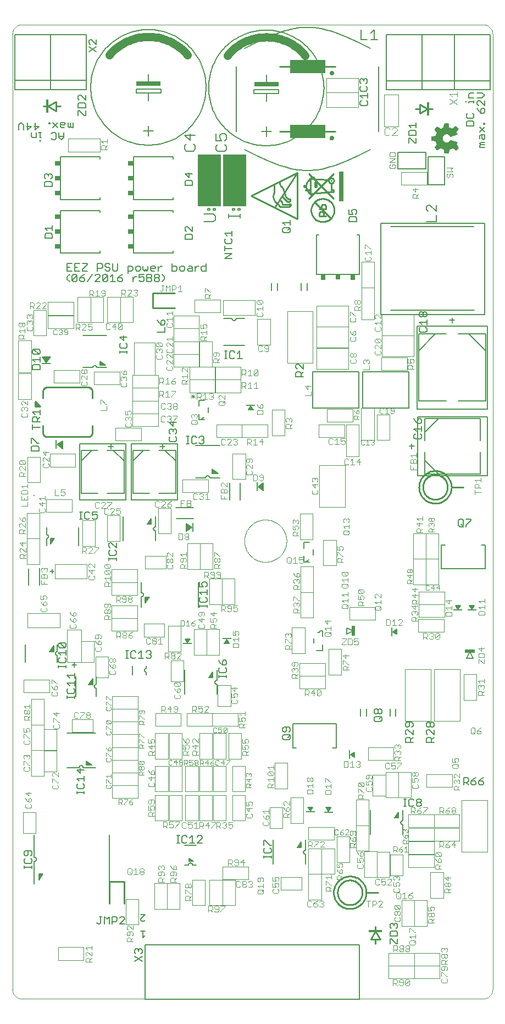
<source format=gto>
G75*
G70*
%OFA0B0*%
%FSLAX24Y24*%
%IPPOS*%
%LPD*%
%AMOC8*
5,1,8,0,0,1.08239X$1,22.5*
%
%ADD10C,0.0039*%
%ADD11R,0.0001X0.0149*%
%ADD12R,0.0001X0.0004*%
%ADD13R,0.0001X0.0010*%
%ADD14R,0.0001X0.0017*%
%ADD15R,0.0001X0.0023*%
%ADD16R,0.0001X0.0029*%
%ADD17R,0.0001X0.0034*%
%ADD18R,0.0001X0.0040*%
%ADD19R,0.0002X0.0043*%
%ADD20R,0.0001X0.0047*%
%ADD21R,0.0001X0.0050*%
%ADD22R,0.0001X0.0054*%
%ADD23R,0.0001X0.0059*%
%ADD24R,0.0001X0.0064*%
%ADD25R,0.0001X0.0015*%
%ADD26R,0.0001X0.0067*%
%ADD27R,0.0001X0.0020*%
%ADD28R,0.0001X0.0070*%
%ADD29R,0.0001X0.0024*%
%ADD30R,0.0001X0.0074*%
%ADD31R,0.0001X0.0027*%
%ADD32R,0.0001X0.0076*%
%ADD33R,0.0001X0.0030*%
%ADD34R,0.0002X0.0081*%
%ADD35R,0.0002X0.0036*%
%ADD36R,0.0001X0.0086*%
%ADD37R,0.0001X0.0044*%
%ADD38R,0.0001X0.0091*%
%ADD39R,0.0001X0.0046*%
%ADD40R,0.0001X0.0094*%
%ADD41R,0.0001X0.0096*%
%ADD42R,0.0001X0.0053*%
%ADD43R,0.0001X0.0099*%
%ADD44R,0.0001X0.0056*%
%ADD45R,0.0001X0.0104*%
%ADD46R,0.0001X0.0060*%
%ADD47R,0.0001X0.0108*%
%ADD48R,0.0001X0.0112*%
%ADD49R,0.0001X0.0117*%
%ADD50R,0.0001X0.0072*%
%ADD51R,0.0002X0.0120*%
%ADD52R,0.0002X0.0075*%
%ADD53R,0.0001X0.0123*%
%ADD54R,0.0001X0.0078*%
%ADD55R,0.0001X0.0126*%
%ADD56R,0.0001X0.0081*%
%ADD57R,0.0001X0.0131*%
%ADD58R,0.0001X0.0136*%
%ADD59R,0.0001X0.0090*%
%ADD60R,0.0001X0.0139*%
%ADD61R,0.0001X0.0144*%
%ADD62R,0.0001X0.0147*%
%ADD63R,0.0001X0.0101*%
%ADD64R,0.0001X0.0150*%
%ADD65R,0.0001X0.0102*%
%ADD66R,0.0001X0.0153*%
%ADD67R,0.0001X0.0106*%
%ADD68R,0.0002X0.0158*%
%ADD69R,0.0002X0.0109*%
%ADD70R,0.0001X0.0164*%
%ADD71R,0.0001X0.0115*%
%ADD72R,0.0001X0.0168*%
%ADD73R,0.0001X0.0120*%
%ADD74R,0.0001X0.0171*%
%ADD75R,0.0001X0.0123*%
%ADD76R,0.0001X0.0172*%
%ADD77R,0.0001X0.0125*%
%ADD78R,0.0001X0.0175*%
%ADD79R,0.0001X0.0128*%
%ADD80R,0.0001X0.0180*%
%ADD81R,0.0001X0.0132*%
%ADD82R,0.0001X0.0186*%
%ADD83R,0.0001X0.0191*%
%ADD84R,0.0001X0.0141*%
%ADD85R,0.0001X0.0194*%
%ADD86R,0.0001X0.0145*%
%ADD87R,0.0002X0.0196*%
%ADD88R,0.0002X0.0149*%
%ADD89R,0.0001X0.0199*%
%ADD90R,0.0001X0.0151*%
%ADD91R,0.0001X0.0204*%
%ADD92R,0.0001X0.0153*%
%ADD93R,0.0001X0.0207*%
%ADD94R,0.0001X0.0158*%
%ADD95R,0.0001X0.0211*%
%ADD96R,0.0001X0.0162*%
%ADD97R,0.0001X0.0216*%
%ADD98R,0.0001X0.0166*%
%ADD99R,0.0001X0.0219*%
%ADD100R,0.0001X0.0007*%
%ADD101R,0.0001X0.0169*%
%ADD102R,0.0001X0.0222*%
%ADD103R,0.0001X0.0011*%
%ADD104R,0.0001X0.0224*%
%ADD105R,0.0001X0.0014*%
%ADD106R,0.0001X0.0176*%
%ADD107R,0.0001X0.0228*%
%ADD108R,0.0001X0.0018*%
%ADD109R,0.0001X0.0179*%
%ADD110R,0.0002X0.0234*%
%ADD111R,0.0002X0.0024*%
%ADD112R,0.0002X0.0183*%
%ADD113R,0.0001X0.0239*%
%ADD114R,0.0001X0.0189*%
%ADD115R,0.0001X0.0241*%
%ADD116R,0.0001X0.0033*%
%ADD117R,0.0001X0.0012*%
%ADD118R,0.0001X0.0192*%
%ADD119R,0.0001X0.0243*%
%ADD120R,0.0001X0.0038*%
%ADD121R,0.0001X0.0246*%
%ADD122R,0.0001X0.0041*%
%ADD123R,0.0001X0.0019*%
%ADD124R,0.0001X0.0196*%
%ADD125R,0.0001X0.0250*%
%ADD126R,0.0001X0.0021*%
%ADD127R,0.0001X0.0201*%
%ADD128R,0.0001X0.0254*%
%ADD129R,0.0001X0.0048*%
%ADD130R,0.0001X0.0258*%
%ADD131R,0.0001X0.0054*%
%ADD132R,0.0001X0.0209*%
%ADD133R,0.0001X0.0263*%
%ADD134R,0.0001X0.0213*%
%ADD135R,0.0001X0.0267*%
%ADD136R,0.0001X0.0063*%
%ADD137R,0.0002X0.0270*%
%ADD138R,0.0002X0.0066*%
%ADD139R,0.0002X0.0045*%
%ADD140R,0.0002X0.0219*%
%ADD141R,0.0001X0.0271*%
%ADD142R,0.0001X0.0220*%
%ADD143R,0.0001X0.0274*%
%ADD144R,0.0001X0.0051*%
%ADD145R,0.0001X0.0223*%
%ADD146R,0.0001X0.0278*%
%ADD147R,0.0001X0.0282*%
%ADD148R,0.0001X0.0231*%
%ADD149R,0.0001X0.0288*%
%ADD150R,0.0001X0.0085*%
%ADD151R,0.0001X0.0236*%
%ADD152R,0.0001X0.0289*%
%ADD153R,0.0001X0.0087*%
%ADD154R,0.0001X0.0066*%
%ADD155R,0.0001X0.0292*%
%ADD156R,0.0001X0.0069*%
%ADD157R,0.0001X0.0297*%
%ADD158R,0.0001X0.0300*%
%ADD159R,0.0001X0.0075*%
%ADD160R,0.0002X0.0305*%
%ADD161R,0.0002X0.0101*%
%ADD162R,0.0002X0.0078*%
%ADD163R,0.0002X0.0251*%
%ADD164R,0.0001X0.0309*%
%ADD165R,0.0001X0.0105*%
%ADD166R,0.0001X0.0083*%
%ADD167R,0.0001X0.0255*%
%ADD168R,0.0001X0.0314*%
%ADD169R,0.0001X0.0110*%
%ADD170R,0.0001X0.0087*%
%ADD171R,0.0001X0.0316*%
%ADD172R,0.0001X0.0113*%
%ADD173R,0.0001X0.0262*%
%ADD174R,0.0001X0.0319*%
%ADD175R,0.0001X0.0114*%
%ADD176R,0.0001X0.0093*%
%ADD177R,0.0001X0.0266*%
%ADD178R,0.0001X0.0321*%
%ADD179R,0.0001X0.0096*%
%ADD180R,0.0001X0.0324*%
%ADD181R,0.0001X0.0270*%
%ADD182R,0.0001X0.0329*%
%ADD183R,0.0001X0.0124*%
%ADD184R,0.0001X0.0275*%
%ADD185R,0.0001X0.0333*%
%ADD186R,0.0001X0.0279*%
%ADD187R,0.0001X0.0336*%
%ADD188R,0.0001X0.0111*%
%ADD189R,0.0001X0.0284*%
%ADD190R,0.0002X0.0339*%
%ADD191R,0.0002X0.0134*%
%ADD192R,0.0002X0.0114*%
%ADD193R,0.0002X0.0286*%
%ADD194R,0.0001X0.0342*%
%ADD195R,0.0001X0.0116*%
%ADD196R,0.0001X0.0491*%
%ADD197R,0.0001X0.0492*%
%ADD198R,0.0001X0.0294*%
%ADD199R,0.0001X0.0495*%
%ADD200R,0.0001X0.0299*%
%ADD201R,0.0001X0.0496*%
%ADD202R,0.0001X0.0127*%
%ADD203R,0.0001X0.0301*%
%ADD204R,0.0001X0.0498*%
%ADD205R,0.0001X0.0304*%
%ADD206R,0.0001X0.0501*%
%ADD207R,0.0001X0.0134*%
%ADD208R,0.0001X0.0308*%
%ADD209R,0.0001X0.0135*%
%ADD210R,0.0001X0.0311*%
%ADD211R,0.0001X0.0504*%
%ADD212R,0.0001X0.0138*%
%ADD213R,0.0002X0.0504*%
%ADD214R,0.0002X0.0141*%
%ADD215R,0.0002X0.0318*%
%ADD216R,0.0001X0.0507*%
%ADD217R,0.0001X0.0323*%
%ADD218R,0.0001X0.0326*%
%ADD219R,0.0001X0.0508*%
%ADD220R,0.0001X0.0152*%
%ADD221R,0.0001X0.0330*%
%ADD222R,0.0001X0.0510*%
%ADD223R,0.0001X0.0494*%
%ADD224R,0.0001X0.0512*%
%ADD225R,0.0001X0.0500*%
%ADD226R,0.0001X0.0513*%
%ADD227R,0.0001X0.0501*%
%ADD228R,0.0002X0.0513*%
%ADD229R,0.0002X0.0501*%
%ADD230R,0.0001X0.0503*%
%ADD231R,0.0001X0.0504*%
%ADD232R,0.0001X0.0506*%
%ADD233R,0.0001X0.0513*%
%ADD234R,0.0001X0.0509*%
%ADD235R,0.0001X0.0511*%
%ADD236R,0.0001X0.0514*%
%ADD237R,0.0001X0.0516*%
%ADD238R,0.0002X0.0513*%
%ADD239R,0.0002X0.0519*%
%ADD240R,0.0001X0.0519*%
%ADD241R,0.0001X0.0520*%
%ADD242R,0.0001X0.0522*%
%ADD243R,0.0001X0.0507*%
%ADD244R,0.0002X0.0509*%
%ADD245R,0.0002X0.0520*%
%ADD246R,0.0001X0.0522*%
%ADD247R,0.0001X0.0505*%
%ADD248R,0.0001X0.0502*%
%ADD249R,0.0001X0.0521*%
%ADD250R,0.0002X0.0503*%
%ADD251R,0.0002X0.0519*%
%ADD252R,0.0001X0.0519*%
%ADD253R,0.0001X0.0499*%
%ADD254R,0.0001X0.0517*%
%ADD255R,0.0002X0.0495*%
%ADD256R,0.0002X0.0514*%
%ADD257R,0.0001X0.0515*%
%ADD258R,0.0001X0.0492*%
%ADD259R,0.0001X0.0490*%
%ADD260R,0.0002X0.0490*%
%ADD261R,0.0002X0.0511*%
%ADD262R,0.0001X0.0489*%
%ADD263R,0.0001X0.0489*%
%ADD264R,0.0001X0.0488*%
%ADD265R,0.0001X0.0485*%
%ADD266R,0.0001X0.0483*%
%ADD267R,0.0002X0.0483*%
%ADD268R,0.0002X0.0507*%
%ADD269R,0.0001X0.0483*%
%ADD270R,0.0001X0.0481*%
%ADD271R,0.0001X0.0480*%
%ADD272R,0.0002X0.0480*%
%ADD273R,0.0002X0.0501*%
%ADD274R,0.0001X0.0479*%
%ADD275R,0.0001X0.0477*%
%ADD276R,0.0001X0.0477*%
%ADD277R,0.0001X0.0475*%
%ADD278R,0.0001X0.0474*%
%ADD279R,0.0001X0.0472*%
%ADD280R,0.0002X0.0472*%
%ADD281R,0.0002X0.0498*%
%ADD282R,0.0001X0.0471*%
%ADD283R,0.0001X0.0473*%
%ADD284R,0.0001X0.0471*%
%ADD285R,0.0001X0.0470*%
%ADD286R,0.0001X0.0468*%
%ADD287R,0.0001X0.0469*%
%ADD288R,0.0002X0.0468*%
%ADD289R,0.0002X0.0491*%
%ADD290R,0.0001X0.0466*%
%ADD291R,0.0001X0.0465*%
%ADD292R,0.0001X0.0464*%
%ADD293R,0.0001X0.0462*%
%ADD294R,0.0002X0.0462*%
%ADD295R,0.0002X0.0489*%
%ADD296R,0.0001X0.0461*%
%ADD297R,0.0001X0.0460*%
%ADD298R,0.0001X0.0459*%
%ADD299R,0.0001X0.0484*%
%ADD300R,0.0001X0.0457*%
%ADD301R,0.0001X0.0459*%
%ADD302R,0.0002X0.0458*%
%ADD303R,0.0002X0.0484*%
%ADD304R,0.0001X0.0456*%
%ADD305R,0.0001X0.0455*%
%ADD306R,0.0001X0.0453*%
%ADD307R,0.0001X0.0451*%
%ADD308R,0.0001X0.0453*%
%ADD309R,0.0001X0.0450*%
%ADD310R,0.0002X0.0451*%
%ADD311R,0.0001X0.0478*%
%ADD312R,0.0001X0.0449*%
%ADD313R,0.0001X0.0476*%
%ADD314R,0.0001X0.0447*%
%ADD315R,0.0001X0.0474*%
%ADD316R,0.0002X0.0449*%
%ADD317R,0.0002X0.0476*%
%ADD318R,0.0001X0.0454*%
%ADD319R,0.0002X0.0469*%
%ADD320R,0.0001X0.0468*%
%ADD321R,0.0001X0.0467*%
%ADD322R,0.0002X0.0473*%
%ADD323R,0.0002X0.0468*%
%ADD324R,0.0002X0.0486*%
%ADD325R,0.0002X0.0474*%
%ADD326R,0.0001X0.0487*%
%ADD327R,0.0001X0.0497*%
%ADD328R,0.0001X0.0486*%
%ADD329R,0.0002X0.0500*%
%ADD330R,0.0002X0.0487*%
%ADD331R,0.0001X0.0498*%
%ADD332R,0.0002X0.0524*%
%ADD333R,0.0001X0.0524*%
%ADD334R,0.0001X0.0525*%
%ADD335R,0.0001X0.0528*%
%ADD336R,0.0001X0.0529*%
%ADD337R,0.0001X0.0533*%
%ADD338R,0.0001X0.0534*%
%ADD339R,0.0001X0.0523*%
%ADD340R,0.0001X0.0536*%
%ADD341R,0.0002X0.0537*%
%ADD342R,0.0002X0.0527*%
%ADD343R,0.0001X0.0537*%
%ADD344R,0.0001X0.0528*%
%ADD345R,0.0001X0.0539*%
%ADD346R,0.0001X0.0530*%
%ADD347R,0.0001X0.0540*%
%ADD348R,0.0001X0.0541*%
%ADD349R,0.0001X0.0531*%
%ADD350R,0.0001X0.0543*%
%ADD351R,0.0001X0.0544*%
%ADD352R,0.0002X0.0546*%
%ADD353R,0.0002X0.0536*%
%ADD354R,0.0001X0.0547*%
%ADD355R,0.0001X0.0551*%
%ADD356R,0.0001X0.0552*%
%ADD357R,0.0001X0.0554*%
%ADD358R,0.0001X0.0555*%
%ADD359R,0.0002X0.0555*%
%ADD360R,0.0002X0.0547*%
%ADD361R,0.0001X0.0549*%
%ADD362R,0.0001X0.0548*%
%ADD363R,0.0001X0.0538*%
%ADD364R,0.0001X0.0537*%
%ADD365R,0.0002X0.0533*%
%ADD366R,0.0001X0.0531*%
%ADD367R,0.0001X0.0526*%
%ADD368R,0.0001X0.0518*%
%ADD369R,0.0002X0.0498*%
%ADD370R,0.0002X0.0496*%
%ADD371R,0.0001X0.0486*%
%ADD372R,0.0002X0.0485*%
%ADD373R,0.0001X0.0482*%
%ADD374R,0.0002X0.0477*%
%ADD375R,0.0002X0.0530*%
%ADD376R,0.0002X0.0464*%
%ADD377R,0.0001X0.0561*%
%ADD378R,0.0001X0.0570*%
%ADD379R,0.0001X0.0576*%
%ADD380R,0.0001X0.0581*%
%ADD381R,0.0001X0.0585*%
%ADD382R,0.0001X0.0589*%
%ADD383R,0.0002X0.0600*%
%ADD384R,0.0001X0.0614*%
%ADD385R,0.0001X0.0623*%
%ADD386R,0.0001X0.0630*%
%ADD387R,0.0001X0.0633*%
%ADD388R,0.0001X0.0638*%
%ADD389R,0.0001X0.0645*%
%ADD390R,0.0001X0.0657*%
%ADD391R,0.0001X0.0556*%
%ADD392R,0.0001X0.0669*%
%ADD393R,0.0001X0.0674*%
%ADD394R,0.0001X0.0579*%
%ADD395R,0.0002X0.0676*%
%ADD396R,0.0002X0.0585*%
%ADD397R,0.0001X0.0678*%
%ADD398R,0.0001X0.0590*%
%ADD399R,0.0001X0.0679*%
%ADD400R,0.0001X0.0596*%
%ADD401R,0.0001X0.0681*%
%ADD402R,0.0001X0.0606*%
%ADD403R,0.0001X0.0620*%
%ADD404R,0.0001X0.0682*%
%ADD405R,0.0001X0.0633*%
%ADD406R,0.0001X0.0684*%
%ADD407R,0.0001X0.0639*%
%ADD408R,0.0001X0.0649*%
%ADD409R,0.0001X0.0684*%
%ADD410R,0.0001X0.0655*%
%ADD411R,0.0002X0.0683*%
%ADD412R,0.0002X0.0664*%
%ADD413R,0.0001X0.0683*%
%ADD414R,0.0001X0.0670*%
%ADD415R,0.0001X0.0671*%
%ADD416R,0.0001X0.0681*%
%ADD417R,0.0001X0.0672*%
%ADD418R,0.0001X0.0680*%
%ADD419R,0.0001X0.0675*%
%ADD420R,0.0001X0.0676*%
%ADD421R,0.0002X0.0680*%
%ADD422R,0.0002X0.0678*%
%ADD423R,0.0001X0.0678*%
%ADD424R,0.0002X0.0675*%
%ADD425R,0.0002X0.0672*%
%ADD426R,0.0001X0.0672*%
%ADD427R,0.0002X0.0671*%
%ADD428R,0.0002X0.0670*%
%ADD429R,0.0001X0.0669*%
%ADD430R,0.0001X0.0667*%
%ADD431R,0.0002X0.0669*%
%ADD432R,0.0002X0.0667*%
%ADD433R,0.0001X0.0668*%
%ADD434R,0.0001X0.0666*%
%ADD435R,0.0002X0.0668*%
%ADD436R,0.0002X0.0666*%
%ADD437R,0.0001X0.0666*%
%ADD438R,0.0001X0.0664*%
%ADD439R,0.0001X0.0663*%
%ADD440R,0.0002X0.0666*%
%ADD441R,0.0002X0.0663*%
%ADD442R,0.0001X0.0665*%
%ADD443R,0.0002X0.0674*%
%ADD444R,0.0001X0.0677*%
%ADD445R,0.0002X0.0678*%
%ADD446R,0.0002X0.0682*%
%ADD447R,0.0001X0.0686*%
%ADD448R,0.0002X0.0686*%
%ADD449R,0.0001X0.0687*%
%ADD450R,0.0001X0.0689*%
%ADD451R,0.0001X0.0653*%
%ADD452R,0.0001X0.0641*%
%ADD453R,0.0001X0.0626*%
%ADD454R,0.0001X0.0616*%
%ADD455R,0.0001X0.0687*%
%ADD456R,0.0001X0.0612*%
%ADD457R,0.0001X0.0688*%
%ADD458R,0.0001X0.0606*%
%ADD459R,0.0001X0.0601*%
%ADD460R,0.0002X0.0591*%
%ADD461R,0.0001X0.0567*%
%ADD462R,0.0001X0.0560*%
%ADD463R,0.0001X0.0659*%
%ADD464R,0.0001X0.0516*%
%ADD465R,0.0001X0.0639*%
%ADD466R,0.0002X0.0502*%
%ADD467R,0.0002X0.0633*%
%ADD468R,0.0001X0.0608*%
%ADD469R,0.0001X0.0582*%
%ADD470R,0.0001X0.0577*%
%ADD471R,0.0002X0.0569*%
%ADD472R,0.0001X0.0546*%
%ADD473R,0.0002X0.0486*%
%ADD474R,0.0001X0.0493*%
%ADD475R,0.0002X0.0516*%
%ADD476R,0.0001X0.0532*%
%ADD477R,0.0002X0.0534*%
%ADD478R,0.0002X0.0535*%
%ADD479R,0.0001X0.0543*%
%ADD480R,0.0001X0.0553*%
%ADD481R,0.0001X0.0559*%
%ADD482R,0.0001X0.0564*%
%ADD483R,0.0001X0.0564*%
%ADD484R,0.0001X0.0567*%
%ADD485R,0.0001X0.0569*%
%ADD486R,0.0002X0.0570*%
%ADD487R,0.0002X0.0571*%
%ADD488R,0.0001X0.0571*%
%ADD489R,0.0001X0.0573*%
%ADD490R,0.0001X0.0574*%
%ADD491R,0.0001X0.0576*%
%ADD492R,0.0001X0.0600*%
%ADD493R,0.0001X0.0611*%
%ADD494R,0.0001X0.0618*%
%ADD495R,0.0001X0.0621*%
%ADD496R,0.0001X0.1269*%
%ADD497R,0.0001X0.1267*%
%ADD498R,0.0001X0.1266*%
%ADD499R,0.0002X0.1266*%
%ADD500R,0.0001X0.1264*%
%ADD501R,0.0001X0.1261*%
%ADD502R,0.0001X0.1260*%
%ADD503R,0.0001X0.1259*%
%ADD504R,0.0001X0.1256*%
%ADD505R,0.0001X0.1254*%
%ADD506R,0.0001X0.1253*%
%ADD507R,0.0001X0.1251*%
%ADD508R,0.0002X0.1251*%
%ADD509R,0.0001X0.1248*%
%ADD510R,0.0001X0.1245*%
%ADD511R,0.0001X0.1244*%
%ADD512R,0.0001X0.1242*%
%ADD513R,0.0001X0.1239*%
%ADD514R,0.0001X0.1237*%
%ADD515R,0.0002X0.1236*%
%ADD516R,0.0001X0.1233*%
%ADD517R,0.0001X0.1230*%
%ADD518R,0.0001X0.1229*%
%ADD519R,0.0001X0.1227*%
%ADD520R,0.0001X0.1226*%
%ADD521R,0.0001X0.1224*%
%ADD522R,0.0002X0.1223*%
%ADD523R,0.0001X0.1219*%
%ADD524R,0.0001X0.1216*%
%ADD525R,0.0001X0.1215*%
%ADD526R,0.0001X0.1214*%
%ADD527R,0.0001X0.1212*%
%ADD528R,0.0001X0.1209*%
%ADD529R,0.0002X0.1207*%
%ADD530R,0.0001X0.1206*%
%ADD531R,0.0001X0.1204*%
%ADD532R,0.0001X0.1201*%
%ADD533R,0.0001X0.1200*%
%ADD534R,0.0001X0.1199*%
%ADD535R,0.0001X0.1196*%
%ADD536R,0.0001X0.1194*%
%ADD537R,0.0001X0.1193*%
%ADD538R,0.0001X0.1191*%
%ADD539R,0.0002X0.1191*%
%ADD540R,0.0001X0.1188*%
%ADD541R,0.0001X0.1185*%
%ADD542R,0.0001X0.1184*%
%ADD543R,0.0001X0.1181*%
%ADD544R,0.0001X0.1177*%
%ADD545R,0.0001X0.1176*%
%ADD546R,0.0001X0.1174*%
%ADD547R,0.0001X0.1173*%
%ADD548R,0.0002X0.1170*%
%ADD549R,0.0001X0.1170*%
%ADD550R,0.0001X0.1169*%
%ADD551R,0.0001X0.1166*%
%ADD552R,0.0001X0.1164*%
%ADD553R,0.0001X0.1163*%
%ADD554R,0.0002X0.1163*%
%ADD555R,0.0001X0.1167*%
%ADD556R,0.0001X0.1171*%
%ADD557R,0.0001X0.1179*%
%ADD558R,0.0001X0.1182*%
%ADD559R,0.0002X0.1182*%
%ADD560R,0.0001X0.1188*%
%ADD561R,0.0001X0.1190*%
%ADD562R,0.0001X0.1197*%
%ADD563R,0.0002X0.1204*%
%ADD564R,0.0001X0.1207*%
%ADD565R,0.0001X0.1210*%
%ADD566R,0.0001X0.1213*%
%ADD567R,0.0001X0.1217*%
%ADD568R,0.0001X0.1218*%
%ADD569R,0.0001X0.1220*%
%ADD570R,0.0001X0.1221*%
%ADD571R,0.0001X0.1223*%
%ADD572R,0.0002X0.1226*%
%ADD573R,0.0001X0.1236*%
%ADD574R,0.0001X0.1239*%
%ADD575R,0.0001X0.1240*%
%ADD576R,0.0001X0.1243*%
%ADD577R,0.0002X0.1248*%
%ADD578R,0.0001X0.1248*%
%ADD579R,0.0001X0.1251*%
%ADD580R,0.0001X0.1257*%
%ADD581R,0.0001X0.1263*%
%ADD582R,0.0002X0.1267*%
%ADD583R,0.0001X0.1270*%
%ADD584R,0.0001X0.1274*%
%ADD585R,0.0001X0.1275*%
%ADD586R,0.0001X0.1278*%
%ADD587R,0.0001X0.1280*%
%ADD588R,0.0001X0.1281*%
%ADD589R,0.0001X0.1284*%
%ADD590R,0.0001X0.1286*%
%ADD591R,0.0001X0.1289*%
%ADD592R,0.0002X0.1290*%
%ADD593R,0.0001X0.1291*%
%ADD594R,0.0001X0.1294*%
%ADD595R,0.0001X0.1296*%
%ADD596R,0.0001X0.1299*%
%ADD597R,0.0001X0.1300*%
%ADD598R,0.0001X0.1302*%
%ADD599R,0.0001X0.1304*%
%ADD600R,0.0001X0.1306*%
%ADD601R,0.0001X0.1308*%
%ADD602R,0.0002X0.1311*%
%ADD603R,0.0001X0.1313*%
%ADD604R,0.0001X0.1316*%
%ADD605R,0.0001X0.1317*%
%ADD606R,0.0001X0.1320*%
%ADD607R,0.0001X0.1323*%
%ADD608R,0.0001X0.1326*%
%ADD609R,0.0001X0.1329*%
%ADD610R,0.0002X0.1332*%
%ADD611R,0.0001X0.1335*%
%ADD612R,0.0001X0.1336*%
%ADD613R,0.0001X0.1340*%
%ADD614R,0.0001X0.1343*%
%ADD615R,0.0001X0.1346*%
%ADD616R,0.0001X0.1347*%
%ADD617R,0.0001X0.1350*%
%ADD618R,0.0002X0.1353*%
%ADD619R,0.0001X0.1356*%
%ADD620R,0.0001X0.1357*%
%ADD621R,0.0001X0.1360*%
%ADD622R,0.0001X0.1364*%
%ADD623R,0.0001X0.1365*%
%ADD624R,0.0001X0.1368*%
%ADD625R,0.0001X0.1369*%
%ADD626R,0.0001X0.1373*%
%ADD627R,0.0002X0.1374*%
%ADD628R,0.0001X0.1377*%
%ADD629R,0.0001X0.1379*%
%ADD630R,0.0001X0.1380*%
%ADD631R,0.0001X0.1383*%
%ADD632R,0.0001X0.1386*%
%ADD633R,0.0001X0.1387*%
%ADD634R,0.0001X0.1391*%
%ADD635R,0.0001X0.1394*%
%ADD636R,0.0002X0.1395*%
%ADD637R,0.0001X0.1398*%
%ADD638R,0.0001X0.1401*%
%ADD639R,0.0001X0.1403*%
%ADD640R,0.0001X0.1406*%
%ADD641R,0.0001X0.1407*%
%ADD642R,0.0001X0.1409*%
%ADD643R,0.0001X0.1411*%
%ADD644R,0.0001X0.1414*%
%ADD645R,0.0002X0.1416*%
%ADD646R,0.0001X0.1419*%
%ADD647R,0.0001X0.1421*%
%ADD648R,0.0001X0.1422*%
%ADD649R,0.0001X0.1424*%
%ADD650R,0.0001X0.1426*%
%ADD651R,0.0001X0.1428*%
%ADD652R,0.0002X0.1429*%
%ADD653R,0.0001X0.1429*%
%ADD654R,0.0001X0.1425*%
%ADD655R,0.0002X0.1421*%
%ADD656R,0.0001X0.1418*%
%ADD657R,0.0001X0.1416*%
%ADD658R,0.0001X0.1413*%
%ADD659R,0.0001X0.1410*%
%ADD660R,0.0001X0.1404*%
%ADD661R,0.0001X0.1401*%
%ADD662R,0.0001X0.0346*%
%ADD663R,0.0001X0.1044*%
%ADD664R,0.0002X0.0342*%
%ADD665R,0.0002X0.1040*%
%ADD666R,0.0001X0.0337*%
%ADD667R,0.0001X0.1034*%
%ADD668R,0.0001X0.0357*%
%ADD669R,0.0001X0.0660*%
%ADD670R,0.0001X0.0353*%
%ADD671R,0.0001X0.0327*%
%ADD672R,0.0001X0.0349*%
%ADD673R,0.0001X0.0321*%
%ADD674R,0.0001X0.0648*%
%ADD675R,0.0001X0.0344*%
%ADD676R,0.0001X0.0317*%
%ADD677R,0.0001X0.0339*%
%ADD678R,0.0001X0.0312*%
%ADD679R,0.0001X0.0631*%
%ADD680R,0.0001X0.0334*%
%ADD681R,0.0001X0.0309*%
%ADD682R,0.0002X0.0307*%
%ADD683R,0.0002X0.0623*%
%ADD684R,0.0002X0.0327*%
%ADD685R,0.0001X0.0618*%
%ADD686R,0.0001X0.0297*%
%ADD687R,0.0001X0.0607*%
%ADD688R,0.0001X0.0320*%
%ADD689R,0.0001X0.0293*%
%ADD690R,0.0001X0.0599*%
%ADD691R,0.0001X0.0313*%
%ADD692R,0.0001X0.0285*%
%ADD693R,0.0001X0.0584*%
%ADD694R,0.0001X0.0303*%
%ADD695R,0.0001X0.0281*%
%ADD696R,0.0002X0.0273*%
%ADD697R,0.0002X0.0563*%
%ADD698R,0.0002X0.0293*%
%ADD699R,0.0001X0.0264*%
%ADD700R,0.0001X0.0259*%
%ADD701R,0.0001X0.0256*%
%ADD702R,0.0001X0.0276*%
%ADD703R,0.0001X0.0252*%
%ADD704R,0.0001X0.0273*%
%ADD705R,0.0001X0.0248*%
%ADD706R,0.0001X0.0269*%
%ADD707R,0.0001X0.0245*%
%ADD708R,0.0001X0.0240*%
%ADD709R,0.0002X0.0237*%
%ADD710R,0.0002X0.0256*%
%ADD711R,0.0001X0.0234*%
%ADD712R,0.0001X0.0232*%
%ADD713R,0.0001X0.0251*%
%ADD714R,0.0001X0.0228*%
%ADD715R,0.0001X0.0246*%
%ADD716R,0.0001X0.0456*%
%ADD717R,0.0001X0.0219*%
%ADD718R,0.0001X0.0444*%
%ADD719R,0.0001X0.0237*%
%ADD720R,0.0001X0.0214*%
%ADD721R,0.0001X0.0436*%
%ADD722R,0.0001X0.0432*%
%ADD723R,0.0001X0.0231*%
%ADD724R,0.0001X0.0210*%
%ADD725R,0.0001X0.0426*%
%ADD726R,0.0001X0.0420*%
%ADD727R,0.0001X0.0226*%
%ADD728R,0.0002X0.0204*%
%ADD729R,0.0002X0.0409*%
%ADD730R,0.0002X0.0222*%
%ADD731R,0.0001X0.0391*%
%ADD732R,0.0001X0.0217*%
%ADD733R,0.0001X0.0376*%
%ADD734R,0.0001X0.0368*%
%ADD735R,0.0001X0.0189*%
%ADD736R,0.0001X0.0361*%
%ADD737R,0.0001X0.0206*%
%ADD738R,0.0001X0.0186*%
%ADD739R,0.0001X0.0356*%
%ADD740R,0.0001X0.0181*%
%ADD741R,0.0001X0.0345*%
%ADD742R,0.0001X0.0173*%
%ADD743R,0.0001X0.0331*%
%ADD744R,0.0001X0.0190*%
%ADD745R,0.0001X0.0168*%
%ADD746R,0.0002X0.0165*%
%ADD747R,0.0001X0.0162*%
%ADD748R,0.0001X0.0159*%
%ADD749R,0.0001X0.0177*%
%ADD750R,0.0001X0.0156*%
%ADD751R,0.0001X0.0324*%
%ADD752R,0.0001X0.0174*%
%ADD753R,0.0001X0.0167*%
%ADD754R,0.0001X0.0146*%
%ADD755R,0.0001X0.0163*%
%ADD756R,0.0001X0.0141*%
%ADD757R,0.0001X0.0140*%
%ADD758R,0.0001X0.0137*%
%ADD759R,0.0001X0.0133*%
%ADD760R,0.0002X0.0129*%
%ADD761R,0.0002X0.0321*%
%ADD762R,0.0002X0.0146*%
%ADD763R,0.0001X0.0119*%
%ADD764R,0.0001X0.0129*%
%ADD765R,0.0001X0.0111*%
%ADD766R,0.0001X0.0126*%
%ADD767R,0.0001X0.0318*%
%ADD768R,0.0001X0.0097*%
%ADD769R,0.0001X0.0315*%
%ADD770R,0.0002X0.0089*%
%ADD771R,0.0002X0.0315*%
%ADD772R,0.0002X0.0105*%
%ADD773R,0.0001X0.0079*%
%ADD774R,0.0001X0.0089*%
%ADD775R,0.0001X0.0069*%
%ADD776R,0.0001X0.0084*%
%ADD777R,0.0001X0.0057*%
%ADD778R,0.0002X0.0052*%
%ADD779R,0.0002X0.0311*%
%ADD780R,0.0002X0.0066*%
%ADD781R,0.0001X0.0061*%
%ADD782R,0.0001X0.0042*%
%ADD783R,0.0001X0.0055*%
%ADD784R,0.0001X0.0039*%
%ADD785R,0.0001X0.0052*%
%ADD786R,0.0001X0.0036*%
%ADD787R,0.0001X0.0049*%
%ADD788R,0.0001X0.0307*%
%ADD789R,0.0001X0.0045*%
%ADD790R,0.0001X0.0022*%
%ADD791R,0.0001X0.0035*%
%ADD792R,0.0002X0.0025*%
%ADD793R,0.0001X0.0306*%
%ADD794R,0.0001X0.0018*%
%ADD795R,0.0001X0.0008*%
%ADD796R,0.0002X0.0300*%
%ADD797R,0.0001X0.0296*%
%ADD798R,0.0002X0.0294*%
%ADD799R,0.0001X0.0294*%
%ADD800R,0.0001X0.0291*%
%ADD801R,0.0002X0.0291*%
%ADD802R,0.0001X0.0286*%
%ADD803R,0.0002X0.0281*%
%ADD804R,0.0001X0.0277*%
%ADD805R,0.0001X0.0276*%
%ADD806R,0.0002X0.0266*%
%ADD807R,0.0001X0.0264*%
%ADD808R,0.0001X0.0261*%
%ADD809R,0.0002X0.0259*%
%ADD810R,0.0002X0.0254*%
%ADD811R,0.0002X0.0248*%
%ADD812R,0.0002X0.0218*%
%ADD813R,0.0001X0.0157*%
%ADD814C,0.0050*%
%ADD815C,0.0080*%
%ADD816R,0.1425X0.3150*%
%ADD817C,0.0040*%
%ADD818C,0.0100*%
%ADD819C,0.0070*%
%ADD820C,0.0030*%
%ADD821R,0.0620X0.0240*%
%ADD822C,0.0020*%
%ADD823C,0.0060*%
%ADD824C,0.0000*%
%ADD825R,0.0551X0.0079*%
%ADD826R,0.0079X0.0551*%
%ADD827R,0.0240X0.0620*%
%ADD828R,0.0299X0.0327*%
%ADD829R,0.0299X0.0358*%
%ADD830R,0.0079X0.0079*%
%ADD831C,0.0500*%
%ADD832R,0.1500X0.0250*%
%ADD833R,0.0327X0.0299*%
%ADD834R,0.0358X0.0299*%
%ADD835R,0.0300X0.1800*%
%ADD836R,0.0118X0.0827*%
%ADD837R,0.0827X0.0118*%
%ADD838R,0.2165X0.0787*%
%ADD839C,0.0138*%
D10*
X006135Y006031D02*
X006135Y063906D01*
X006134Y063906D02*
X006136Y063952D01*
X006141Y063998D01*
X006150Y064044D01*
X006163Y064089D01*
X006179Y064132D01*
X006198Y064174D01*
X006221Y064215D01*
X006247Y064253D01*
X006276Y064290D01*
X006307Y064324D01*
X006341Y064355D01*
X006378Y064384D01*
X006416Y064410D01*
X006457Y064433D01*
X006499Y064452D01*
X006542Y064468D01*
X006587Y064481D01*
X006633Y064490D01*
X006679Y064495D01*
X006725Y064497D01*
X006725Y064496D02*
X034678Y064496D01*
X034678Y064497D02*
X034724Y064495D01*
X034770Y064490D01*
X034816Y064481D01*
X034861Y064468D01*
X034904Y064452D01*
X034946Y064433D01*
X034987Y064410D01*
X035025Y064384D01*
X035062Y064355D01*
X035096Y064324D01*
X035127Y064290D01*
X035156Y064253D01*
X035182Y064215D01*
X035205Y064174D01*
X035224Y064132D01*
X035240Y064089D01*
X035253Y064044D01*
X035262Y063998D01*
X035267Y063952D01*
X035269Y063906D01*
X035269Y006031D01*
X035267Y005985D01*
X035262Y005939D01*
X035253Y005893D01*
X035240Y005848D01*
X035224Y005805D01*
X035205Y005763D01*
X035182Y005722D01*
X035156Y005684D01*
X035127Y005647D01*
X035096Y005613D01*
X035062Y005582D01*
X035025Y005553D01*
X034987Y005527D01*
X034946Y005504D01*
X034904Y005485D01*
X034861Y005469D01*
X034816Y005456D01*
X034770Y005447D01*
X034724Y005442D01*
X034678Y005440D01*
X034678Y005441D02*
X006725Y005441D01*
X006725Y005440D02*
X006679Y005442D01*
X006633Y005447D01*
X006587Y005456D01*
X006542Y005469D01*
X006499Y005485D01*
X006457Y005504D01*
X006416Y005527D01*
X006378Y005553D01*
X006341Y005582D01*
X006307Y005613D01*
X006276Y005647D01*
X006247Y005684D01*
X006221Y005722D01*
X006198Y005763D01*
X006179Y005805D01*
X006163Y005848D01*
X006150Y005893D01*
X006141Y005939D01*
X006136Y005985D01*
X006134Y006031D01*
D11*
X032653Y057317D03*
D12*
X033224Y057028D03*
X033137Y057849D03*
X033207Y058167D03*
D13*
X033222Y057028D03*
D14*
X033221Y057028D03*
D15*
X033219Y057028D03*
D16*
X033218Y057028D03*
X031779Y057037D03*
D17*
X033216Y057028D03*
X033128Y057853D03*
D18*
X033126Y057855D03*
X033215Y057028D03*
D19*
X033213Y057028D03*
D20*
X033212Y057028D03*
D21*
X033210Y057028D03*
X033194Y058167D03*
D22*
X033209Y057029D03*
D23*
X033207Y057030D03*
X033126Y057331D03*
X033117Y057862D03*
D24*
X033116Y057864D03*
X033188Y058165D03*
X033206Y057030D03*
D25*
X033134Y057848D03*
X033206Y058168D03*
D26*
X033186Y058165D03*
X033122Y057328D03*
X033204Y057030D03*
D27*
X033204Y058167D03*
D28*
X033111Y057867D03*
X033120Y057327D03*
X033203Y057030D03*
D29*
X033203Y058168D03*
D30*
X033201Y057030D03*
D31*
X033129Y057851D03*
X033201Y058168D03*
D32*
X033119Y057325D03*
X033200Y057030D03*
D33*
X033137Y057341D03*
X033200Y058168D03*
X031775Y058130D03*
D34*
X033198Y057031D03*
D35*
X033198Y058168D03*
D36*
X033179Y058164D03*
X033197Y057031D03*
D37*
X033131Y057337D03*
X033125Y057856D03*
X033197Y058167D03*
D38*
X033104Y057873D03*
X033111Y057319D03*
X033195Y057031D03*
X031805Y057040D03*
D39*
X031787Y057039D03*
X033195Y058167D03*
D40*
X033176Y058164D03*
X033110Y057318D03*
X033194Y057031D03*
X031799Y058128D03*
X031587Y057570D03*
D41*
X033192Y057032D03*
D42*
X033192Y058167D03*
D43*
X033174Y058163D03*
X033099Y057875D03*
X033191Y057032D03*
X031800Y058127D03*
D44*
X033191Y058167D03*
D45*
X033189Y057033D03*
D46*
X033189Y058166D03*
X031791Y057040D03*
D47*
X031805Y058127D03*
X033096Y057878D03*
X033188Y057032D03*
D48*
X033186Y057033D03*
D49*
X033185Y057034D03*
X033101Y057311D03*
X033090Y057881D03*
X031808Y058126D03*
D50*
X031790Y058129D03*
X033185Y058165D03*
D51*
X033183Y057034D03*
D52*
X033183Y058165D03*
D53*
X033182Y057034D03*
X031817Y057043D03*
X031809Y058126D03*
D54*
X031793Y058129D03*
X033182Y058165D03*
D55*
X033180Y057034D03*
D56*
X033117Y057323D03*
X033180Y058165D03*
X031794Y058129D03*
D57*
X033084Y057886D03*
X033179Y057034D03*
D58*
X033177Y057034D03*
X033092Y057304D03*
X033158Y058161D03*
D59*
X033177Y058163D03*
X033113Y057320D03*
D60*
X033176Y057034D03*
D61*
X033174Y057035D03*
D62*
X033173Y057035D03*
X033075Y057890D03*
D63*
X033173Y058162D03*
D64*
X033171Y057035D03*
X031827Y057044D03*
X031820Y058124D03*
D65*
X031802Y058127D03*
X031808Y057041D03*
X033171Y058163D03*
D66*
X033170Y057035D03*
D67*
X033170Y058162D03*
D68*
X033168Y057036D03*
D69*
X033168Y058162D03*
D70*
X033167Y057036D03*
D71*
X033167Y058162D03*
D72*
X033165Y057037D03*
D73*
X033099Y057311D03*
X033089Y057883D03*
X033165Y058162D03*
D74*
X033164Y057037D03*
D75*
X033164Y058162D03*
D76*
X033143Y058158D03*
X033162Y057037D03*
D77*
X033162Y058161D03*
D78*
X033161Y057037D03*
D79*
X033096Y057307D03*
X033161Y058161D03*
D80*
X033159Y057037D03*
X031832Y058123D03*
D81*
X031814Y058126D03*
X033159Y058160D03*
X033095Y057307D03*
D82*
X033158Y057038D03*
D83*
X033156Y057039D03*
X031844Y057046D03*
D84*
X033156Y058160D03*
D85*
X033134Y058156D03*
X033155Y057039D03*
X031845Y057046D03*
X031590Y057588D03*
D86*
X033077Y057889D03*
X033155Y058159D03*
D87*
X033153Y057039D03*
D88*
X033153Y058159D03*
D89*
X033152Y057039D03*
X031847Y057046D03*
D90*
X033152Y058159D03*
D91*
X033129Y058156D03*
X033150Y057040D03*
X031841Y058121D03*
D92*
X031821Y058124D03*
X033150Y058159D03*
D93*
X033149Y057040D03*
X031850Y057047D03*
D94*
X033149Y058159D03*
D95*
X033147Y057040D03*
D96*
X033147Y058159D03*
D97*
X033125Y058154D03*
X033146Y057041D03*
D98*
X033146Y058158D03*
D99*
X033144Y057041D03*
D100*
X033144Y057346D03*
D101*
X033144Y058158D03*
D102*
X033143Y057041D03*
D103*
X033143Y057346D03*
D104*
X033141Y057042D03*
X031857Y057048D03*
X031595Y057589D03*
D105*
X033141Y057346D03*
D106*
X033141Y058158D03*
D107*
X033119Y058153D03*
X033140Y057043D03*
D108*
X033140Y057344D03*
D109*
X033140Y058158D03*
X031838Y057045D03*
D110*
X033138Y057043D03*
D111*
X033138Y057343D03*
D112*
X033138Y058157D03*
X031833Y058123D03*
D113*
X033114Y058152D03*
X033137Y057043D03*
D114*
X033137Y058157D03*
D115*
X033113Y058152D03*
X033135Y057043D03*
X031857Y058117D03*
D116*
X031781Y057038D03*
X033135Y057340D03*
D117*
X033135Y057848D03*
X031776Y057038D03*
D118*
X033135Y058157D03*
D119*
X033111Y058151D03*
X033134Y057044D03*
X031602Y057589D03*
D120*
X033134Y057339D03*
D121*
X033132Y057044D03*
X033110Y058151D03*
D122*
X033132Y057339D03*
D123*
X033132Y057849D03*
D124*
X033132Y058156D03*
X031838Y058122D03*
D125*
X033131Y057045D03*
D126*
X033131Y057850D03*
D127*
X033131Y058156D03*
X031839Y058121D03*
D128*
X031862Y058116D03*
X031628Y057588D03*
X031626Y057588D03*
X031625Y057588D03*
X031622Y057588D03*
X033129Y057045D03*
D129*
X033129Y057337D03*
X033122Y057857D03*
X031781Y058130D03*
D130*
X031865Y058115D03*
X031635Y057589D03*
X033105Y058150D03*
X033128Y057046D03*
D131*
X033128Y057334D03*
X033119Y057860D03*
D132*
X033128Y058155D03*
X031844Y058120D03*
D133*
X033126Y057046D03*
D134*
X033126Y058154D03*
X031845Y058120D03*
X031853Y057047D03*
D135*
X031877Y057053D03*
X031656Y057587D03*
X031655Y057587D03*
X033101Y058148D03*
X033125Y057047D03*
D136*
X033125Y057331D03*
X031793Y057040D03*
D137*
X031668Y057587D03*
X033123Y057047D03*
D138*
X033123Y057329D03*
D139*
X033123Y057857D03*
D140*
X033123Y058154D03*
D141*
X033122Y057048D03*
X031679Y057588D03*
X031677Y057588D03*
X031676Y057588D03*
X031674Y057588D03*
X031673Y057588D03*
D142*
X033122Y058153D03*
D143*
X033120Y057048D03*
X031686Y057588D03*
D144*
X033120Y057859D03*
D145*
X033120Y058153D03*
D146*
X033119Y057048D03*
X031880Y057054D03*
X031872Y058113D03*
D147*
X031703Y057587D03*
X031701Y057587D03*
X031883Y057055D03*
X033117Y057049D03*
D148*
X033117Y058153D03*
D149*
X033092Y058147D03*
X033116Y057049D03*
X031886Y057055D03*
X031724Y057587D03*
X031722Y057587D03*
X031721Y057587D03*
X031719Y057587D03*
X031718Y057587D03*
X031716Y057587D03*
X031715Y057587D03*
X031877Y058112D03*
D150*
X033116Y057321D03*
D151*
X033116Y058152D03*
D152*
X033090Y058146D03*
X033114Y057049D03*
D153*
X033114Y057320D03*
D154*
X033114Y057865D03*
X031794Y057040D03*
D155*
X033113Y057049D03*
D156*
X033113Y057866D03*
D157*
X033111Y057050D03*
D158*
X033110Y057050D03*
X031760Y057586D03*
X031757Y057586D03*
X031755Y057586D03*
X031881Y058111D03*
D159*
X031791Y058129D03*
X031797Y057040D03*
X033110Y057868D03*
D160*
X033108Y057051D03*
D161*
X033108Y057316D03*
D162*
X033108Y057869D03*
D163*
X033108Y058150D03*
D164*
X033107Y057052D03*
X031784Y057587D03*
X031782Y057587D03*
X031781Y057587D03*
D165*
X031809Y057041D03*
X033107Y057314D03*
X033098Y057877D03*
D166*
X033107Y057871D03*
X031800Y057040D03*
D167*
X031629Y057589D03*
X033107Y058150D03*
D168*
X033080Y058143D03*
X033105Y057052D03*
X031800Y057586D03*
X031799Y057586D03*
X031797Y057586D03*
X031796Y057586D03*
X031794Y057586D03*
D169*
X033105Y057313D03*
D170*
X033105Y057872D03*
X031802Y057040D03*
D171*
X031806Y057585D03*
X031808Y057585D03*
X033104Y057052D03*
D172*
X033104Y057313D03*
X031812Y057042D03*
X031806Y058126D03*
D173*
X031866Y058114D03*
X031646Y057588D03*
X031644Y057588D03*
X031643Y057588D03*
X031874Y057052D03*
X033104Y058149D03*
D174*
X033102Y057052D03*
D175*
X033102Y057313D03*
D176*
X033102Y057874D03*
D177*
X033102Y058149D03*
X031652Y057588D03*
X031650Y057588D03*
X031649Y057588D03*
D178*
X033101Y057053D03*
D179*
X033101Y057874D03*
D180*
X033099Y057053D03*
D181*
X033099Y058148D03*
X031671Y057587D03*
X031670Y057587D03*
X031667Y057587D03*
X031665Y057587D03*
D182*
X031835Y057586D03*
X033098Y057054D03*
D183*
X033098Y057309D03*
X033087Y057883D03*
D184*
X033098Y058147D03*
D185*
X033096Y057055D03*
X031905Y057059D03*
D186*
X031697Y057587D03*
X031695Y057587D03*
X033096Y058147D03*
D187*
X033095Y057055D03*
X031838Y057587D03*
D188*
X033095Y057880D03*
D189*
X033095Y058146D03*
X031875Y058113D03*
X031706Y057586D03*
X031704Y057586D03*
D190*
X033093Y057055D03*
D191*
X033093Y057306D03*
D192*
X033093Y057880D03*
D193*
X033093Y058146D03*
X031713Y057586D03*
D194*
X033092Y057055D03*
D195*
X033092Y057880D03*
X031814Y057042D03*
D196*
X032651Y057145D03*
X032678Y057169D03*
X032985Y057166D03*
X033090Y057127D03*
X032916Y057999D03*
X032919Y058000D03*
X033072Y058060D03*
D197*
X032934Y058009D03*
X032931Y058007D03*
X032930Y058007D03*
X032927Y058006D03*
X032684Y058001D03*
X032307Y058000D03*
X032306Y057998D03*
X032304Y057997D03*
X032340Y057145D03*
X032679Y057170D03*
X032681Y057172D03*
X032993Y057161D03*
X032996Y057160D03*
X032999Y057158D03*
X033089Y057127D03*
D198*
X033089Y058145D03*
D199*
X033069Y058061D03*
X032937Y058010D03*
X032798Y057958D03*
X032301Y057995D03*
X032303Y057179D03*
X032684Y057173D03*
X032685Y057175D03*
X032814Y057224D03*
X032816Y057224D03*
X033002Y057157D03*
X033087Y057127D03*
D200*
X033087Y058144D03*
X031754Y057586D03*
D201*
X032300Y057181D03*
X032301Y057180D03*
X032649Y057141D03*
X033005Y057154D03*
X033006Y057154D03*
X033086Y057126D03*
X032796Y057957D03*
X032939Y058011D03*
X032940Y058012D03*
X033068Y058062D03*
X032300Y057993D03*
D202*
X033086Y057885D03*
D203*
X033086Y058143D03*
X031890Y057057D03*
D204*
X032342Y057142D03*
X032687Y057176D03*
X033008Y057154D03*
X033011Y057152D03*
X033084Y057125D03*
X032942Y058013D03*
X032945Y058015D03*
X032946Y058015D03*
X032948Y058016D03*
D205*
X033084Y058143D03*
X031884Y058110D03*
X031769Y057586D03*
X031767Y057586D03*
X031766Y057586D03*
X031892Y057057D03*
D206*
X032295Y057184D03*
X032693Y057994D03*
X032961Y058024D03*
X033081Y057125D03*
X033083Y057125D03*
D207*
X033083Y057886D03*
D208*
X033083Y058143D03*
D209*
X033081Y057887D03*
X031815Y058126D03*
D210*
X031793Y057586D03*
X031791Y057586D03*
X031790Y057586D03*
X031787Y057586D03*
X031785Y057586D03*
X033081Y058143D03*
D211*
X032967Y058027D03*
X032966Y058025D03*
X033026Y057143D03*
X033027Y057143D03*
X033029Y057142D03*
X033080Y057125D03*
X032294Y057185D03*
X032292Y057187D03*
D212*
X033080Y057887D03*
D213*
X033078Y057125D03*
D214*
X033078Y057889D03*
D215*
X033078Y058142D03*
D216*
X033032Y057140D03*
X033075Y057125D03*
X033077Y057125D03*
D217*
X033077Y058141D03*
X031890Y058108D03*
X031824Y057585D03*
X031823Y057585D03*
X031821Y057585D03*
X031820Y057585D03*
D218*
X031830Y057585D03*
X031901Y057058D03*
X033075Y058140D03*
D219*
X033074Y057126D03*
X032699Y057186D03*
D220*
X033074Y057891D03*
D221*
X033074Y058139D03*
X031895Y058108D03*
X031904Y057059D03*
D222*
X032286Y057982D03*
X032702Y057988D03*
X032780Y057958D03*
X032781Y057958D03*
X032783Y057958D03*
X032784Y057958D03*
X032985Y058037D03*
X032987Y058037D03*
X032990Y058039D03*
X032795Y057223D03*
X032700Y057187D03*
X033038Y057137D03*
X033039Y057137D03*
X033041Y057136D03*
X033042Y057136D03*
X033071Y057125D03*
X033072Y057125D03*
D223*
X033000Y057157D03*
X032997Y057159D03*
X032994Y057160D03*
X032682Y057172D03*
X032799Y057957D03*
X032687Y057999D03*
X032685Y058000D03*
X032933Y058008D03*
X032936Y058009D03*
X033071Y058060D03*
X032312Y058006D03*
X032303Y057996D03*
X031865Y057586D03*
D224*
X033066Y057126D03*
X033068Y057126D03*
X033069Y057126D03*
D225*
X032810Y057223D03*
X032807Y057223D03*
X032949Y058017D03*
X032951Y058018D03*
X032952Y058020D03*
X032954Y058020D03*
X033066Y058062D03*
D226*
X032996Y058042D03*
X032994Y058040D03*
X033059Y057127D03*
X033060Y057127D03*
X033062Y057127D03*
X033065Y057127D03*
X032285Y057980D03*
D227*
X032955Y058021D03*
X033065Y058063D03*
X032805Y057223D03*
X032804Y057223D03*
X032690Y057179D03*
X033015Y057151D03*
X033017Y057149D03*
D228*
X033063Y057127D03*
D229*
X032793Y057958D03*
X033063Y058063D03*
D230*
X033062Y058063D03*
X032802Y057223D03*
X032694Y057181D03*
X032693Y057181D03*
X032691Y057180D03*
X033020Y057147D03*
X032294Y057988D03*
X032295Y057990D03*
X031866Y057586D03*
D231*
X032292Y057988D03*
X032696Y057992D03*
X032697Y057991D03*
X032790Y057958D03*
X032792Y057958D03*
X033060Y058063D03*
X032801Y057223D03*
X032799Y057223D03*
X033021Y057146D03*
X033023Y057145D03*
D232*
X032696Y057183D03*
X032972Y058029D03*
X032975Y058030D03*
X032976Y058032D03*
X033059Y058063D03*
X032316Y058017D03*
X032291Y057987D03*
X032289Y057985D03*
D233*
X032775Y057958D03*
X032777Y057958D03*
X032792Y057223D03*
X032705Y057190D03*
X033047Y057133D03*
X033051Y057130D03*
X033054Y057128D03*
X033056Y057128D03*
X033057Y057128D03*
X032286Y057193D03*
D234*
X032288Y057190D03*
X032345Y057133D03*
X032288Y057984D03*
X032627Y058057D03*
X032700Y057988D03*
X032981Y058035D03*
X032982Y058035D03*
X032984Y058036D03*
X033057Y058065D03*
X033036Y057138D03*
D235*
X033044Y057135D03*
X033045Y057133D03*
X032702Y057187D03*
X032705Y057985D03*
X032991Y058039D03*
X032993Y058039D03*
X033054Y058065D03*
X033056Y058065D03*
D236*
X033053Y058065D03*
X033006Y058048D03*
X033005Y058047D03*
X033002Y058045D03*
X032999Y058044D03*
X032774Y057958D03*
X032706Y057984D03*
X032282Y057978D03*
X032280Y057976D03*
X031868Y057586D03*
X032285Y057195D03*
X032706Y057190D03*
X033050Y057130D03*
X033053Y057129D03*
D237*
X032790Y057223D03*
X032789Y057223D03*
X032282Y057197D03*
X032772Y057958D03*
X033000Y058045D03*
X033008Y058049D03*
X033050Y058064D03*
X033051Y058064D03*
D238*
X032793Y057223D03*
X032703Y057188D03*
X033048Y057131D03*
X032283Y057979D03*
D239*
X033048Y058064D03*
D240*
X033047Y058064D03*
X033045Y058064D03*
X032786Y057223D03*
X032784Y057223D03*
X032708Y057193D03*
D241*
X032781Y057222D03*
X032783Y057222D03*
X032769Y057958D03*
X032625Y058063D03*
X033039Y058063D03*
X033041Y058063D03*
X033042Y058063D03*
X033044Y058063D03*
D242*
X033038Y058063D03*
X033036Y058063D03*
X033035Y058063D03*
X032768Y057958D03*
X032277Y057973D03*
X032709Y057194D03*
X032780Y057223D03*
D243*
X032796Y057223D03*
X032798Y057223D03*
X032648Y057134D03*
X032289Y057188D03*
X032699Y057989D03*
X032786Y057958D03*
X032787Y057958D03*
X032789Y057958D03*
X032970Y058028D03*
X032978Y058033D03*
X032979Y058034D03*
X033035Y057139D03*
D244*
X033033Y057139D03*
D245*
X033033Y058062D03*
D246*
X033032Y058061D03*
X033030Y058061D03*
X033029Y058060D03*
X033027Y058060D03*
X033026Y058058D03*
X033024Y058057D03*
X033021Y058055D03*
X032711Y057979D03*
X032709Y057980D03*
X032277Y057202D03*
D247*
X032291Y057187D03*
X032697Y057184D03*
X033030Y057141D03*
X032969Y058027D03*
D248*
X032964Y058024D03*
X032963Y058024D03*
X032960Y058023D03*
X032694Y057993D03*
X033024Y057144D03*
D249*
X033017Y058053D03*
X033020Y058054D03*
X033023Y058056D03*
D250*
X033018Y057148D03*
D251*
X033018Y058054D03*
D252*
X033015Y058052D03*
X033014Y058052D03*
X032646Y057127D03*
X032279Y057200D03*
X032318Y058025D03*
D253*
X032315Y058012D03*
X032297Y057991D03*
X032690Y057996D03*
X032691Y057994D03*
X032957Y058021D03*
X033009Y057153D03*
X033012Y057151D03*
X033014Y057151D03*
X032297Y057183D03*
D254*
X032787Y057222D03*
X032771Y057958D03*
X033009Y058050D03*
X033011Y058051D03*
X033012Y058051D03*
X032279Y057975D03*
D255*
X032313Y058009D03*
X032628Y058049D03*
X033003Y057157D03*
D256*
X033003Y058047D03*
D257*
X032997Y058042D03*
D258*
X032802Y057958D03*
X032801Y057958D03*
X032682Y058003D03*
X032817Y057224D03*
X032991Y057163D03*
X032306Y057178D03*
D259*
X032307Y057177D03*
X032819Y057225D03*
X032990Y057163D03*
X032805Y057957D03*
X032804Y057957D03*
X032921Y058002D03*
X032922Y058002D03*
X032924Y058003D03*
X032925Y058005D03*
X032681Y058003D03*
X032679Y058005D03*
X032310Y058003D03*
X032309Y058002D03*
D260*
X032988Y057165D03*
D261*
X032778Y057958D03*
X032703Y057987D03*
X032988Y058038D03*
D262*
X032807Y057958D03*
X032678Y058006D03*
X032987Y057166D03*
D263*
X032984Y057167D03*
X032982Y057167D03*
X032979Y057169D03*
X032676Y057169D03*
X032309Y057175D03*
X032912Y057997D03*
X032915Y057998D03*
X032918Y058000D03*
D264*
X032910Y057996D03*
X032909Y057996D03*
X032978Y057169D03*
X032981Y057168D03*
X032675Y057168D03*
X032310Y057174D03*
D265*
X032315Y057171D03*
X032976Y057171D03*
X032907Y057994D03*
D266*
X032672Y058010D03*
X032975Y057172D03*
X032316Y057170D03*
D267*
X032973Y057172D03*
D268*
X032973Y058030D03*
D269*
X032906Y057994D03*
X032903Y057992D03*
X032900Y057991D03*
X032897Y057989D03*
X032895Y057988D03*
X032813Y057956D03*
X032630Y058043D03*
X032826Y057224D03*
X032828Y057224D03*
X032967Y057175D03*
X032970Y057173D03*
X032972Y057173D03*
X032669Y057164D03*
X032654Y057151D03*
X032318Y057169D03*
X031862Y057587D03*
D270*
X032667Y057163D03*
X032963Y057178D03*
X032964Y057177D03*
X032966Y057175D03*
X032969Y057174D03*
X032816Y057955D03*
X032814Y057955D03*
X032889Y057984D03*
X032891Y057985D03*
X032892Y057985D03*
X032894Y057987D03*
D271*
X032888Y057983D03*
X032886Y057983D03*
X032669Y058012D03*
X032667Y058012D03*
X032829Y057224D03*
X032831Y057224D03*
X032955Y057182D03*
X032960Y057181D03*
X032961Y057179D03*
X032666Y057163D03*
X032663Y057161D03*
X032655Y057154D03*
X032321Y057166D03*
X032319Y057167D03*
D272*
X032958Y057181D03*
X032883Y057982D03*
D273*
X032958Y058022D03*
D274*
X032885Y057982D03*
X032817Y057955D03*
X032666Y058012D03*
X032664Y058014D03*
X032663Y058014D03*
X032832Y057225D03*
X032952Y057183D03*
X032954Y057183D03*
X032957Y057181D03*
X032664Y057162D03*
X032661Y057160D03*
X032325Y057163D03*
X032324Y057165D03*
X032322Y057165D03*
D275*
X032327Y057163D03*
X032660Y057160D03*
X032834Y057226D03*
X032951Y057184D03*
X032819Y057956D03*
X032661Y058015D03*
X031860Y057587D03*
D276*
X032879Y057980D03*
X032949Y057185D03*
D277*
X032948Y057186D03*
X032337Y057156D03*
X032631Y058039D03*
D278*
X032946Y057187D03*
D279*
X032945Y057187D03*
X032942Y057189D03*
X032336Y057157D03*
X032334Y057159D03*
X032861Y057969D03*
X032862Y057969D03*
D280*
X032943Y057189D03*
D281*
X032298Y057182D03*
X032298Y057992D03*
X032943Y058013D03*
D282*
X032859Y057968D03*
X032858Y057968D03*
X032855Y057967D03*
X032840Y057227D03*
X032940Y057190D03*
D283*
X032939Y057190D03*
X032864Y057970D03*
X032657Y058017D03*
D284*
X032655Y058018D03*
X032654Y058019D03*
X032652Y058019D03*
X032633Y058036D03*
X032825Y057956D03*
X032826Y057956D03*
X032936Y057193D03*
X032937Y057191D03*
D285*
X032934Y057193D03*
X032933Y057195D03*
X032651Y058020D03*
D286*
X032649Y058021D03*
X032829Y057956D03*
X032831Y057956D03*
X032834Y057956D03*
X032847Y057962D03*
X032852Y057965D03*
X032846Y057227D03*
X032844Y057227D03*
X032843Y057227D03*
X032925Y057199D03*
X032927Y057197D03*
X032931Y057196D03*
D287*
X032930Y057196D03*
X032841Y057226D03*
X032828Y057955D03*
X032850Y057964D03*
X032856Y057967D03*
X031859Y057588D03*
D288*
X032928Y057197D03*
D289*
X032928Y058006D03*
D290*
X032849Y057963D03*
X032846Y057961D03*
X032844Y057960D03*
X032837Y057957D03*
X032835Y057957D03*
X032832Y057955D03*
X032648Y058021D03*
X032646Y058023D03*
X032922Y057199D03*
X032924Y057199D03*
D291*
X032921Y057200D03*
X032849Y057227D03*
X032847Y057227D03*
X032645Y058024D03*
X032642Y058025D03*
X032640Y058027D03*
X032639Y058028D03*
X032637Y058030D03*
X032636Y058031D03*
D292*
X032918Y057202D03*
X032919Y057201D03*
D293*
X032916Y057203D03*
X032915Y057203D03*
X032912Y057205D03*
X032850Y057227D03*
D294*
X032913Y057205D03*
D295*
X032913Y057998D03*
D296*
X032910Y057205D03*
D297*
X032909Y057207D03*
X032907Y057208D03*
D298*
X032906Y057209D03*
X032904Y057211D03*
X032903Y057211D03*
D299*
X032825Y057225D03*
X032670Y057165D03*
X032339Y057150D03*
X032901Y057991D03*
X032904Y057993D03*
D300*
X032901Y057211D03*
D301*
X032900Y057212D03*
X032852Y057227D03*
D302*
X032853Y057228D03*
X032898Y057213D03*
D303*
X032898Y057990D03*
D304*
X032895Y057215D03*
X032897Y057214D03*
D305*
X032894Y057216D03*
D306*
X032892Y057217D03*
X032891Y057217D03*
D307*
X032889Y057217D03*
X032886Y057219D03*
X032861Y057228D03*
X032859Y057228D03*
D308*
X032858Y057229D03*
X032888Y057218D03*
D309*
X032885Y057220D03*
X032882Y057221D03*
X032880Y057223D03*
X032864Y057229D03*
X032862Y057229D03*
D310*
X032883Y057220D03*
D311*
X032657Y057156D03*
X032880Y057981D03*
X032882Y057981D03*
D312*
X032870Y057228D03*
X032873Y057226D03*
X032874Y057226D03*
X032877Y057225D03*
X032879Y057223D03*
X032867Y057228D03*
X032865Y057228D03*
D313*
X032331Y057160D03*
X032330Y057162D03*
X032660Y058015D03*
X032820Y057955D03*
X032867Y057972D03*
X032871Y057975D03*
X032874Y057976D03*
X032876Y057978D03*
X032877Y057978D03*
D314*
X032871Y057227D03*
X032876Y057226D03*
D315*
X032837Y057226D03*
X032835Y057226D03*
X032333Y057160D03*
X032822Y057956D03*
X032865Y057971D03*
X032870Y057974D03*
X032873Y057976D03*
D316*
X032868Y057228D03*
D317*
X032868Y057973D03*
D318*
X032856Y057228D03*
X032855Y057228D03*
D319*
X032853Y057966D03*
D320*
X032843Y057959D03*
D321*
X032841Y057958D03*
X032840Y057958D03*
X032634Y058033D03*
D322*
X032838Y057226D03*
D323*
X032838Y057958D03*
D324*
X032823Y057224D03*
X032673Y057167D03*
D325*
X032823Y057956D03*
X032658Y058016D03*
D326*
X032810Y057957D03*
X032820Y057225D03*
X032822Y057225D03*
D327*
X032813Y057223D03*
X032811Y057223D03*
D328*
X032672Y057166D03*
X032652Y057149D03*
X032811Y057956D03*
X032676Y058007D03*
D329*
X032808Y057223D03*
D330*
X032808Y057957D03*
X031863Y057586D03*
D331*
X032795Y057958D03*
D332*
X032778Y057222D03*
D333*
X032777Y057222D03*
X031869Y057586D03*
D334*
X032645Y057122D03*
X032711Y057196D03*
X032775Y057221D03*
X032765Y057958D03*
X032712Y057977D03*
D335*
X032274Y057970D03*
X032274Y057206D03*
X032714Y057199D03*
X032772Y057221D03*
X032774Y057221D03*
D336*
X032771Y057220D03*
X032715Y057199D03*
X032273Y057967D03*
X031871Y057586D03*
D337*
X032270Y057208D03*
X032768Y057220D03*
X032769Y057220D03*
X032753Y057958D03*
X032751Y057958D03*
X032321Y058036D03*
D338*
X032750Y057958D03*
X032766Y057221D03*
D339*
X032766Y057958D03*
D340*
X032747Y057958D03*
X032621Y058074D03*
X032765Y057220D03*
X032642Y057115D03*
X031872Y057586D03*
D341*
X032763Y057221D03*
D342*
X032763Y057958D03*
D343*
X032720Y057968D03*
X032762Y057221D03*
X032720Y057206D03*
D344*
X032760Y057958D03*
X032762Y057958D03*
D345*
X032745Y057958D03*
X032267Y057961D03*
X031874Y057586D03*
X032640Y057112D03*
X032759Y057222D03*
X032760Y057222D03*
D346*
X032273Y057207D03*
X032717Y057973D03*
X032757Y057958D03*
X032759Y057958D03*
D347*
X032744Y057959D03*
X032724Y057964D03*
X032757Y057221D03*
X032724Y057211D03*
X032723Y057209D03*
X032721Y057208D03*
X032267Y057214D03*
D348*
X032349Y057112D03*
X032754Y057222D03*
X032756Y057222D03*
X032742Y057958D03*
X032726Y057963D03*
X032324Y058042D03*
X032265Y057960D03*
D349*
X032754Y057958D03*
X032756Y057958D03*
X032271Y057208D03*
X032348Y057119D03*
D350*
X032726Y057212D03*
X032751Y057221D03*
X032753Y057221D03*
D351*
X032750Y057220D03*
X032741Y057958D03*
X032739Y057958D03*
X032727Y057961D03*
X032619Y058078D03*
X032264Y057958D03*
X031875Y057586D03*
D352*
X032748Y057221D03*
D353*
X032718Y057204D03*
X032748Y057958D03*
D354*
X032738Y057958D03*
X032736Y057958D03*
X032735Y057958D03*
X032732Y057958D03*
X032729Y057960D03*
X032745Y057220D03*
X032747Y057220D03*
D355*
X032744Y057220D03*
X032742Y057220D03*
X032729Y057217D03*
X032351Y057108D03*
X032261Y057220D03*
D356*
X032730Y057218D03*
X032739Y057220D03*
X032741Y057220D03*
X032259Y057952D03*
X031877Y057587D03*
D357*
X032732Y057219D03*
X032736Y057220D03*
X032738Y057220D03*
D358*
X032735Y057220D03*
X032352Y057104D03*
D359*
X032733Y057220D03*
D360*
X032733Y057958D03*
D361*
X032730Y057959D03*
D362*
X032261Y057954D03*
X032262Y057219D03*
X032264Y057217D03*
X032639Y057108D03*
X032727Y057214D03*
D363*
X032723Y057966D03*
D364*
X032721Y057967D03*
X032322Y058040D03*
D365*
X032718Y057970D03*
D366*
X032622Y058070D03*
X032271Y057967D03*
X032717Y057202D03*
D367*
X032712Y057198D03*
X032276Y057204D03*
X032276Y057970D03*
X032319Y058032D03*
X032624Y058068D03*
X032714Y057976D03*
X032715Y057975D03*
D368*
X032708Y057982D03*
X032280Y057198D03*
D369*
X032688Y057178D03*
D370*
X032688Y057997D03*
D371*
X032675Y058009D03*
X032312Y057173D03*
D372*
X032673Y058009D03*
D373*
X032670Y058011D03*
D374*
X032658Y057158D03*
X032328Y057163D03*
D375*
X032643Y057118D03*
D376*
X032643Y058024D03*
D377*
X032637Y057100D03*
D378*
X032636Y057094D03*
X032616Y058094D03*
D379*
X032634Y057089D03*
X032357Y057091D03*
X031881Y057587D03*
D380*
X031883Y057586D03*
X032633Y057085D03*
D381*
X032631Y057083D03*
X032333Y058072D03*
D382*
X032334Y058075D03*
X031886Y057586D03*
X032630Y057079D03*
D383*
X032628Y057074D03*
D384*
X032627Y057066D03*
X031890Y057586D03*
D385*
X032625Y057061D03*
D386*
X032624Y057058D03*
X032244Y057907D03*
X032342Y058102D03*
D387*
X032622Y057055D03*
D388*
X032621Y057052D03*
D389*
X032619Y057047D03*
X032603Y058138D03*
X032346Y058112D03*
D390*
X031902Y057586D03*
X032618Y057040D03*
D391*
X032258Y057948D03*
X032327Y058051D03*
X032618Y058086D03*
D392*
X032616Y057034D03*
X032546Y057007D03*
X032544Y057007D03*
X032543Y057007D03*
X032541Y057007D03*
X032540Y057007D03*
X032537Y057007D03*
X032535Y057007D03*
X032534Y057007D03*
X032532Y057007D03*
X032457Y057007D03*
X032456Y057007D03*
X032454Y057007D03*
X032445Y057008D03*
X032444Y057008D03*
X032442Y057008D03*
X032441Y057008D03*
X032439Y057008D03*
X032438Y057008D03*
X031905Y057587D03*
D393*
X032375Y057031D03*
X032424Y057010D03*
X032426Y057010D03*
X032562Y057009D03*
X032564Y057009D03*
X032565Y057009D03*
X032615Y057030D03*
X032592Y058158D03*
X032591Y058159D03*
X032571Y058165D03*
X032570Y058165D03*
X032420Y058164D03*
X032415Y058162D03*
D394*
X032615Y058100D03*
D395*
X032613Y057027D03*
X032418Y057012D03*
D396*
X032613Y058103D03*
D397*
X032586Y058162D03*
X032585Y058162D03*
X032582Y058163D03*
X032580Y058163D03*
X032579Y058163D03*
X032391Y058156D03*
X032352Y058133D03*
X032378Y057026D03*
X032612Y057026D03*
D398*
X032612Y058107D03*
D399*
X032610Y057024D03*
X032396Y057016D03*
D400*
X032336Y058080D03*
X032610Y058110D03*
D401*
X032609Y057023D03*
X032607Y057022D03*
X032394Y057017D03*
X032385Y057022D03*
X032381Y057023D03*
X032379Y057025D03*
D402*
X032609Y058115D03*
D403*
X032607Y058123D03*
X032339Y058093D03*
D404*
X032382Y057022D03*
X032384Y057022D03*
X032387Y057021D03*
X032390Y057019D03*
X032391Y057019D03*
X032393Y057018D03*
X032606Y057021D03*
D405*
X032606Y058130D03*
D406*
X032604Y057020D03*
X032603Y057019D03*
X032601Y057019D03*
D407*
X032604Y058135D03*
D408*
X032601Y058141D03*
D409*
X032376Y058151D03*
X032355Y058138D03*
X032600Y057017D03*
D410*
X032600Y058146D03*
D411*
X032598Y057016D03*
D412*
X032598Y058152D03*
X032478Y058171D03*
X032463Y058170D03*
D413*
X032384Y058153D03*
X032382Y058153D03*
X032379Y058152D03*
X032378Y058152D03*
X032597Y057016D03*
X032595Y057015D03*
D414*
X032597Y058155D03*
X032564Y058167D03*
X032562Y058167D03*
X032561Y058167D03*
X032556Y058168D03*
X032555Y058168D03*
X032552Y058168D03*
X032550Y058168D03*
X032549Y058168D03*
X032435Y058167D03*
X032432Y058167D03*
X032430Y058167D03*
D415*
X032427Y058165D03*
X032426Y058165D03*
X032424Y058165D03*
X032595Y058156D03*
X032555Y057007D03*
X032552Y057007D03*
X032550Y057007D03*
X032549Y057007D03*
X032547Y057007D03*
X032436Y057009D03*
X032435Y057009D03*
X032432Y057009D03*
X032430Y057009D03*
D416*
X032397Y057016D03*
X032591Y057014D03*
X032592Y057014D03*
X032594Y057014D03*
X032354Y058136D03*
X032381Y058153D03*
X032385Y058154D03*
X032387Y058154D03*
D417*
X032421Y058165D03*
X032423Y058165D03*
X032565Y058166D03*
X032567Y058166D03*
X032594Y058157D03*
X032561Y057008D03*
X032559Y057008D03*
X032558Y057008D03*
X032556Y057008D03*
X032429Y057010D03*
X032427Y057010D03*
D418*
X032400Y057015D03*
X032399Y057015D03*
X032585Y057013D03*
X032586Y057013D03*
X032588Y057013D03*
X032589Y057013D03*
X032390Y058155D03*
D419*
X032397Y058159D03*
X032399Y058159D03*
X032400Y058159D03*
X032402Y058160D03*
X032405Y058160D03*
X032406Y058160D03*
X032408Y058160D03*
X032409Y058162D03*
X032411Y058162D03*
X032412Y058162D03*
X032414Y058162D03*
X032417Y058163D03*
X032351Y058130D03*
X032573Y058165D03*
X032574Y058165D03*
X032589Y058160D03*
X032571Y057011D03*
X032567Y057010D03*
X032423Y057011D03*
X032421Y057011D03*
X032417Y057013D03*
X032376Y057029D03*
D420*
X032420Y057012D03*
X032570Y057010D03*
X032573Y057012D03*
X032574Y057012D03*
X032576Y057012D03*
X032393Y058156D03*
X032394Y058158D03*
X032396Y058158D03*
X032576Y058164D03*
X032577Y058164D03*
X032588Y058161D03*
D421*
X032388Y058155D03*
X032583Y057013D03*
D422*
X032583Y058163D03*
D423*
X032582Y057013D03*
X032580Y057013D03*
X032579Y057013D03*
X032577Y057013D03*
X032408Y057014D03*
X032406Y057014D03*
X032405Y057014D03*
X032402Y057014D03*
D424*
X032568Y057010D03*
X032403Y058160D03*
D425*
X032568Y058166D03*
X032373Y057034D03*
D426*
X032558Y058168D03*
X032559Y058168D03*
D427*
X032553Y057007D03*
X032433Y057009D03*
D428*
X032433Y058167D03*
X032553Y058168D03*
D429*
X032547Y058169D03*
X032546Y058169D03*
X032544Y058169D03*
X032543Y058169D03*
X032541Y058169D03*
X032442Y058168D03*
X032441Y058168D03*
X032439Y058168D03*
X032438Y058168D03*
X032436Y058168D03*
X032429Y058166D03*
D430*
X032444Y058168D03*
X032445Y058168D03*
X032447Y058168D03*
X032450Y058168D03*
X032451Y058168D03*
X032531Y058170D03*
X032532Y058170D03*
X032534Y058170D03*
X032535Y058170D03*
X032537Y058170D03*
X032540Y058170D03*
X032349Y058126D03*
D431*
X032538Y057007D03*
D432*
X032538Y058170D03*
X032448Y058168D03*
D433*
X032372Y057036D03*
X032447Y057007D03*
X032450Y057007D03*
X032451Y057007D03*
X032453Y057007D03*
X032459Y057006D03*
X032460Y057006D03*
X032462Y057006D03*
X032465Y057006D03*
X032466Y057006D03*
X032468Y057006D03*
X032469Y057006D03*
X032522Y057006D03*
X032525Y057006D03*
X032526Y057006D03*
X032528Y057006D03*
X032529Y057006D03*
X032531Y057006D03*
D434*
X032529Y058171D03*
X032528Y058171D03*
X032526Y058171D03*
X032525Y058171D03*
X032522Y058171D03*
X032471Y058171D03*
X032469Y058171D03*
X032468Y058171D03*
X032462Y058169D03*
X032460Y058169D03*
X032459Y058169D03*
X032457Y058169D03*
X032456Y058169D03*
X032454Y058169D03*
X032453Y058169D03*
D435*
X032448Y057007D03*
X032463Y057006D03*
X032523Y057006D03*
D436*
X032523Y058171D03*
D437*
X032520Y057005D03*
X032519Y057005D03*
X032517Y057005D03*
X032516Y057005D03*
X032514Y057005D03*
X032513Y057005D03*
X032511Y057004D03*
X032510Y057004D03*
X032507Y057004D03*
X032505Y057004D03*
X032504Y057004D03*
X032502Y057004D03*
X032480Y057005D03*
X032477Y057005D03*
X032475Y057005D03*
X032474Y057005D03*
X032472Y057005D03*
X032471Y057005D03*
D438*
X032498Y057003D03*
X032499Y057003D03*
X032501Y057003D03*
X032466Y058170D03*
X032465Y058170D03*
X032472Y058171D03*
X032474Y058171D03*
X032475Y058171D03*
X032477Y058171D03*
X032480Y058171D03*
X032481Y058171D03*
X032511Y058171D03*
X032513Y058171D03*
X032514Y058171D03*
X032516Y058171D03*
X032517Y058171D03*
X032519Y058171D03*
X032520Y058171D03*
D439*
X032510Y058172D03*
X032507Y058172D03*
X032505Y058172D03*
X032504Y058172D03*
X032502Y058172D03*
X032501Y058172D03*
X032499Y058172D03*
X032498Y058172D03*
X032496Y058172D03*
X032495Y058172D03*
X032492Y058172D03*
X032490Y058172D03*
X032489Y058172D03*
X032487Y058172D03*
X032486Y058172D03*
X032484Y058172D03*
X032483Y058172D03*
X032370Y057040D03*
X032490Y057004D03*
X032492Y057004D03*
X032495Y057004D03*
X032496Y057004D03*
D440*
X032508Y057004D03*
X032478Y057005D03*
D441*
X032493Y057004D03*
X032493Y058172D03*
X032508Y058172D03*
D442*
X032489Y057004D03*
X032487Y057004D03*
X032486Y057004D03*
X032484Y057004D03*
X032483Y057004D03*
X032481Y057004D03*
D443*
X032418Y058164D03*
D444*
X032415Y057013D03*
X032414Y057013D03*
X032412Y057013D03*
X032411Y057013D03*
X032409Y057013D03*
D445*
X032403Y057014D03*
D446*
X032388Y057021D03*
D447*
X032357Y058140D03*
X032375Y058150D03*
D448*
X032373Y058150D03*
X032358Y058141D03*
D449*
X032360Y058144D03*
X032369Y058148D03*
X032372Y058150D03*
D450*
X032370Y058149D03*
X032367Y058147D03*
X032366Y058147D03*
D451*
X031901Y057586D03*
X032369Y057045D03*
D452*
X032367Y057052D03*
X031898Y057586D03*
D453*
X031895Y057586D03*
X032340Y058098D03*
X032366Y057060D03*
D454*
X032364Y057064D03*
D455*
X032361Y058145D03*
X032364Y058147D03*
D456*
X032363Y057068D03*
D457*
X032363Y058146D03*
D458*
X032361Y057071D03*
D459*
X032360Y057075D03*
D460*
X032358Y057082D03*
D461*
X032355Y057097D03*
D462*
X032354Y057102D03*
D463*
X032348Y058120D03*
D464*
X032346Y057128D03*
D465*
X032345Y058108D03*
D466*
X032343Y057138D03*
D467*
X032343Y058105D03*
D468*
X032337Y058086D03*
D469*
X032331Y058069D03*
X032249Y057932D03*
X032249Y057242D03*
D470*
X032330Y058065D03*
D471*
X032328Y058059D03*
D472*
X032325Y058046D03*
X032262Y057956D03*
D473*
X032313Y057172D03*
D474*
X032304Y057178D03*
D475*
X032283Y057196D03*
D476*
X032270Y057966D03*
D477*
X032268Y057211D03*
D478*
X032268Y057964D03*
D479*
X032265Y057215D03*
D480*
X032259Y057223D03*
D481*
X032258Y057226D03*
D482*
X032256Y057230D03*
D483*
X032256Y057943D03*
D484*
X032255Y057233D03*
D485*
X032255Y057940D03*
D486*
X032253Y057235D03*
D487*
X032253Y057939D03*
D488*
X031880Y057586D03*
X032252Y057237D03*
D489*
X032252Y057937D03*
D490*
X032250Y057238D03*
D491*
X032250Y057935D03*
D492*
X032247Y057923D03*
X032247Y057251D03*
D493*
X032246Y057258D03*
D494*
X032246Y057913D03*
D495*
X032244Y057263D03*
D496*
X032243Y057587D03*
D497*
X032241Y057586D03*
D498*
X032240Y057587D03*
X032060Y057584D03*
D499*
X032238Y057587D03*
D500*
X032237Y057586D03*
D501*
X032235Y057586D03*
X032063Y057583D03*
D502*
X032064Y057584D03*
X032234Y057586D03*
D503*
X032232Y057586D03*
X032066Y057583D03*
D504*
X032229Y057586D03*
X032231Y057586D03*
D505*
X032228Y057587D03*
X032069Y057584D03*
D506*
X032226Y057586D03*
D507*
X032225Y057587D03*
X032222Y057587D03*
D508*
X032223Y057587D03*
D509*
X032220Y057587D03*
X032219Y057587D03*
X032217Y057587D03*
D510*
X032216Y057587D03*
X032075Y057584D03*
D511*
X032214Y057586D03*
D512*
X032213Y057587D03*
D513*
X032211Y057587D03*
D514*
X032210Y057586D03*
X032081Y057583D03*
D515*
X032208Y057587D03*
D516*
X032207Y057587D03*
X032205Y057587D03*
X032084Y057584D03*
D517*
X032085Y057584D03*
X032201Y057587D03*
X032202Y057587D03*
X032204Y057587D03*
D518*
X032199Y057586D03*
X032087Y057583D03*
D519*
X032198Y057587D03*
D520*
X032196Y057586D03*
D521*
X032195Y057587D03*
D522*
X032193Y057586D03*
D523*
X032192Y057586D03*
X032190Y057586D03*
D524*
X032189Y057586D03*
D525*
X032187Y057587D03*
D526*
X032186Y057586D03*
D527*
X032184Y057587D03*
X032183Y057587D03*
D528*
X032181Y057587D03*
X032180Y057587D03*
D529*
X032178Y057586D03*
D530*
X032177Y057587D03*
D531*
X032175Y057586D03*
X032102Y057583D03*
D532*
X032105Y057583D03*
X032174Y057586D03*
D533*
X032172Y057586D03*
X032106Y057583D03*
D534*
X032108Y057583D03*
X032171Y057586D03*
D535*
X032169Y057586D03*
X032111Y057583D03*
D536*
X032168Y057587D03*
D537*
X032166Y057586D03*
X032112Y057583D03*
D538*
X032165Y057587D03*
D539*
X032163Y057587D03*
D540*
X032162Y057587D03*
X032160Y057587D03*
D541*
X032159Y057587D03*
X032117Y057583D03*
D542*
X032157Y057586D03*
D543*
X032156Y057586D03*
D544*
X032154Y057586D03*
D545*
X032153Y057587D03*
X032124Y057583D03*
D546*
X032126Y057583D03*
X032151Y057586D03*
D547*
X032150Y057587D03*
D548*
X032148Y057587D03*
D549*
X032147Y057587D03*
D550*
X032145Y057586D03*
X032144Y057586D03*
D551*
X032142Y057586D03*
X032141Y057586D03*
X032130Y057583D03*
D552*
X032132Y057583D03*
X032136Y057584D03*
X032138Y057584D03*
X032139Y057586D03*
D553*
X032135Y057583D03*
D554*
X032133Y057583D03*
D555*
X032129Y057583D03*
D556*
X032127Y057583D03*
D557*
X032123Y057583D03*
X032121Y057583D03*
D558*
X032120Y057583D03*
D559*
X032118Y057583D03*
D560*
X032115Y057583D03*
D561*
X032114Y057583D03*
D562*
X032109Y057583D03*
D563*
X032103Y057583D03*
D564*
X032100Y057583D03*
D565*
X032099Y057583D03*
D566*
X032097Y057583D03*
D567*
X032096Y057583D03*
D568*
X032094Y057583D03*
D569*
X032093Y057583D03*
D570*
X032091Y057583D03*
D571*
X032090Y057583D03*
D572*
X032088Y057583D03*
D573*
X032082Y057584D03*
D574*
X032079Y057584D03*
D575*
X032078Y057583D03*
D576*
X032076Y057583D03*
D577*
X032073Y057584D03*
D578*
X032072Y057584D03*
D579*
X032070Y057584D03*
D580*
X032067Y057584D03*
D581*
X032061Y057584D03*
D582*
X032058Y057585D03*
D583*
X032057Y057585D03*
D584*
X032055Y057585D03*
D585*
X032054Y057584D03*
D586*
X032052Y057584D03*
D587*
X032051Y057583D03*
D588*
X032049Y057584D03*
D589*
X032048Y057584D03*
D590*
X032046Y057585D03*
D591*
X032045Y057585D03*
D592*
X032043Y057586D03*
D593*
X032042Y057585D03*
D594*
X032040Y057585D03*
D595*
X032039Y057584D03*
D596*
X032037Y057584D03*
D597*
X032036Y057585D03*
D598*
X032034Y057584D03*
D599*
X032033Y057585D03*
D600*
X032031Y057585D03*
D601*
X032030Y057586D03*
D602*
X032028Y057586D03*
D603*
X032027Y057585D03*
D604*
X032025Y057585D03*
D605*
X032024Y057584D03*
D606*
X032022Y057584D03*
X032021Y057584D03*
D607*
X032019Y057584D03*
D608*
X032018Y057586D03*
D609*
X032016Y057586D03*
X032015Y057586D03*
D610*
X032013Y057586D03*
D611*
X032012Y057586D03*
D612*
X032010Y057585D03*
D613*
X032009Y057585D03*
X032007Y057585D03*
D614*
X032006Y057585D03*
D615*
X032004Y057585D03*
D616*
X032003Y057586D03*
D617*
X032001Y057586D03*
X032000Y057586D03*
D618*
X031998Y057586D03*
D619*
X031997Y057586D03*
D620*
X031995Y057585D03*
D621*
X031994Y057585D03*
X031992Y057585D03*
D622*
X031991Y057585D03*
D623*
X031989Y057586D03*
D624*
X031988Y057586D03*
D625*
X031986Y057586D03*
D626*
X031985Y057586D03*
D627*
X031983Y057586D03*
D628*
X031982Y057586D03*
D629*
X031980Y057585D03*
D630*
X031979Y057586D03*
D631*
X031977Y057586D03*
D632*
X031976Y057586D03*
D633*
X031974Y057586D03*
D634*
X031973Y057586D03*
X031971Y057586D03*
D635*
X031970Y057586D03*
D636*
X031968Y057586D03*
D637*
X031967Y057586D03*
D638*
X031965Y057586D03*
D639*
X031964Y057586D03*
D640*
X031962Y057586D03*
X031914Y057588D03*
D641*
X031961Y057587D03*
D642*
X031959Y057586D03*
X031916Y057588D03*
D643*
X031956Y057586D03*
X031958Y057586D03*
D644*
X031955Y057586D03*
D645*
X031953Y057586D03*
D646*
X031952Y057586D03*
D647*
X031950Y057586D03*
D648*
X031949Y057586D03*
X031925Y057587D03*
D649*
X031947Y057586D03*
D650*
X031946Y057586D03*
X031928Y057588D03*
D651*
X031929Y057587D03*
X031931Y057587D03*
X031940Y057587D03*
X031941Y057587D03*
X031943Y057587D03*
X031944Y057587D03*
D652*
X031938Y057588D03*
D653*
X031937Y057588D03*
X031935Y057588D03*
X031934Y057588D03*
X031932Y057588D03*
D654*
X031926Y057587D03*
D655*
X031923Y057588D03*
D656*
X031922Y057588D03*
D657*
X031920Y057587D03*
D658*
X031919Y057587D03*
D659*
X031917Y057587D03*
D660*
X031913Y057587D03*
D661*
X031911Y057587D03*
D662*
X031901Y058105D03*
X031910Y057061D03*
D663*
X031910Y057764D03*
D664*
X031908Y057061D03*
D665*
X031908Y057765D03*
D666*
X031907Y057060D03*
D667*
X031907Y057766D03*
D668*
X031905Y058103D03*
D669*
X031904Y057586D03*
D670*
X031904Y058105D03*
D671*
X031892Y058108D03*
X031832Y057586D03*
X031902Y057059D03*
D672*
X031902Y058105D03*
D673*
X031899Y057059D03*
D674*
X031899Y057586D03*
D675*
X031899Y058105D03*
D676*
X031898Y057058D03*
D677*
X031898Y058106D03*
D678*
X031896Y057058D03*
D679*
X031896Y057586D03*
D680*
X031896Y058107D03*
D681*
X031886Y058109D03*
X031895Y057058D03*
D682*
X031893Y057057D03*
X031773Y057586D03*
D683*
X031893Y057586D03*
D684*
X031833Y057586D03*
X031893Y058108D03*
D685*
X031892Y057586D03*
D686*
X031752Y057586D03*
X031751Y057586D03*
X031749Y057586D03*
X031880Y058111D03*
X031889Y057056D03*
D687*
X031889Y057586D03*
D688*
X031817Y057585D03*
X031815Y057585D03*
X031814Y057585D03*
X031812Y057585D03*
X031811Y057585D03*
X031889Y058108D03*
D689*
X031740Y057586D03*
X031739Y057586D03*
X031737Y057586D03*
X031887Y057055D03*
D690*
X031887Y057586D03*
D691*
X031887Y058108D03*
D692*
X031710Y057587D03*
X031709Y057587D03*
X031707Y057587D03*
X031884Y057055D03*
D693*
X031884Y057586D03*
D694*
X031764Y057586D03*
X031763Y057586D03*
X031761Y057586D03*
X031883Y058111D03*
D695*
X031874Y058113D03*
X031700Y057586D03*
X031881Y057054D03*
D696*
X031878Y057053D03*
X031683Y057587D03*
D697*
X031878Y057586D03*
D698*
X031878Y058111D03*
D699*
X031875Y057053D03*
D700*
X031872Y057052D03*
X031640Y057588D03*
X031637Y057588D03*
D701*
X031634Y057588D03*
X031632Y057588D03*
X031631Y057588D03*
X031871Y057052D03*
D702*
X031871Y058114D03*
D703*
X031620Y057589D03*
X031869Y057052D03*
D704*
X031685Y057587D03*
X031682Y057587D03*
X031680Y057587D03*
X031869Y058114D03*
D705*
X031607Y057588D03*
X031868Y057051D03*
D706*
X031664Y057588D03*
X031662Y057588D03*
X031661Y057588D03*
X031659Y057588D03*
X031658Y057588D03*
X031868Y058114D03*
D707*
X031866Y057051D03*
D708*
X031865Y057050D03*
X031601Y057589D03*
D709*
X031863Y057050D03*
D710*
X031863Y058116D03*
D711*
X031854Y058118D03*
X031862Y057050D03*
D712*
X031860Y057049D03*
X031598Y057588D03*
D713*
X031610Y057588D03*
X031611Y057588D03*
X031613Y057588D03*
X031614Y057588D03*
X031616Y057588D03*
X031617Y057588D03*
X031619Y057588D03*
X031860Y058116D03*
D714*
X031851Y058118D03*
X031596Y057589D03*
X031859Y057049D03*
D715*
X031605Y057589D03*
X031604Y057589D03*
X031859Y058117D03*
D716*
X031857Y057587D03*
D717*
X031856Y057049D03*
D718*
X031856Y057587D03*
D719*
X031599Y057589D03*
X031856Y058118D03*
D720*
X031854Y057048D03*
D721*
X031854Y057586D03*
D722*
X031853Y057587D03*
D723*
X031853Y058118D03*
D724*
X031592Y057590D03*
X031851Y057047D03*
D725*
X031851Y057587D03*
D726*
X031850Y057587D03*
D727*
X031850Y058119D03*
D728*
X031848Y057047D03*
D729*
X031848Y057586D03*
D730*
X031848Y058120D03*
D731*
X031847Y057588D03*
D732*
X031847Y058120D03*
D733*
X031845Y057588D03*
D734*
X031844Y057588D03*
D735*
X031842Y057046D03*
D736*
X031842Y057588D03*
D737*
X031842Y058120D03*
D738*
X031835Y058123D03*
X031841Y057046D03*
D739*
X031841Y057588D03*
D740*
X031839Y057045D03*
D741*
X031839Y057587D03*
D742*
X031836Y057045D03*
D743*
X031836Y057586D03*
D744*
X031836Y058122D03*
D745*
X031835Y057044D03*
D746*
X031833Y057044D03*
D747*
X031832Y057044D03*
D748*
X031830Y057044D03*
X031824Y058124D03*
D749*
X031830Y058123D03*
D750*
X031823Y058124D03*
X031829Y057044D03*
D751*
X031829Y057586D03*
X031827Y057586D03*
X031826Y057586D03*
D752*
X031829Y058123D03*
D753*
X031827Y058123D03*
D754*
X031826Y057043D03*
D755*
X031826Y058123D03*
D756*
X031824Y057043D03*
D757*
X031823Y057043D03*
X031817Y058125D03*
D758*
X031821Y057043D03*
D759*
X031820Y057043D03*
D760*
X031818Y057043D03*
D761*
X031818Y057584D03*
D762*
X031818Y058125D03*
D763*
X031815Y057042D03*
D764*
X031812Y058126D03*
D765*
X031811Y057041D03*
D766*
X031811Y058126D03*
D767*
X031809Y057586D03*
D768*
X031806Y057040D03*
D769*
X031805Y057586D03*
X031802Y057586D03*
D770*
X031803Y057040D03*
D771*
X031803Y057586D03*
D772*
X031803Y058127D03*
D773*
X031799Y057040D03*
D774*
X031797Y058128D03*
D775*
X031796Y057040D03*
D776*
X031796Y058129D03*
D777*
X031790Y057040D03*
D778*
X031788Y057039D03*
D779*
X031788Y057586D03*
D780*
X031788Y058129D03*
D781*
X031787Y058129D03*
D782*
X031785Y057038D03*
D783*
X031785Y058129D03*
D784*
X031778Y058130D03*
X031784Y057038D03*
D785*
X031784Y058129D03*
D786*
X031782Y057038D03*
D787*
X031782Y058129D03*
D788*
X031779Y057586D03*
X031778Y057586D03*
X031776Y057586D03*
X031775Y057586D03*
X031772Y057586D03*
D789*
X031779Y058130D03*
D790*
X031772Y058131D03*
X031778Y057037D03*
D791*
X031776Y058131D03*
D792*
X031773Y058131D03*
D793*
X031770Y057586D03*
D794*
X031770Y058132D03*
D795*
X031769Y058134D03*
D796*
X031758Y057586D03*
D797*
X031748Y057586D03*
X031746Y057586D03*
X031745Y057586D03*
D798*
X031743Y057587D03*
D799*
X031742Y057587D03*
D800*
X031736Y057587D03*
X031734Y057587D03*
X031733Y057587D03*
X031731Y057587D03*
X031730Y057587D03*
X031727Y057587D03*
X031725Y057587D03*
D801*
X031728Y057587D03*
D802*
X031712Y057586D03*
D803*
X031698Y057586D03*
D804*
X031694Y057586D03*
D805*
X031692Y057587D03*
X031691Y057587D03*
X031689Y057587D03*
X031688Y057587D03*
D806*
X031653Y057588D03*
D807*
X031647Y057587D03*
D808*
X031641Y057589D03*
D809*
X031638Y057588D03*
D810*
X031623Y057588D03*
D811*
X031608Y057588D03*
D812*
X031593Y057589D03*
D813*
X031589Y057580D03*
D814*
X031210Y056759D02*
X031210Y055759D01*
X031160Y055759D01*
X031110Y055759D01*
X029510Y055759D01*
X029510Y056759D01*
X031210Y056759D01*
X031360Y056484D02*
X032360Y056484D01*
X032360Y054784D01*
X031360Y054784D01*
X031360Y054834D01*
X031360Y054884D01*
X031360Y056484D01*
X030625Y057318D02*
X030625Y057618D01*
X030625Y057778D02*
X030625Y058003D01*
X030550Y058078D01*
X030250Y058078D01*
X030175Y058003D01*
X030175Y057778D01*
X030625Y057778D01*
X030250Y057618D02*
X030550Y057318D01*
X030625Y057318D01*
X030175Y057318D02*
X030175Y057618D01*
X030250Y057618D01*
X030325Y058238D02*
X030175Y058389D01*
X030625Y058389D01*
X030625Y058539D02*
X030625Y058238D01*
X030969Y060538D02*
X030969Y063884D01*
X032937Y063884D01*
X032937Y060538D01*
X030969Y060538D01*
X028804Y060538D01*
X028804Y061075D01*
X035103Y061075D01*
X035103Y060538D01*
X032937Y060538D01*
X033603Y059816D02*
X033678Y059816D01*
X033828Y059816D02*
X034128Y059816D01*
X034128Y059741D02*
X034128Y059891D01*
X034128Y060048D02*
X033828Y060048D01*
X033828Y060273D01*
X033903Y060348D01*
X034128Y060348D01*
X034328Y060352D02*
X034628Y060352D01*
X034778Y060202D01*
X034628Y060052D01*
X034328Y060052D01*
X034403Y059892D02*
X034328Y059817D01*
X034328Y059667D01*
X034403Y059592D01*
X034328Y059431D02*
X034403Y059281D01*
X034553Y059131D01*
X034553Y059356D01*
X034628Y059431D01*
X034703Y059431D01*
X034778Y059356D01*
X034778Y059206D01*
X034703Y059131D01*
X034553Y059131D01*
X034128Y059045D02*
X034053Y059120D01*
X034128Y059045D02*
X034128Y058895D01*
X034053Y058820D01*
X033753Y058820D01*
X033678Y058895D01*
X033678Y059045D01*
X033753Y059120D01*
X033753Y058660D02*
X033678Y058585D01*
X033678Y058359D01*
X034128Y058359D01*
X034128Y058585D01*
X034053Y058660D01*
X033753Y058660D01*
X034478Y058280D02*
X034778Y057980D01*
X034778Y057820D02*
X034778Y057595D01*
X034703Y057520D01*
X034628Y057595D01*
X034628Y057820D01*
X034553Y057820D02*
X034778Y057820D01*
X034553Y057820D02*
X034478Y057745D01*
X034478Y057595D01*
X034553Y057360D02*
X034778Y057360D01*
X034778Y057210D02*
X034553Y057210D01*
X034478Y057285D01*
X034553Y057360D01*
X034553Y057210D02*
X034478Y057135D01*
X034478Y057059D01*
X034778Y057059D01*
X034478Y057980D02*
X034778Y058280D01*
X034778Y058441D02*
X034778Y058516D01*
X034703Y058516D01*
X034703Y058441D01*
X034778Y058441D01*
X034778Y059592D02*
X034478Y059892D01*
X034403Y059892D01*
X034778Y059892D02*
X034778Y059592D01*
X033828Y059741D02*
X033828Y059816D01*
X035103Y061075D02*
X035103Y063884D01*
X032937Y063884D01*
X030969Y063884D02*
X028804Y063884D01*
X028804Y061075D01*
X028365Y061953D02*
X028365Y058016D01*
X027610Y059584D02*
X027685Y059660D01*
X027685Y059810D01*
X027610Y059885D01*
X027685Y060045D02*
X027685Y060345D01*
X027685Y060195D02*
X027234Y060195D01*
X027384Y060045D01*
X027309Y059885D02*
X027234Y059810D01*
X027234Y059660D01*
X027309Y059584D01*
X027610Y059584D01*
X027585Y060459D02*
X027660Y060535D01*
X027660Y060685D01*
X027585Y060760D01*
X027585Y060920D02*
X027660Y060995D01*
X027660Y061145D01*
X027585Y061220D01*
X027510Y061220D01*
X027435Y061145D01*
X027435Y061070D01*
X027435Y061145D02*
X027359Y061220D01*
X027284Y061220D01*
X027209Y061145D01*
X027209Y060995D01*
X027284Y060920D01*
X027284Y060760D02*
X027209Y060685D01*
X027209Y060535D01*
X027284Y060459D01*
X027585Y060459D01*
X022460Y055930D02*
X021697Y056223D01*
X020948Y056552D01*
X020216Y056914D01*
X019704Y058016D02*
X019704Y061953D01*
X025609Y055930D02*
X026372Y056223D01*
X027121Y056552D01*
X027853Y056914D01*
X026935Y053295D02*
X026785Y053295D01*
X026709Y053220D01*
X026709Y053145D01*
X026785Y052995D01*
X026559Y052995D01*
X026559Y053295D01*
X026935Y053295D02*
X027010Y053220D01*
X027010Y053070D01*
X026935Y052995D01*
X026935Y052835D02*
X026634Y052835D01*
X026559Y052760D01*
X026559Y052534D01*
X027010Y052534D01*
X027010Y052760D01*
X026935Y052835D01*
X028485Y052440D02*
X034784Y052440D01*
X034784Y046929D01*
X028485Y046929D01*
X028485Y052440D01*
X029076Y052244D02*
X034115Y052244D01*
X034135Y047184D02*
X029095Y047184D01*
X022460Y064039D02*
X021697Y063746D01*
X020948Y063417D01*
X020216Y063055D01*
X022460Y055930D02*
X022650Y055865D01*
X022843Y055808D01*
X023038Y055760D01*
X023235Y055721D01*
X023434Y055691D01*
X023634Y055670D01*
X023834Y055657D01*
X024035Y055654D01*
X022985Y052645D02*
X022985Y052345D01*
X022985Y052495D02*
X022534Y052495D01*
X022684Y052345D01*
X022609Y052185D02*
X022910Y052185D01*
X022985Y052110D01*
X022985Y051960D01*
X022910Y051884D01*
X022609Y051884D01*
X022534Y051960D01*
X022534Y052110D01*
X022609Y052185D01*
X022835Y052035D02*
X022985Y052185D01*
X019460Y051991D02*
X019460Y051691D01*
X019460Y051841D02*
X019009Y051841D01*
X019159Y051691D01*
X019084Y051530D02*
X019009Y051455D01*
X019009Y051305D01*
X019084Y051230D01*
X019385Y051230D01*
X019460Y051305D01*
X019460Y051455D01*
X019385Y051530D01*
X019009Y051070D02*
X019009Y050770D01*
X019009Y050920D02*
X019460Y050920D01*
X019460Y050610D02*
X019009Y050610D01*
X019009Y050309D02*
X019460Y050610D01*
X019460Y050309D02*
X019009Y050309D01*
X017894Y050010D02*
X017894Y049559D01*
X017668Y049559D01*
X017593Y049635D01*
X017593Y049785D01*
X017668Y049860D01*
X017894Y049860D01*
X017435Y049860D02*
X017360Y049860D01*
X017210Y049710D01*
X017210Y049860D02*
X017210Y049559D01*
X017050Y049559D02*
X016824Y049559D01*
X016749Y049635D01*
X016824Y049710D01*
X017050Y049710D01*
X017050Y049785D02*
X017050Y049559D01*
X017050Y049785D02*
X016974Y049860D01*
X016824Y049860D01*
X016589Y049785D02*
X016514Y049860D01*
X016364Y049860D01*
X016289Y049785D01*
X016289Y049635D01*
X016364Y049559D01*
X016514Y049559D01*
X016589Y049635D01*
X016589Y049785D01*
X016129Y049785D02*
X016129Y049635D01*
X016054Y049559D01*
X015828Y049559D01*
X015828Y050010D01*
X015828Y049860D02*
X016054Y049860D01*
X016129Y049785D01*
X015365Y049210D02*
X015365Y049060D01*
X015215Y048909D01*
X015054Y048985D02*
X014979Y048909D01*
X014829Y048909D01*
X014754Y048985D01*
X014754Y049060D01*
X014829Y049135D01*
X014979Y049135D01*
X015054Y049060D01*
X015054Y048985D01*
X014979Y049135D02*
X015054Y049210D01*
X015054Y049285D01*
X014979Y049360D01*
X014829Y049360D01*
X014754Y049285D01*
X014754Y049210D01*
X014829Y049135D01*
X014594Y049210D02*
X014519Y049135D01*
X014294Y049135D01*
X014134Y049135D02*
X014134Y048985D01*
X014059Y048909D01*
X013909Y048909D01*
X013833Y048985D01*
X013833Y049135D02*
X013984Y049210D01*
X014059Y049210D01*
X014134Y049135D01*
X014134Y049360D02*
X013833Y049360D01*
X013833Y049135D01*
X013675Y049210D02*
X013600Y049210D01*
X013450Y049060D01*
X013450Y049210D02*
X013450Y048909D01*
X013143Y049409D02*
X013143Y049860D01*
X013368Y049860D01*
X013443Y049785D01*
X013443Y049635D01*
X013368Y049559D01*
X013143Y049559D01*
X012829Y049360D02*
X012679Y049285D01*
X012529Y049135D01*
X012754Y049135D01*
X012829Y049060D01*
X012829Y048985D01*
X012754Y048909D01*
X012604Y048909D01*
X012529Y048985D01*
X012529Y049135D01*
X012369Y048909D02*
X012069Y048909D01*
X012219Y048909D02*
X012219Y049360D01*
X012069Y049210D01*
X011908Y049285D02*
X011608Y048985D01*
X011683Y048909D01*
X011833Y048909D01*
X011908Y048985D01*
X011908Y049285D01*
X011833Y049360D01*
X011683Y049360D01*
X011608Y049285D01*
X011608Y048985D01*
X011448Y048909D02*
X011148Y048909D01*
X011448Y049210D01*
X011448Y049285D01*
X011373Y049360D01*
X011223Y049360D01*
X011148Y049285D01*
X010988Y049360D02*
X010687Y048909D01*
X010527Y048985D02*
X010527Y049060D01*
X010452Y049135D01*
X010227Y049135D01*
X010227Y048985D01*
X010302Y048909D01*
X010452Y048909D01*
X010527Y048985D01*
X010377Y049285D02*
X010227Y049135D01*
X010377Y049285D02*
X010527Y049360D01*
X010380Y049559D02*
X010681Y049559D01*
X010380Y049559D02*
X010380Y049635D01*
X010681Y049935D01*
X010681Y050010D01*
X010380Y050010D01*
X010220Y050010D02*
X009920Y050010D01*
X009920Y049559D01*
X010220Y049559D01*
X010070Y049785D02*
X009920Y049785D01*
X009760Y050010D02*
X009460Y050010D01*
X009460Y049559D01*
X009760Y049559D01*
X009842Y049360D02*
X009992Y049360D01*
X010067Y049285D01*
X009767Y048985D01*
X009842Y048909D01*
X009992Y048909D01*
X010067Y048985D01*
X010067Y049285D01*
X009842Y049360D02*
X009767Y049285D01*
X009767Y048985D01*
X009610Y048909D02*
X009460Y049060D01*
X009460Y049210D01*
X009610Y049360D01*
X009610Y049785D02*
X009460Y049785D01*
X008560Y051539D02*
X008560Y051764D01*
X008485Y051839D01*
X008184Y051839D01*
X008109Y051764D01*
X008109Y051539D01*
X008560Y051539D01*
X008560Y051999D02*
X008560Y052299D01*
X008560Y052149D02*
X008109Y052149D01*
X008259Y051999D01*
X008084Y054689D02*
X008084Y054914D01*
X008159Y054989D01*
X008460Y054989D01*
X008535Y054914D01*
X008535Y054689D01*
X008084Y054689D01*
X008159Y055149D02*
X008084Y055224D01*
X008084Y055374D01*
X008159Y055449D01*
X008234Y055449D01*
X008310Y055374D01*
X008385Y055449D01*
X008460Y055449D01*
X008535Y055374D01*
X008535Y055224D01*
X008460Y055149D01*
X008310Y055299D02*
X008310Y055374D01*
X007803Y057428D02*
X007803Y057503D01*
X007803Y057653D02*
X007803Y057953D01*
X007728Y057953D02*
X007879Y057953D01*
X007879Y057653D02*
X007803Y057653D01*
X007572Y057653D02*
X007346Y057653D01*
X007271Y057728D01*
X007271Y057953D01*
X007052Y058103D02*
X007278Y058328D01*
X006977Y058328D01*
X006817Y058403D02*
X006667Y058553D01*
X006517Y058403D01*
X006517Y058103D01*
X006817Y058103D02*
X006817Y058403D01*
X007052Y058553D02*
X007052Y058103D01*
X007438Y058328D02*
X007738Y058328D01*
X007513Y058103D01*
X007513Y058553D01*
X007572Y057953D02*
X007572Y057653D01*
X008499Y057578D02*
X008574Y057503D01*
X008724Y057503D01*
X008799Y057578D01*
X008799Y057878D01*
X008724Y057953D01*
X008574Y057953D01*
X008499Y057878D01*
X008589Y058253D02*
X008889Y058553D01*
X009049Y058553D02*
X009274Y058553D01*
X009349Y058478D01*
X009274Y058403D01*
X009049Y058403D01*
X009049Y058328D02*
X009049Y058553D01*
X009049Y058328D02*
X009124Y058253D01*
X009274Y058253D01*
X009509Y058328D02*
X009509Y058553D01*
X009660Y058553D02*
X009660Y058328D01*
X009585Y058253D01*
X009509Y058328D01*
X009660Y058328D02*
X009735Y058253D01*
X009810Y058253D01*
X009810Y058553D01*
X010119Y058995D02*
X010119Y059295D01*
X010194Y059295D01*
X010494Y058995D01*
X010569Y058995D01*
X010569Y059295D01*
X010569Y059455D02*
X010119Y059455D01*
X010119Y059681D01*
X010194Y059756D01*
X010494Y059756D01*
X010569Y059681D01*
X010569Y059455D01*
X010569Y059916D02*
X010269Y060216D01*
X010194Y060216D01*
X010119Y060141D01*
X010119Y059991D01*
X010194Y059916D01*
X010569Y059916D02*
X010569Y060216D01*
X010609Y060538D02*
X010609Y061100D01*
X006279Y061100D01*
X006279Y063884D01*
X008444Y063884D01*
X008444Y060538D01*
X006279Y060538D01*
X006279Y061100D01*
X008444Y060538D02*
X010609Y060538D01*
X010609Y061100D02*
X010609Y063884D01*
X008444Y063884D01*
X010778Y063521D02*
X010778Y063371D01*
X010853Y063296D01*
X010778Y063136D02*
X011228Y062836D01*
X011228Y063136D02*
X010778Y062836D01*
X011228Y063296D02*
X010928Y063596D01*
X010853Y063596D01*
X010778Y063521D01*
X011228Y063596D02*
X011228Y063296D01*
X008589Y058553D02*
X008889Y058253D01*
X008959Y057953D02*
X008959Y057653D01*
X009110Y057503D01*
X009260Y057653D01*
X009260Y057953D01*
X009260Y057728D02*
X008959Y057728D01*
X008429Y058478D02*
X008353Y058478D01*
X008353Y058553D01*
X008429Y058553D01*
X008429Y058478D01*
X011301Y050010D02*
X011526Y050010D01*
X011602Y049935D01*
X011602Y049785D01*
X011526Y049710D01*
X011301Y049710D01*
X011301Y049559D02*
X011301Y050010D01*
X011762Y049935D02*
X011762Y049860D01*
X011837Y049785D01*
X011987Y049785D01*
X012062Y049710D01*
X012062Y049635D01*
X011987Y049559D01*
X011837Y049559D01*
X011762Y049635D01*
X011762Y049935D02*
X011837Y050010D01*
X011987Y050010D01*
X012062Y049935D01*
X012222Y050010D02*
X012222Y049635D01*
X012297Y049559D01*
X012447Y049559D01*
X012522Y049635D01*
X012522Y050010D01*
X013603Y049785D02*
X013603Y049635D01*
X013678Y049559D01*
X013828Y049559D01*
X013903Y049635D01*
X013903Y049785D01*
X013828Y049860D01*
X013678Y049860D01*
X013603Y049785D01*
X014064Y049860D02*
X014064Y049635D01*
X014139Y049559D01*
X014214Y049635D01*
X014289Y049559D01*
X014364Y049635D01*
X014364Y049860D01*
X014524Y049785D02*
X014524Y049635D01*
X014599Y049559D01*
X014749Y049559D01*
X014824Y049710D02*
X014524Y049710D01*
X014524Y049785D02*
X014599Y049860D01*
X014749Y049860D01*
X014824Y049785D01*
X014824Y049710D01*
X014984Y049710D02*
X015135Y049860D01*
X015210Y049860D01*
X014984Y049860D02*
X014984Y049559D01*
X015215Y049360D02*
X015365Y049210D01*
X014594Y049210D02*
X014594Y049285D01*
X014519Y049360D01*
X014294Y049360D01*
X014294Y048909D01*
X014519Y048909D01*
X014594Y048985D01*
X014594Y049060D01*
X014519Y049135D01*
X014934Y046595D02*
X015009Y046445D01*
X015160Y046295D01*
X015160Y046520D01*
X015235Y046595D01*
X015310Y046595D01*
X015385Y046520D01*
X015385Y046370D01*
X015310Y046295D01*
X015160Y046295D01*
X015385Y046135D02*
X015385Y045834D01*
X014934Y045834D01*
X013100Y045562D02*
X012649Y045562D01*
X012875Y045337D01*
X012875Y045637D01*
X013025Y045177D02*
X013100Y045102D01*
X013100Y044951D01*
X013025Y044876D01*
X012724Y044876D01*
X012649Y044951D01*
X012649Y045102D01*
X012724Y045177D01*
X012649Y044720D02*
X012649Y044569D01*
X012649Y044645D02*
X013100Y044645D01*
X013100Y044720D02*
X013100Y044569D01*
X015644Y040365D02*
X015870Y040140D01*
X015870Y040440D01*
X016095Y040365D02*
X015644Y040365D01*
X015719Y039980D02*
X015644Y039905D01*
X015644Y039755D01*
X015719Y039680D01*
X015719Y039520D02*
X015644Y039445D01*
X015644Y039295D01*
X015719Y039219D01*
X016020Y039219D01*
X016095Y039295D01*
X016095Y039445D01*
X016020Y039520D01*
X016020Y039680D02*
X016095Y039755D01*
X016095Y039905D01*
X016020Y039980D01*
X015945Y039980D01*
X015870Y039905D01*
X015870Y039830D01*
X015870Y039905D02*
X015794Y039980D01*
X015719Y039980D01*
X016700Y039535D02*
X016850Y039535D01*
X016775Y039535D02*
X016775Y039084D01*
X016700Y039084D02*
X016850Y039084D01*
X017007Y039160D02*
X017007Y039460D01*
X017082Y039535D01*
X017232Y039535D01*
X017307Y039460D01*
X017467Y039460D02*
X017542Y039535D01*
X017692Y039535D01*
X017767Y039460D01*
X017767Y039385D01*
X017692Y039310D01*
X017767Y039235D01*
X017767Y039160D01*
X017692Y039084D01*
X017542Y039084D01*
X017467Y039160D01*
X017307Y039160D02*
X017232Y039084D01*
X017082Y039084D01*
X017007Y039160D01*
X017617Y039310D02*
X017692Y039310D01*
X019305Y036704D02*
X019305Y035690D01*
X019964Y035690D02*
X019964Y036729D01*
X017104Y035214D02*
X016065Y035214D01*
X016090Y034555D02*
X017104Y034555D01*
X017484Y030702D02*
X017484Y030402D01*
X017710Y030402D01*
X017634Y030552D01*
X017634Y030627D01*
X017710Y030702D01*
X017860Y030702D01*
X017935Y030627D01*
X017935Y030477D01*
X017860Y030402D01*
X017935Y030242D02*
X017935Y029942D01*
X017935Y030092D02*
X017484Y030092D01*
X017634Y029942D01*
X017559Y029782D02*
X017484Y029707D01*
X017484Y029556D01*
X017559Y029481D01*
X017860Y029481D01*
X017935Y029556D01*
X017935Y029707D01*
X017860Y029782D01*
X017935Y029325D02*
X017935Y029174D01*
X017935Y029250D02*
X017484Y029250D01*
X017484Y029325D02*
X017484Y029174D01*
X018659Y025967D02*
X018734Y025817D01*
X018885Y025667D01*
X018885Y025892D01*
X018960Y025967D01*
X019035Y025967D01*
X019110Y025892D01*
X019110Y025742D01*
X019035Y025667D01*
X018885Y025667D01*
X019035Y025507D02*
X019110Y025432D01*
X019110Y025281D01*
X019035Y025206D01*
X018734Y025206D01*
X018659Y025281D01*
X018659Y025432D01*
X018734Y025507D01*
X018659Y025050D02*
X018659Y024899D01*
X018659Y024975D02*
X019110Y024975D01*
X019110Y025050D02*
X019110Y024899D01*
X022534Y021830D02*
X022534Y021680D01*
X022609Y021605D01*
X022684Y021605D01*
X022760Y021680D01*
X022760Y021905D01*
X022910Y021905D02*
X022609Y021905D01*
X022534Y021830D01*
X022910Y021905D02*
X022985Y021830D01*
X022985Y021680D01*
X022910Y021605D01*
X022910Y021445D02*
X022985Y021370D01*
X022985Y021220D01*
X022910Y021144D01*
X022609Y021144D01*
X022534Y021220D01*
X022534Y021370D01*
X022609Y021445D01*
X022910Y021445D01*
X022985Y021445D02*
X022835Y021295D01*
X021459Y015042D02*
X021384Y015042D01*
X021384Y014742D01*
X021459Y014582D02*
X021384Y014507D01*
X021384Y014356D01*
X021459Y014281D01*
X021760Y014281D01*
X021835Y014356D01*
X021835Y014507D01*
X021760Y014582D01*
X021760Y014742D02*
X021835Y014742D01*
X021760Y014742D02*
X021459Y015042D01*
X021384Y014125D02*
X021384Y013974D01*
X021384Y014050D02*
X021835Y014050D01*
X021835Y014125D02*
X021835Y013974D01*
X017653Y014884D02*
X017352Y014884D01*
X017653Y015185D01*
X017653Y015260D01*
X017578Y015335D01*
X017427Y015335D01*
X017352Y015260D01*
X017042Y015335D02*
X017042Y014884D01*
X016892Y014884D02*
X017192Y014884D01*
X016892Y015185D02*
X017042Y015335D01*
X016732Y015260D02*
X016657Y015335D01*
X016507Y015335D01*
X016432Y015260D01*
X016432Y014960D01*
X016507Y014884D01*
X016657Y014884D01*
X016732Y014960D01*
X016275Y014884D02*
X016125Y014884D01*
X016200Y014884D02*
X016200Y015335D01*
X016125Y015335D02*
X016275Y015335D01*
X014179Y010548D02*
X013912Y010548D01*
X013912Y010281D02*
X013912Y010214D01*
X013979Y010147D01*
X014112Y010147D01*
X014179Y010214D01*
X013912Y010281D02*
X014179Y010548D01*
X014179Y009548D02*
X013912Y009548D01*
X014046Y009548D02*
X014046Y009147D01*
X014179Y009281D01*
X013932Y008467D02*
X014007Y008392D01*
X014007Y008242D01*
X013932Y008167D01*
X014007Y008007D02*
X013556Y007707D01*
X013556Y008007D02*
X014007Y007707D01*
X013632Y008167D02*
X013556Y008242D01*
X013556Y008392D01*
X013632Y008467D01*
X013707Y008467D01*
X013782Y008392D01*
X013857Y008467D01*
X013932Y008467D01*
X013782Y008392D02*
X013782Y008317D01*
X012941Y009979D02*
X012641Y009979D01*
X012941Y010279D01*
X012941Y010354D01*
X012866Y010429D01*
X012716Y010429D01*
X012641Y010354D01*
X012481Y010354D02*
X012481Y010204D01*
X012406Y010129D01*
X012180Y010129D01*
X012180Y009979D02*
X012180Y010429D01*
X012406Y010429D01*
X012481Y010354D01*
X012020Y010429D02*
X012020Y009979D01*
X011720Y009979D02*
X011720Y010429D01*
X011870Y010279D01*
X012020Y010429D01*
X011560Y010429D02*
X011410Y010429D01*
X011485Y010429D02*
X011485Y010054D01*
X011410Y009979D01*
X011335Y009979D01*
X011260Y010054D01*
X007310Y013354D02*
X007310Y013505D01*
X007310Y013430D02*
X006859Y013430D01*
X006859Y013505D02*
X006859Y013354D01*
X006934Y013661D02*
X007235Y013661D01*
X007310Y013736D01*
X007310Y013887D01*
X007235Y013962D01*
X007235Y014122D02*
X007310Y014197D01*
X007310Y014347D01*
X007235Y014422D01*
X006934Y014422D01*
X006859Y014347D01*
X006859Y014197D01*
X006934Y014122D01*
X007009Y014122D01*
X007085Y014197D01*
X007085Y014422D01*
X006934Y013962D02*
X006859Y013887D01*
X006859Y013736D01*
X006934Y013661D01*
X010037Y017870D02*
X010037Y018020D01*
X010037Y017945D02*
X010488Y017945D01*
X010488Y017870D02*
X010488Y018020D01*
X010413Y018177D02*
X010112Y018177D01*
X010037Y018252D01*
X010037Y018402D01*
X010112Y018477D01*
X010187Y018637D02*
X010037Y018787D01*
X010488Y018787D01*
X010488Y018637D02*
X010488Y018937D01*
X010262Y019098D02*
X010262Y019398D01*
X010190Y019463D02*
X010192Y019484D01*
X010197Y019504D01*
X010206Y019523D01*
X010218Y019540D01*
X010233Y019555D01*
X010250Y019567D01*
X010269Y019576D01*
X010289Y019581D01*
X010310Y019583D01*
X010331Y019581D01*
X010351Y019576D01*
X010370Y019567D01*
X010387Y019555D01*
X010402Y019540D01*
X010414Y019523D01*
X010423Y019504D01*
X010428Y019484D01*
X010430Y019463D01*
X011180Y019463D01*
X010488Y019323D02*
X010037Y019323D01*
X010262Y019098D01*
X010190Y019463D02*
X009440Y019463D01*
X010413Y018477D02*
X010488Y018402D01*
X010488Y018252D01*
X010413Y018177D01*
X011180Y021550D02*
X009445Y021550D01*
X009459Y023654D02*
X009459Y023805D01*
X009459Y023730D02*
X009910Y023730D01*
X009910Y023805D02*
X009910Y023654D01*
X009835Y023961D02*
X009910Y024036D01*
X009910Y024187D01*
X009835Y024262D01*
X009910Y024422D02*
X009910Y024722D01*
X009910Y024572D02*
X009459Y024572D01*
X009609Y024422D01*
X009534Y024262D02*
X009459Y024187D01*
X009459Y024036D01*
X009534Y023961D01*
X009835Y023961D01*
X009910Y024882D02*
X009910Y025182D01*
X009910Y025032D02*
X009459Y025032D01*
X009609Y024882D01*
X009385Y025499D02*
X009385Y025650D01*
X009385Y025575D02*
X008934Y025575D01*
X008934Y025650D02*
X008934Y025499D01*
X009009Y025806D02*
X009310Y025806D01*
X009385Y025881D01*
X009385Y026032D01*
X009310Y026107D01*
X009385Y026267D02*
X009385Y026567D01*
X009385Y026417D02*
X008934Y026417D01*
X009084Y026267D01*
X009009Y026107D02*
X008934Y026032D01*
X008934Y025881D01*
X009009Y025806D01*
X009760Y025684D02*
X010010Y025684D01*
X009885Y025559D02*
X009885Y025809D01*
X009310Y026727D02*
X009009Y027027D01*
X009310Y027027D01*
X009385Y026952D01*
X009385Y026802D01*
X009310Y026727D01*
X009009Y026727D01*
X008934Y026802D01*
X008934Y026952D01*
X009009Y027027D01*
X007789Y030515D02*
X007789Y031554D01*
X007130Y031529D02*
X007130Y030515D01*
X008410Y031359D02*
X008660Y031359D01*
X008535Y031484D02*
X008535Y031234D01*
X010225Y034509D02*
X010375Y034509D01*
X010300Y034509D02*
X010300Y034960D01*
X010225Y034960D02*
X010375Y034960D01*
X010532Y034885D02*
X010607Y034960D01*
X010757Y034960D01*
X010832Y034885D01*
X010992Y034960D02*
X010992Y034735D01*
X011142Y034810D01*
X011217Y034810D01*
X011292Y034735D01*
X011292Y034585D01*
X011217Y034509D01*
X011067Y034509D01*
X010992Y034585D01*
X010832Y034585D02*
X010757Y034509D01*
X010607Y034509D01*
X010532Y034585D01*
X010532Y034885D01*
X010992Y034960D02*
X011292Y034960D01*
X012059Y033092D02*
X011984Y033017D01*
X011984Y032867D01*
X012059Y032792D01*
X012059Y032632D02*
X011984Y032557D01*
X011984Y032406D01*
X012059Y032331D01*
X012360Y032331D01*
X012435Y032406D01*
X012435Y032557D01*
X012360Y032632D01*
X012435Y032792D02*
X012134Y033092D01*
X012059Y033092D01*
X012435Y033092D02*
X012435Y032792D01*
X012435Y032175D02*
X012435Y032024D01*
X012435Y032100D02*
X011984Y032100D01*
X011984Y032175D02*
X011984Y032024D01*
X013025Y026535D02*
X013175Y026535D01*
X013100Y026535D02*
X013100Y026084D01*
X013025Y026084D02*
X013175Y026084D01*
X013332Y026160D02*
X013407Y026084D01*
X013557Y026084D01*
X013632Y026160D01*
X013792Y026084D02*
X014092Y026084D01*
X013942Y026084D02*
X013942Y026535D01*
X013792Y026385D01*
X013632Y026460D02*
X013557Y026535D01*
X013407Y026535D01*
X013332Y026460D01*
X013332Y026160D01*
X013405Y025629D02*
X013405Y025089D01*
X014265Y025089D02*
X014265Y025239D01*
X014244Y025241D01*
X014224Y025246D01*
X014205Y025255D01*
X014188Y025267D01*
X014173Y025282D01*
X014161Y025299D01*
X014152Y025318D01*
X014147Y025338D01*
X014145Y025359D01*
X014147Y025380D01*
X014152Y025400D01*
X014161Y025419D01*
X014173Y025436D01*
X014188Y025451D01*
X014205Y025463D01*
X014224Y025472D01*
X014244Y025477D01*
X014265Y025479D01*
X014265Y025629D01*
X014327Y026084D02*
X014252Y026160D01*
X014327Y026084D02*
X014478Y026084D01*
X014553Y026160D01*
X014553Y026235D01*
X014478Y026310D01*
X014403Y026310D01*
X014478Y026310D02*
X014553Y026385D01*
X014553Y026460D01*
X014478Y026535D01*
X014327Y026535D01*
X014252Y026460D01*
X007735Y038664D02*
X007284Y038664D01*
X007284Y038889D01*
X007359Y038964D01*
X007660Y038964D01*
X007735Y038889D01*
X007735Y038664D01*
X007735Y039124D02*
X007660Y039124D01*
X007359Y039424D01*
X007284Y039424D01*
X007284Y039124D01*
X007352Y039939D02*
X007352Y040239D01*
X007352Y040089D02*
X007802Y040089D01*
X007802Y040399D02*
X007352Y040399D01*
X007352Y040625D01*
X007427Y040700D01*
X007577Y040700D01*
X007652Y040625D01*
X007652Y040399D01*
X007652Y040549D02*
X007802Y040700D01*
X007802Y040860D02*
X007802Y041160D01*
X007802Y041010D02*
X007352Y041010D01*
X007502Y040860D01*
X007359Y043578D02*
X007359Y043803D01*
X007434Y043879D01*
X007735Y043879D01*
X007810Y043803D01*
X007810Y043578D01*
X007359Y043578D01*
X007509Y044039D02*
X007359Y044189D01*
X007810Y044189D01*
X007810Y044039D02*
X007810Y044339D01*
X007735Y044499D02*
X007434Y044799D01*
X007735Y044799D01*
X007810Y044724D01*
X007810Y044574D01*
X007735Y044499D01*
X007434Y044499D01*
X007359Y044574D01*
X007359Y044724D01*
X007434Y044799D01*
X016609Y051484D02*
X016609Y051710D01*
X016684Y051785D01*
X016985Y051785D01*
X017060Y051710D01*
X017060Y051484D01*
X016609Y051484D01*
X016684Y051945D02*
X016609Y052020D01*
X016609Y052170D01*
X016684Y052245D01*
X016759Y052245D01*
X017060Y051945D01*
X017060Y052245D01*
X017060Y054759D02*
X016609Y054759D01*
X016609Y054985D01*
X016684Y055060D01*
X016985Y055060D01*
X017060Y054985D01*
X017060Y054759D01*
X016835Y055220D02*
X016835Y055520D01*
X017060Y055445D02*
X016609Y055445D01*
X016835Y055220D01*
X025609Y064039D02*
X026372Y063746D01*
X027121Y063417D01*
X027853Y063055D01*
X025610Y055930D02*
X025420Y055865D01*
X025227Y055808D01*
X025032Y055760D01*
X024835Y055721D01*
X024636Y055691D01*
X024436Y055670D01*
X024236Y055657D01*
X024035Y055654D01*
X025610Y064039D02*
X025420Y064104D01*
X025227Y064161D01*
X025032Y064209D01*
X024835Y064248D01*
X024636Y064278D01*
X024436Y064299D01*
X024236Y064312D01*
X024035Y064315D01*
X023834Y064312D01*
X023634Y064299D01*
X023434Y064278D01*
X023235Y064248D01*
X023038Y064209D01*
X022843Y064161D01*
X022650Y064104D01*
X022460Y064039D01*
X030899Y047065D02*
X030974Y047065D01*
X031050Y046990D01*
X031050Y046840D01*
X030974Y046765D01*
X030899Y046765D01*
X030824Y046840D01*
X030824Y046990D01*
X030899Y047065D01*
X031050Y046990D02*
X031125Y047065D01*
X031200Y047065D01*
X031275Y046990D01*
X031275Y046840D01*
X031200Y046765D01*
X031125Y046765D01*
X031050Y046840D01*
X031275Y046605D02*
X031275Y046305D01*
X031275Y046455D02*
X030824Y046455D01*
X030974Y046305D01*
X030899Y046145D02*
X030824Y046070D01*
X030824Y045920D01*
X030899Y045844D01*
X031200Y045844D01*
X031275Y045920D01*
X031275Y046070D01*
X031200Y046145D01*
X030870Y040605D02*
X030795Y040605D01*
X030720Y040530D01*
X030720Y040305D01*
X030870Y040305D01*
X030945Y040380D01*
X030945Y040530D01*
X030870Y040605D01*
X030720Y040305D02*
X030569Y040455D01*
X030494Y040605D01*
X030494Y039995D02*
X030945Y039995D01*
X030945Y039845D02*
X030945Y040145D01*
X030644Y039845D02*
X030494Y039995D01*
X030569Y039685D02*
X030494Y039610D01*
X030494Y039460D01*
X030569Y039384D01*
X030870Y039384D01*
X030945Y039460D01*
X030945Y039610D01*
X030870Y039685D01*
X033270Y034510D02*
X033420Y034510D01*
X033495Y034435D01*
X033495Y034135D01*
X033420Y034059D01*
X033270Y034059D01*
X033195Y034135D01*
X033195Y034435D01*
X033270Y034510D01*
X033345Y034210D02*
X033495Y034059D01*
X033655Y034059D02*
X033655Y034135D01*
X033955Y034435D01*
X033955Y034510D01*
X033655Y034510D01*
X028463Y023012D02*
X028388Y023012D01*
X028313Y022937D01*
X028313Y022787D01*
X028238Y022712D01*
X028163Y022712D01*
X028088Y022787D01*
X028088Y022937D01*
X028163Y023012D01*
X028238Y023012D01*
X028313Y022937D01*
X028313Y022787D02*
X028388Y022712D01*
X028463Y022712D01*
X028538Y022787D01*
X028538Y022937D01*
X028463Y023012D01*
X028463Y022552D02*
X028163Y022552D01*
X028088Y022477D01*
X028088Y022326D01*
X028163Y022251D01*
X028463Y022251D01*
X028538Y022326D01*
X028538Y022477D01*
X028463Y022552D01*
X028538Y022552D02*
X028388Y022402D01*
X029984Y022130D02*
X029984Y021980D01*
X030059Y021905D01*
X030134Y021905D01*
X030210Y021980D01*
X030210Y022205D01*
X030360Y022205D02*
X030059Y022205D01*
X029984Y022130D01*
X030360Y022205D02*
X030435Y022130D01*
X030435Y021980D01*
X030360Y021905D01*
X030435Y021745D02*
X030435Y021445D01*
X030134Y021745D01*
X030059Y021745D01*
X029984Y021670D01*
X029984Y021520D01*
X030059Y021445D01*
X030059Y021285D02*
X030210Y021285D01*
X030285Y021210D01*
X030285Y020984D01*
X030435Y020984D02*
X029984Y020984D01*
X029984Y021210D01*
X030059Y021285D01*
X030285Y021135D02*
X030435Y021285D01*
X031259Y021210D02*
X031334Y021285D01*
X031485Y021285D01*
X031560Y021210D01*
X031560Y020984D01*
X031710Y020984D02*
X031259Y020984D01*
X031259Y021210D01*
X031334Y021445D02*
X031259Y021520D01*
X031259Y021670D01*
X031334Y021745D01*
X031409Y021745D01*
X031710Y021445D01*
X031710Y021745D01*
X031635Y021905D02*
X031560Y021905D01*
X031485Y021980D01*
X031485Y022130D01*
X031560Y022205D01*
X031635Y022205D01*
X031710Y022130D01*
X031710Y021980D01*
X031635Y021905D01*
X031485Y021980D02*
X031409Y021905D01*
X031334Y021905D01*
X031259Y021980D01*
X031259Y022130D01*
X031334Y022205D01*
X031409Y022205D01*
X031485Y022130D01*
X031710Y021285D02*
X031560Y021135D01*
X033504Y018860D02*
X033504Y018409D01*
X033504Y018560D02*
X033729Y018560D01*
X033804Y018635D01*
X033804Y018785D01*
X033729Y018860D01*
X033504Y018860D01*
X033654Y018560D02*
X033804Y018409D01*
X033964Y018485D02*
X034039Y018409D01*
X034189Y018409D01*
X034264Y018485D01*
X034264Y018560D01*
X034189Y018635D01*
X033964Y018635D01*
X033964Y018485D01*
X033964Y018635D02*
X034114Y018785D01*
X034264Y018860D01*
X034424Y018635D02*
X034574Y018785D01*
X034725Y018860D01*
X034650Y018635D02*
X034424Y018635D01*
X034424Y018485D01*
X034499Y018409D01*
X034650Y018409D01*
X034725Y018485D01*
X034725Y018560D01*
X034650Y018635D01*
X030942Y017485D02*
X030942Y017410D01*
X030867Y017335D01*
X030717Y017335D01*
X030642Y017410D01*
X030642Y017485D01*
X030717Y017560D01*
X030867Y017560D01*
X030942Y017485D01*
X030867Y017335D02*
X030942Y017260D01*
X030942Y017185D01*
X030867Y017109D01*
X030717Y017109D01*
X030642Y017185D01*
X030642Y017260D01*
X030717Y017335D01*
X030482Y017485D02*
X030407Y017560D01*
X030257Y017560D01*
X030182Y017485D01*
X030182Y017185D01*
X030257Y017109D01*
X030407Y017109D01*
X030482Y017185D01*
X030025Y017109D02*
X029875Y017109D01*
X029950Y017109D02*
X029950Y017560D01*
X029875Y017560D02*
X030025Y017560D01*
X029419Y010016D02*
X029494Y009941D01*
X029494Y009791D01*
X029419Y009716D01*
X029419Y009556D02*
X029119Y009556D01*
X029044Y009481D01*
X029044Y009255D01*
X029494Y009255D01*
X029494Y009481D01*
X029419Y009556D01*
X029119Y009716D02*
X029044Y009791D01*
X029044Y009941D01*
X029119Y010016D01*
X029194Y010016D01*
X029269Y009941D01*
X029344Y010016D01*
X029419Y010016D01*
X029269Y009941D02*
X029269Y009866D01*
X029119Y009095D02*
X029419Y008795D01*
X029494Y008795D01*
X029494Y009095D01*
X029119Y009095D02*
X029044Y009095D01*
X029044Y008795D01*
X023785Y043164D02*
X023334Y043164D01*
X023334Y043389D01*
X023409Y043464D01*
X023560Y043464D01*
X023635Y043389D01*
X023635Y043164D01*
X023635Y043314D02*
X023785Y043464D01*
X023785Y043624D02*
X023484Y043924D01*
X023409Y043924D01*
X023334Y043849D01*
X023334Y043699D01*
X023409Y043624D01*
X023785Y043624D02*
X023785Y043924D01*
X020077Y044254D02*
X019777Y044254D01*
X019927Y044254D02*
X019927Y044705D01*
X019777Y044555D01*
X019617Y044630D02*
X019542Y044705D01*
X019392Y044705D01*
X019317Y044630D01*
X019317Y044330D01*
X019392Y044254D01*
X019542Y044254D01*
X019617Y044330D01*
X019160Y044254D02*
X019010Y044254D01*
X019085Y044254D02*
X019085Y044705D01*
X019010Y044705D02*
X019160Y044705D01*
D815*
X015888Y050639D02*
X015888Y050769D01*
X015888Y050639D02*
X013486Y050639D01*
X013486Y053230D01*
X015888Y053230D01*
X015888Y053100D01*
X015888Y053889D02*
X015888Y054019D01*
X015888Y053889D02*
X013486Y053889D01*
X013486Y056480D01*
X015888Y056480D01*
X015888Y056350D01*
X017991Y053363D02*
X018104Y053363D01*
X018104Y053249D01*
X017991Y053249D01*
X017991Y053363D01*
X018331Y053363D02*
X018445Y053363D01*
X018445Y053249D01*
X018331Y053249D01*
X018331Y053363D01*
X018331Y053003D02*
X017764Y053003D01*
X017764Y052549D02*
X018331Y052549D01*
X018445Y052663D01*
X018445Y052890D01*
X018331Y053003D01*
X019264Y053001D02*
X019264Y052774D01*
X019264Y052888D02*
X019945Y052888D01*
X019945Y053001D02*
X019945Y052774D01*
X019945Y053241D02*
X019831Y053241D01*
X019831Y053354D01*
X019945Y053354D01*
X019945Y053241D01*
X019604Y053241D02*
X019491Y053241D01*
X019491Y053354D01*
X019604Y053354D01*
X019604Y053241D01*
X024589Y051763D02*
X024589Y049361D01*
X027180Y049361D01*
X027180Y051763D01*
X027050Y051763D01*
X024719Y051763D02*
X024589Y051763D01*
X011463Y050769D02*
X011463Y050639D01*
X009061Y050639D01*
X009061Y053230D01*
X011463Y053230D01*
X011463Y053100D01*
X011463Y053889D02*
X011463Y054019D01*
X011463Y053889D02*
X009061Y053889D01*
X009061Y056480D01*
X011463Y056480D01*
X011463Y056350D01*
X026413Y027931D02*
X026413Y027538D01*
X026807Y027734D01*
X026413Y027931D01*
X033688Y026088D02*
X034082Y026088D01*
X033885Y026481D01*
X033688Y026088D01*
D816*
X019622Y055059D03*
X018072Y055059D03*
D817*
X017864Y048513D02*
X018105Y048273D01*
X018165Y048273D01*
X018165Y048145D02*
X018045Y048025D01*
X018045Y048085D02*
X018045Y047904D01*
X018165Y047904D02*
X017804Y047904D01*
X017804Y048085D01*
X017864Y048145D01*
X017985Y048145D01*
X018045Y048085D01*
X017804Y048273D02*
X017804Y048513D01*
X017864Y048513D01*
X016425Y048324D02*
X016185Y048324D01*
X016305Y048324D02*
X016305Y048684D01*
X016185Y048564D01*
X016057Y048624D02*
X016057Y048504D01*
X015996Y048444D01*
X015816Y048444D01*
X015816Y048324D02*
X015816Y048684D01*
X015996Y048684D01*
X016057Y048624D01*
X015688Y048684D02*
X015688Y048324D01*
X015448Y048324D02*
X015448Y048684D01*
X015568Y048564D01*
X015688Y048684D01*
X015320Y048684D02*
X015200Y048684D01*
X015260Y048684D02*
X015260Y048384D01*
X015200Y048324D01*
X015140Y048324D01*
X015080Y048384D01*
X015479Y047011D02*
X015840Y047011D01*
X015840Y046891D02*
X015840Y047131D01*
X015600Y046891D02*
X015479Y047011D01*
X015479Y046643D02*
X015840Y046643D01*
X015840Y046523D02*
X015840Y046763D01*
X015600Y046523D02*
X015479Y046643D01*
X015539Y046395D02*
X015479Y046335D01*
X015479Y046214D01*
X015539Y046154D01*
X015780Y046154D01*
X015840Y046214D01*
X015840Y046335D01*
X015780Y046395D01*
X015840Y045581D02*
X015840Y045341D01*
X015840Y045461D02*
X015479Y045461D01*
X015600Y045341D01*
X015600Y045213D02*
X015539Y045213D01*
X015479Y045153D01*
X015479Y045033D01*
X015539Y044973D01*
X015539Y044845D02*
X015479Y044785D01*
X015479Y044664D01*
X015539Y044604D01*
X015780Y044604D01*
X015840Y044664D01*
X015840Y044785D01*
X015780Y044845D01*
X015840Y044973D02*
X015600Y045213D01*
X015840Y045213D02*
X015840Y044973D01*
X015840Y044526D02*
X015840Y044286D01*
X015600Y044526D01*
X015539Y044526D01*
X015479Y044466D01*
X015479Y044346D01*
X015539Y044286D01*
X015539Y044158D02*
X015479Y044098D01*
X015479Y043978D01*
X015539Y043918D01*
X015539Y043790D02*
X015479Y043730D01*
X015479Y043610D01*
X015539Y043550D01*
X015780Y043550D01*
X015840Y043610D01*
X015840Y043730D01*
X015780Y043790D01*
X015840Y043918D02*
X015600Y044158D01*
X015539Y044158D01*
X015840Y044158D02*
X015840Y043918D01*
X016404Y043616D02*
X016404Y043496D01*
X016464Y043436D01*
X016404Y043616D02*
X016464Y043676D01*
X016525Y043676D01*
X016765Y043436D01*
X016765Y043676D01*
X016765Y043308D02*
X016765Y043068D01*
X016765Y043188D02*
X016404Y043188D01*
X016525Y043068D01*
X016585Y042940D02*
X016645Y042880D01*
X016645Y042700D01*
X016645Y042820D02*
X016765Y042940D01*
X016585Y042940D02*
X016464Y042940D01*
X016404Y042880D01*
X016404Y042700D01*
X016765Y042700D01*
X016964Y042076D02*
X017205Y041836D01*
X017205Y041956D02*
X016964Y041956D01*
X016964Y041836D02*
X017205Y042076D01*
X017085Y042076D02*
X017085Y041836D01*
X017330Y041779D02*
X017330Y042140D01*
X017510Y042140D01*
X017570Y042080D01*
X017570Y041960D01*
X017510Y041900D01*
X017330Y041900D01*
X017450Y041900D02*
X017570Y041779D01*
X017698Y041779D02*
X017938Y041779D01*
X017818Y041779D02*
X017818Y042140D01*
X017698Y042020D01*
X018066Y042080D02*
X018126Y042140D01*
X018246Y042140D01*
X018307Y042080D01*
X018307Y042020D01*
X018246Y041960D01*
X018307Y041900D01*
X018307Y041839D01*
X018246Y041779D01*
X018126Y041779D01*
X018066Y041839D01*
X018186Y041960D02*
X018246Y041960D01*
X018654Y041966D02*
X018714Y042026D01*
X018775Y042026D01*
X019015Y041786D01*
X019015Y042026D01*
X018654Y041966D02*
X018654Y041846D01*
X018714Y041786D01*
X018714Y041658D02*
X018955Y041658D01*
X019015Y041598D01*
X019015Y041478D01*
X018955Y041418D01*
X018714Y041418D01*
X018654Y041478D01*
X018654Y041598D01*
X018714Y041658D01*
X018895Y041538D02*
X019015Y041658D01*
X020055Y042454D02*
X020055Y042815D01*
X020235Y042815D01*
X020295Y042755D01*
X020295Y042635D01*
X020235Y042575D01*
X020055Y042575D01*
X020175Y042575D02*
X020295Y042454D01*
X020423Y042454D02*
X020663Y042454D01*
X020543Y042454D02*
X020543Y042815D01*
X020423Y042695D01*
X020791Y042695D02*
X020911Y042815D01*
X020911Y042454D01*
X020791Y042454D02*
X021032Y042454D01*
X020971Y043204D02*
X020851Y043204D01*
X020791Y043264D01*
X021032Y043505D01*
X021032Y043264D01*
X020971Y043204D01*
X020791Y043264D02*
X020791Y043505D01*
X020851Y043565D01*
X020971Y043565D01*
X021032Y043505D01*
X020663Y043204D02*
X020423Y043204D01*
X020543Y043204D02*
X020543Y043565D01*
X020423Y043445D01*
X020295Y043505D02*
X020295Y043385D01*
X020235Y043325D01*
X020055Y043325D01*
X020175Y043325D02*
X020295Y043204D01*
X020055Y043204D02*
X020055Y043565D01*
X020235Y043565D01*
X020295Y043505D01*
X021115Y044679D02*
X021235Y044679D01*
X021295Y044739D01*
X021423Y044739D02*
X021483Y044679D01*
X021603Y044679D01*
X021663Y044739D01*
X021663Y044980D01*
X021603Y045040D01*
X021483Y045040D01*
X021423Y044980D01*
X021423Y044920D01*
X021483Y044860D01*
X021663Y044860D01*
X021295Y044980D02*
X021235Y045040D01*
X021115Y045040D01*
X021055Y044980D01*
X021055Y044739D01*
X021115Y044679D01*
X021014Y046804D02*
X021255Y046804D01*
X021315Y046864D01*
X021315Y046985D01*
X021255Y047045D01*
X021315Y047173D02*
X021315Y047413D01*
X021315Y047293D02*
X020954Y047293D01*
X021075Y047173D01*
X021014Y047045D02*
X020954Y046985D01*
X020954Y046864D01*
X021014Y046804D01*
X021014Y047541D02*
X020954Y047601D01*
X020954Y047721D01*
X021014Y047781D01*
X021255Y047541D01*
X021315Y047601D01*
X021315Y047721D01*
X021255Y047781D01*
X021014Y047781D01*
X021014Y047541D02*
X021255Y047541D01*
X018630Y044613D02*
X018690Y044553D01*
X018690Y044433D01*
X018630Y044373D01*
X018510Y044433D02*
X018510Y044613D01*
X018630Y044613D02*
X018389Y044613D01*
X018329Y044553D01*
X018329Y044433D01*
X018389Y044373D01*
X018450Y044373D01*
X018510Y044433D01*
X018510Y044245D02*
X018570Y044185D01*
X018570Y044004D01*
X018690Y044004D02*
X018329Y044004D01*
X018329Y044185D01*
X018389Y044245D01*
X018510Y044245D01*
X018570Y044125D02*
X018690Y044245D01*
X017915Y045354D02*
X017554Y045354D01*
X017554Y045535D01*
X017614Y045595D01*
X017735Y045595D01*
X017795Y045535D01*
X017795Y045354D01*
X017795Y045475D02*
X017915Y045595D01*
X017915Y045723D02*
X017915Y045963D01*
X017915Y045843D02*
X017554Y045843D01*
X017675Y045723D01*
X017735Y046091D02*
X017675Y046211D01*
X017675Y046271D01*
X017735Y046331D01*
X017855Y046331D01*
X017915Y046271D01*
X017915Y046151D01*
X017855Y046091D01*
X017735Y046091D02*
X017554Y046091D01*
X017554Y046331D01*
X016032Y043065D02*
X015911Y043005D01*
X015791Y042885D01*
X015971Y042885D01*
X016032Y042825D01*
X016032Y042764D01*
X015971Y042704D01*
X015851Y042704D01*
X015791Y042764D01*
X015791Y042885D01*
X015663Y042704D02*
X015423Y042704D01*
X015543Y042704D02*
X015543Y043065D01*
X015423Y042945D01*
X015295Y043005D02*
X015295Y042885D01*
X015235Y042825D01*
X015055Y042825D01*
X015175Y042825D02*
X015295Y042704D01*
X015055Y042704D02*
X015055Y043065D01*
X015235Y043065D01*
X015295Y043005D01*
X015235Y042290D02*
X015295Y042230D01*
X015295Y042110D01*
X015235Y042050D01*
X015055Y042050D01*
X015175Y042050D02*
X015295Y041929D01*
X015423Y041929D02*
X015663Y041929D01*
X015543Y041929D02*
X015543Y042290D01*
X015423Y042170D01*
X015235Y042290D02*
X015055Y042290D01*
X015055Y041929D01*
X015215Y041540D02*
X015155Y041480D01*
X015155Y041239D01*
X015215Y041179D01*
X015335Y041179D01*
X015395Y041239D01*
X015523Y041239D02*
X015583Y041179D01*
X015703Y041179D01*
X015763Y041239D01*
X015763Y041300D01*
X015703Y041360D01*
X015643Y041360D01*
X015703Y041360D02*
X015763Y041420D01*
X015763Y041480D01*
X015703Y041540D01*
X015583Y041540D01*
X015523Y041480D01*
X015395Y041480D02*
X015335Y041540D01*
X015215Y041540D01*
X015215Y040765D02*
X015155Y040705D01*
X015155Y040464D01*
X015215Y040404D01*
X015335Y040404D01*
X015395Y040464D01*
X015523Y040464D02*
X015583Y040404D01*
X015703Y040404D01*
X015763Y040464D01*
X015763Y040525D01*
X015703Y040585D01*
X015643Y040585D01*
X015703Y040585D02*
X015763Y040645D01*
X015763Y040705D01*
X015703Y040765D01*
X015583Y040765D01*
X015523Y040705D01*
X015395Y040705D02*
X015335Y040765D01*
X015215Y040765D01*
X015891Y040765D02*
X016132Y040765D01*
X016132Y040705D01*
X015891Y040464D01*
X015891Y040404D01*
X015951Y041179D02*
X015891Y041239D01*
X015891Y041300D01*
X015951Y041360D01*
X016071Y041360D01*
X016132Y041300D01*
X016132Y041239D01*
X016071Y041179D01*
X015951Y041179D01*
X015951Y041360D02*
X015891Y041420D01*
X015891Y041480D01*
X015951Y041540D01*
X016071Y041540D01*
X016132Y041480D01*
X016132Y041420D01*
X016071Y041360D01*
X015791Y041929D02*
X015791Y041989D01*
X016032Y042230D01*
X016032Y042290D01*
X015791Y042290D01*
X017039Y040878D02*
X017100Y040878D01*
X017160Y040818D01*
X017220Y040878D01*
X017280Y040878D01*
X017340Y040818D01*
X017340Y040698D01*
X017280Y040638D01*
X017280Y040510D02*
X017340Y040450D01*
X017340Y040329D01*
X017280Y040269D01*
X017039Y040269D01*
X016979Y040329D01*
X016979Y040450D01*
X017039Y040510D01*
X017280Y040510D01*
X017340Y040510D02*
X017220Y040390D01*
X017039Y040638D02*
X016979Y040698D01*
X016979Y040818D01*
X017039Y040878D01*
X017160Y040818D02*
X017160Y040758D01*
X018805Y039330D02*
X018805Y039089D01*
X018865Y039029D01*
X018985Y039029D01*
X019045Y039089D01*
X019173Y039029D02*
X019413Y039270D01*
X019413Y039330D01*
X019353Y039390D01*
X019233Y039390D01*
X019173Y039330D01*
X019045Y039330D02*
X018985Y039390D01*
X018865Y039390D01*
X018805Y039330D01*
X019173Y039029D02*
X019413Y039029D01*
X019541Y039089D02*
X019601Y039029D01*
X019721Y039029D01*
X019782Y039089D01*
X019782Y039150D01*
X019721Y039210D01*
X019661Y039210D01*
X019721Y039210D02*
X019782Y039270D01*
X019782Y039330D01*
X019721Y039390D01*
X019601Y039390D01*
X019541Y039330D01*
X020380Y039390D02*
X020560Y039390D01*
X020620Y039330D01*
X020620Y039210D01*
X020560Y039150D01*
X020380Y039150D01*
X020500Y039150D02*
X020620Y039029D01*
X020748Y039029D02*
X020988Y039029D01*
X020868Y039029D02*
X020868Y039390D01*
X020748Y039270D01*
X021116Y039210D02*
X021357Y039210D01*
X021296Y039390D02*
X021116Y039210D01*
X021296Y039390D02*
X021296Y039029D01*
X020630Y038181D02*
X020389Y038181D01*
X020329Y038121D01*
X020329Y038001D01*
X020389Y037941D01*
X020450Y037941D01*
X020510Y038001D01*
X020510Y038181D01*
X020630Y038181D02*
X020690Y038121D01*
X020690Y038001D01*
X020630Y037941D01*
X020690Y037813D02*
X020690Y037573D01*
X020450Y037813D01*
X020389Y037813D01*
X020329Y037753D01*
X020329Y037633D01*
X020389Y037573D01*
X020389Y037445D02*
X020329Y037385D01*
X020329Y037264D01*
X020389Y037204D01*
X020630Y037204D01*
X020690Y037264D01*
X020690Y037385D01*
X020630Y037445D01*
X020751Y037221D02*
X020931Y037221D01*
X020991Y037161D01*
X020991Y036921D01*
X020931Y036861D01*
X020751Y036861D01*
X020751Y037221D01*
X021119Y037161D02*
X021119Y037101D01*
X021180Y037041D01*
X021360Y037041D01*
X021360Y037161D02*
X021300Y037221D01*
X021180Y037221D01*
X021119Y037161D01*
X021119Y036921D02*
X021180Y036861D01*
X021300Y036861D01*
X021360Y036921D01*
X021360Y037161D01*
X020380Y039029D02*
X020380Y039390D01*
X020973Y040876D02*
X020973Y041056D01*
X021033Y041116D01*
X021273Y041116D01*
X021333Y041056D01*
X021333Y040876D01*
X020973Y040876D01*
X021153Y041244D02*
X021153Y041424D01*
X021213Y041484D01*
X021273Y041484D01*
X021333Y041424D01*
X021333Y041304D01*
X021273Y041244D01*
X021153Y041244D01*
X021033Y041364D01*
X020973Y041484D01*
X022729Y040578D02*
X022789Y040638D01*
X022850Y040638D01*
X022910Y040578D01*
X022970Y040638D01*
X023030Y040638D01*
X023090Y040578D01*
X023090Y040458D01*
X023030Y040398D01*
X023090Y040270D02*
X022970Y040150D01*
X022970Y040210D02*
X022970Y040029D01*
X023090Y040029D02*
X022729Y040029D01*
X022729Y040210D01*
X022789Y040270D01*
X022910Y040270D01*
X022970Y040210D01*
X022789Y040398D02*
X022729Y040458D01*
X022729Y040578D01*
X022910Y040578D02*
X022910Y040518D01*
X023875Y042017D02*
X024235Y042017D01*
X024235Y042257D01*
X024055Y042386D02*
X024055Y042626D01*
X023875Y042566D02*
X024055Y042386D01*
X024235Y042566D02*
X023875Y042566D01*
X025390Y039415D02*
X025330Y039355D01*
X025330Y039114D01*
X025390Y039054D01*
X025510Y039054D01*
X025570Y039114D01*
X025698Y039054D02*
X025938Y039054D01*
X025818Y039054D02*
X025818Y039415D01*
X025698Y039295D01*
X025570Y039355D02*
X025510Y039415D01*
X025390Y039415D01*
X026066Y039415D02*
X026066Y039235D01*
X026186Y039295D01*
X026246Y039295D01*
X026307Y039235D01*
X026307Y039114D01*
X026246Y039054D01*
X026126Y039054D01*
X026066Y039114D01*
X026066Y039415D02*
X026307Y039415D01*
X026340Y038165D02*
X026280Y038105D01*
X026280Y037864D01*
X026340Y037804D01*
X026460Y037804D01*
X026520Y037864D01*
X026648Y037804D02*
X026888Y037804D01*
X026768Y037804D02*
X026768Y038165D01*
X026648Y038045D01*
X026520Y038105D02*
X026460Y038165D01*
X026340Y038165D01*
X027016Y037985D02*
X027257Y037985D01*
X027196Y038165D02*
X027016Y037985D01*
X027196Y038165D02*
X027196Y037804D01*
X027165Y040585D02*
X026854Y040585D01*
X026854Y040740D01*
X026906Y040792D01*
X027010Y040792D01*
X027061Y040740D01*
X027061Y040585D01*
X027061Y040688D02*
X027165Y040792D01*
X027113Y040907D02*
X027165Y040959D01*
X027165Y041062D01*
X027113Y041114D01*
X027061Y041114D01*
X027010Y041062D01*
X027010Y040907D01*
X027113Y040907D01*
X027010Y040907D02*
X026906Y041011D01*
X026854Y041114D01*
X028430Y041188D02*
X028430Y040981D01*
X028481Y040929D01*
X028585Y040929D01*
X028637Y040981D01*
X028752Y040929D02*
X028959Y040929D01*
X028855Y040929D02*
X028855Y041240D01*
X028752Y041136D01*
X028637Y041188D02*
X028585Y041240D01*
X028481Y041240D01*
X028430Y041188D01*
X029074Y041188D02*
X029074Y041136D01*
X029126Y041085D01*
X029281Y041085D01*
X029281Y041188D02*
X029229Y041240D01*
X029126Y041240D01*
X029074Y041188D01*
X029074Y040981D02*
X029126Y040929D01*
X029229Y040929D01*
X029281Y040981D01*
X029281Y041188D01*
X030129Y043618D02*
X030129Y043798D01*
X030189Y043858D01*
X030310Y043858D01*
X030370Y043798D01*
X030370Y043618D01*
X030490Y043618D02*
X030129Y043618D01*
X030370Y043738D02*
X030490Y043858D01*
X030430Y043986D02*
X030490Y044046D01*
X030490Y044166D01*
X030430Y044226D01*
X030310Y044226D01*
X030250Y044166D01*
X030250Y044106D01*
X030310Y043986D01*
X030129Y043986D01*
X030129Y044226D01*
X028490Y044535D02*
X028490Y044655D01*
X028430Y044715D01*
X028490Y044843D02*
X028250Y045083D01*
X028189Y045083D01*
X028129Y045023D01*
X028129Y044903D01*
X028189Y044843D01*
X028189Y044715D02*
X028129Y044655D01*
X028129Y044535D01*
X028189Y044475D01*
X028430Y044475D01*
X028490Y044535D01*
X028490Y044843D02*
X028490Y045083D01*
X028430Y045211D02*
X028189Y045451D01*
X028430Y045451D01*
X028490Y045391D01*
X028490Y045271D01*
X028430Y045211D01*
X028189Y045211D01*
X028129Y045271D01*
X028129Y045391D01*
X028189Y045451D01*
X028189Y045929D02*
X028430Y045929D01*
X028490Y045989D01*
X028490Y046110D01*
X028430Y046170D01*
X028490Y046298D02*
X028490Y046538D01*
X028490Y046418D02*
X028129Y046418D01*
X028250Y046298D01*
X028189Y046170D02*
X028129Y046110D01*
X028129Y045989D01*
X028189Y045929D01*
X028189Y046666D02*
X028129Y046726D01*
X028129Y046846D01*
X028189Y046906D01*
X028250Y046906D01*
X028490Y046666D01*
X028490Y046906D01*
X027240Y047179D02*
X026879Y047179D01*
X026879Y047360D01*
X026939Y047420D01*
X027060Y047420D01*
X027120Y047360D01*
X027120Y047179D01*
X027120Y047300D02*
X027240Y047420D01*
X027180Y047548D02*
X027240Y047608D01*
X027240Y047728D01*
X027180Y047788D01*
X027120Y047788D01*
X027060Y047728D01*
X027060Y047608D01*
X027000Y047548D01*
X026939Y047548D01*
X026879Y047608D01*
X026879Y047728D01*
X026939Y047788D01*
X027000Y047788D01*
X027060Y047728D01*
X027060Y047608D02*
X027120Y047548D01*
X027180Y047548D01*
X026664Y047088D02*
X026905Y046848D01*
X026965Y046848D01*
X026905Y046720D02*
X026965Y046660D01*
X026965Y046539D01*
X026905Y046479D01*
X026664Y046479D01*
X026604Y046539D01*
X026604Y046660D01*
X026664Y046720D01*
X026604Y046848D02*
X026604Y047088D01*
X026664Y047088D01*
X026604Y045913D02*
X026664Y045793D01*
X026785Y045673D01*
X026785Y045853D01*
X026845Y045913D01*
X026905Y045913D01*
X026965Y045853D01*
X026965Y045733D01*
X026905Y045673D01*
X026785Y045673D01*
X026905Y045545D02*
X026965Y045485D01*
X026965Y045364D01*
X026905Y045304D01*
X026664Y045304D01*
X026604Y045364D01*
X026604Y045485D01*
X026664Y045545D01*
X026689Y044588D02*
X026750Y044588D01*
X026810Y044528D01*
X026810Y044408D01*
X026750Y044348D01*
X026689Y044348D01*
X026629Y044408D01*
X026629Y044528D01*
X026689Y044588D01*
X026810Y044528D02*
X026870Y044588D01*
X026930Y044588D01*
X026990Y044528D01*
X026990Y044408D01*
X026930Y044348D01*
X026870Y044348D01*
X026810Y044408D01*
X026930Y044220D02*
X026990Y044160D01*
X026990Y044039D01*
X026930Y043979D01*
X026689Y043979D01*
X026629Y044039D01*
X026629Y044160D01*
X026689Y044220D01*
X027425Y044116D02*
X027485Y044176D01*
X027545Y044176D01*
X027605Y044116D01*
X027665Y044176D01*
X027725Y044176D01*
X027785Y044116D01*
X027785Y043996D01*
X027725Y043936D01*
X027785Y043807D02*
X027785Y043567D01*
X027425Y043567D01*
X027485Y043936D02*
X027425Y043996D01*
X027425Y044116D01*
X027605Y044116D02*
X027605Y044056D01*
X027589Y050179D02*
X027830Y050179D01*
X027890Y050239D01*
X027890Y050360D01*
X027830Y050420D01*
X027890Y050548D02*
X027890Y050788D01*
X027890Y050668D02*
X027529Y050668D01*
X027650Y050548D01*
X027589Y050420D02*
X027529Y050360D01*
X027529Y050239D01*
X027589Y050179D01*
X027529Y050916D02*
X027529Y051156D01*
X027589Y051156D01*
X027830Y050916D01*
X027890Y050916D01*
X030404Y053968D02*
X030404Y054148D01*
X030464Y054208D01*
X030585Y054208D01*
X030645Y054148D01*
X030645Y053968D01*
X030765Y053968D02*
X030404Y053968D01*
X030645Y054088D02*
X030765Y054208D01*
X030585Y054336D02*
X030404Y054516D01*
X030765Y054516D01*
X030585Y054576D02*
X030585Y054336D01*
X029305Y055779D02*
X029365Y055839D01*
X029365Y055960D01*
X029305Y056020D01*
X029185Y056020D01*
X029185Y055900D01*
X029064Y056020D02*
X029004Y055960D01*
X029004Y055839D01*
X029064Y055779D01*
X029305Y055779D01*
X029365Y056148D02*
X029004Y056148D01*
X029365Y056388D01*
X029004Y056388D01*
X029004Y056516D02*
X029004Y056696D01*
X029064Y056756D01*
X029305Y056756D01*
X029365Y056696D01*
X029365Y056516D01*
X029004Y056516D01*
X028935Y057779D02*
X028781Y057779D01*
X028705Y057856D01*
X028705Y058163D01*
X028781Y058240D01*
X028935Y058240D01*
X029012Y058163D01*
X029165Y058163D02*
X029242Y058240D01*
X029395Y058240D01*
X029472Y058163D01*
X029472Y058086D01*
X029165Y057779D01*
X029472Y057779D01*
X029012Y057856D02*
X028935Y057779D01*
X032479Y055826D02*
X032840Y055826D01*
X032720Y055706D01*
X032840Y055586D01*
X032479Y055586D01*
X032539Y055458D02*
X032479Y055398D01*
X032479Y055278D01*
X032539Y055218D01*
X032600Y055218D01*
X032660Y055278D01*
X032660Y055398D01*
X032720Y055458D01*
X032780Y055458D01*
X032840Y055398D01*
X032840Y055278D01*
X032780Y055218D01*
X032661Y059658D02*
X033121Y059965D01*
X033121Y060118D02*
X033121Y060425D01*
X033121Y060271D02*
X032661Y060271D01*
X032814Y060118D01*
X032661Y059965D02*
X033121Y059658D01*
X030640Y038506D02*
X030640Y038266D01*
X030640Y038386D02*
X030279Y038386D01*
X030400Y038266D01*
X030400Y038138D02*
X030460Y038078D01*
X030460Y037898D01*
X030640Y037898D02*
X030279Y037898D01*
X030279Y038078D01*
X030339Y038138D01*
X030400Y038138D01*
X030460Y038078D02*
X030520Y038138D01*
X030580Y038138D01*
X030640Y038078D01*
X030640Y037898D01*
X030460Y037650D02*
X030460Y037529D01*
X030640Y037529D02*
X030279Y037529D01*
X030279Y037770D01*
X031005Y034666D02*
X031005Y034433D01*
X031005Y034549D02*
X030654Y034549D01*
X030771Y034433D01*
X030830Y034307D02*
X030830Y034074D01*
X030654Y034249D01*
X031005Y034249D01*
X031005Y033948D02*
X030888Y033831D01*
X030888Y033890D02*
X030888Y033714D01*
X031005Y033714D02*
X030654Y033714D01*
X030654Y033890D01*
X030713Y033948D01*
X030830Y033948D01*
X030888Y033890D01*
X031394Y033895D02*
X031446Y033946D01*
X031550Y033946D01*
X031601Y033895D01*
X031601Y033739D01*
X031705Y033739D02*
X031394Y033739D01*
X031394Y033895D01*
X031446Y034062D02*
X031394Y034113D01*
X031394Y034217D01*
X031446Y034269D01*
X031498Y034269D01*
X031550Y034217D01*
X031601Y034269D01*
X031653Y034269D01*
X031705Y034217D01*
X031705Y034113D01*
X031653Y034062D01*
X031705Y033946D02*
X031601Y033843D01*
X031550Y034165D02*
X031550Y034217D01*
X031601Y034384D02*
X031550Y034436D01*
X031550Y034539D01*
X031601Y034591D01*
X031653Y034591D01*
X031705Y034539D01*
X031705Y034436D01*
X031653Y034384D01*
X031601Y034384D01*
X031550Y034436D02*
X031498Y034384D01*
X031446Y034384D01*
X031394Y034436D01*
X031394Y034539D01*
X031446Y034591D01*
X031498Y034591D01*
X031550Y034539D01*
X030348Y031479D02*
X030400Y031427D01*
X030400Y031324D01*
X030348Y031272D01*
X030296Y031272D01*
X030245Y031324D01*
X030245Y031427D01*
X030296Y031479D01*
X030348Y031479D01*
X030245Y031427D02*
X030193Y031479D01*
X030141Y031479D01*
X030089Y031427D01*
X030089Y031324D01*
X030141Y031272D01*
X030193Y031272D01*
X030245Y031324D01*
X030245Y031157D02*
X030245Y030950D01*
X030089Y031105D01*
X030400Y031105D01*
X030400Y030834D02*
X030296Y030731D01*
X030296Y030783D02*
X030296Y030628D01*
X030400Y030628D02*
X030089Y030628D01*
X030089Y030783D01*
X030141Y030834D01*
X030245Y030834D01*
X030296Y030783D01*
X030379Y030283D02*
X030555Y030108D01*
X030555Y030341D01*
X030730Y030283D02*
X030379Y030283D01*
X030555Y029982D02*
X030555Y029749D01*
X030379Y029924D01*
X030730Y029924D01*
X030730Y029623D02*
X030613Y029506D01*
X030613Y029565D02*
X030613Y029389D01*
X030730Y029389D02*
X030379Y029389D01*
X030379Y029565D01*
X030438Y029623D01*
X030555Y029623D01*
X030613Y029565D01*
X030540Y029294D02*
X030540Y029060D01*
X030364Y029235D01*
X030715Y029235D01*
X030656Y028935D02*
X030715Y028876D01*
X030715Y028760D01*
X030656Y028701D01*
X030715Y028576D02*
X030598Y028459D01*
X030598Y028517D02*
X030598Y028342D01*
X030715Y028342D02*
X030364Y028342D01*
X030364Y028517D01*
X030423Y028576D01*
X030540Y028576D01*
X030598Y028517D01*
X030423Y028701D02*
X030364Y028760D01*
X030364Y028876D01*
X030423Y028935D01*
X030481Y028935D01*
X030540Y028876D01*
X030598Y028935D01*
X030656Y028935D01*
X030540Y028876D02*
X030540Y028818D01*
X029782Y028380D02*
X029721Y028440D01*
X029601Y028440D01*
X029541Y028380D01*
X029782Y028380D02*
X029782Y028320D01*
X029541Y028079D01*
X029782Y028079D01*
X029413Y028079D02*
X029173Y028079D01*
X029293Y028079D02*
X029293Y028440D01*
X029173Y028320D01*
X029045Y028380D02*
X028985Y028440D01*
X028805Y028440D01*
X028805Y028079D01*
X028985Y028079D01*
X029045Y028139D01*
X029045Y028380D01*
X028430Y029000D02*
X028490Y029060D01*
X028490Y029180D01*
X028430Y029240D01*
X028189Y029240D01*
X028129Y029180D01*
X028129Y029060D01*
X028189Y029000D01*
X028430Y029000D01*
X028370Y029120D02*
X028490Y029240D01*
X028490Y029368D02*
X028490Y029608D01*
X028490Y029488D02*
X028129Y029488D01*
X028250Y029368D01*
X028189Y029736D02*
X028129Y029796D01*
X028129Y029916D01*
X028189Y029976D01*
X028250Y029976D01*
X028490Y029736D01*
X028490Y029976D01*
X027455Y030066D02*
X027396Y030008D01*
X027163Y030241D01*
X027396Y030241D01*
X027455Y030183D01*
X027455Y030066D01*
X027396Y030008D02*
X027163Y030008D01*
X027104Y030066D01*
X027104Y030183D01*
X027163Y030241D01*
X027104Y029882D02*
X027104Y029649D01*
X027280Y029649D01*
X027221Y029765D01*
X027221Y029824D01*
X027280Y029882D01*
X027396Y029882D01*
X027455Y029824D01*
X027455Y029707D01*
X027396Y029649D01*
X027455Y029523D02*
X027338Y029406D01*
X027338Y029465D02*
X027338Y029289D01*
X027455Y029289D02*
X027104Y029289D01*
X027104Y029465D01*
X027163Y029523D01*
X027280Y029523D01*
X027338Y029465D01*
X026490Y029473D02*
X026490Y029713D01*
X026490Y029593D02*
X026129Y029593D01*
X026250Y029473D01*
X026189Y029345D02*
X026430Y029345D01*
X026490Y029285D01*
X026490Y029164D01*
X026430Y029104D01*
X026189Y029104D01*
X026129Y029164D01*
X026129Y029285D01*
X026189Y029345D01*
X026370Y029225D02*
X026490Y029345D01*
X026490Y029841D02*
X026490Y030081D01*
X026490Y029961D02*
X026129Y029961D01*
X026250Y029841D01*
X026189Y030354D02*
X026129Y030414D01*
X026129Y030535D01*
X026189Y030595D01*
X026430Y030595D01*
X026490Y030535D01*
X026490Y030414D01*
X026430Y030354D01*
X026189Y030354D01*
X026370Y030475D02*
X026490Y030595D01*
X026490Y030723D02*
X026490Y030963D01*
X026490Y030843D02*
X026129Y030843D01*
X026250Y030723D01*
X026189Y031091D02*
X026129Y031151D01*
X026129Y031271D01*
X026189Y031331D01*
X026430Y031091D01*
X026490Y031151D01*
X026490Y031271D01*
X026430Y031331D01*
X026189Y031331D01*
X026189Y031091D02*
X026430Y031091D01*
X026190Y031917D02*
X025839Y031917D01*
X025839Y032092D01*
X025898Y032151D01*
X026015Y032151D01*
X026073Y032092D01*
X026073Y031917D01*
X026073Y032034D02*
X026190Y032151D01*
X026190Y032276D02*
X026131Y032276D01*
X025898Y032510D01*
X025839Y032510D01*
X025839Y032276D01*
X025839Y032635D02*
X026015Y032635D01*
X025956Y032752D01*
X025956Y032810D01*
X026015Y032869D01*
X026131Y032869D01*
X026190Y032810D01*
X026190Y032694D01*
X026131Y032635D01*
X025839Y032635D02*
X025839Y032869D01*
X026264Y033579D02*
X026204Y033639D01*
X026204Y033760D01*
X026264Y033820D01*
X026505Y033820D01*
X026565Y033760D01*
X026565Y033639D01*
X026505Y033579D01*
X026264Y033579D01*
X026445Y033700D02*
X026565Y033820D01*
X026565Y033948D02*
X026565Y034188D01*
X026565Y034068D02*
X026204Y034068D01*
X026325Y033948D01*
X026264Y034316D02*
X026204Y034376D01*
X026204Y034496D01*
X026264Y034556D01*
X026325Y034556D01*
X026385Y034496D01*
X026445Y034556D01*
X026505Y034556D01*
X026565Y034496D01*
X026565Y034376D01*
X026505Y034316D01*
X026385Y034436D02*
X026385Y034496D01*
X024665Y036114D02*
X024665Y036235D01*
X024605Y036295D01*
X024485Y036423D02*
X024485Y036663D01*
X024605Y036791D02*
X024665Y036851D01*
X024665Y036971D01*
X024605Y037031D01*
X024545Y037031D01*
X024485Y036971D01*
X024485Y036911D01*
X024485Y036971D02*
X024425Y037031D01*
X024364Y037031D01*
X024304Y036971D01*
X024304Y036851D01*
X024364Y036791D01*
X024304Y036603D02*
X024485Y036423D01*
X024364Y036295D02*
X024304Y036235D01*
X024304Y036114D01*
X024364Y036054D01*
X024605Y036054D01*
X024665Y036114D01*
X024665Y036603D02*
X024304Y036603D01*
X023431Y034469D02*
X023490Y034410D01*
X023490Y034294D01*
X023431Y034235D01*
X023431Y034110D02*
X023490Y034051D01*
X023490Y033935D01*
X023431Y033876D01*
X023315Y033876D02*
X023256Y033993D01*
X023256Y034051D01*
X023315Y034110D01*
X023431Y034110D01*
X023315Y033876D02*
X023139Y033876D01*
X023139Y034110D01*
X023198Y034235D02*
X023139Y034294D01*
X023139Y034410D01*
X023198Y034469D01*
X023256Y034469D01*
X023315Y034410D01*
X023373Y034469D01*
X023431Y034469D01*
X023315Y034410D02*
X023315Y034352D01*
X023315Y033751D02*
X023373Y033692D01*
X023373Y033517D01*
X023490Y033517D02*
X023139Y033517D01*
X023139Y033692D01*
X023198Y033751D01*
X023315Y033751D01*
X023373Y033634D02*
X023490Y033751D01*
X023531Y032215D02*
X023531Y032035D01*
X023651Y032095D01*
X023711Y032095D01*
X023772Y032035D01*
X023772Y031914D01*
X023711Y031854D01*
X023591Y031854D01*
X023531Y031914D01*
X023403Y031854D02*
X023163Y031854D01*
X023283Y031854D02*
X023283Y032215D01*
X023163Y032095D01*
X023035Y032155D02*
X023035Y031914D01*
X022975Y031854D01*
X022855Y031854D01*
X022795Y031914D01*
X022795Y032155D01*
X022855Y032215D01*
X022975Y032215D01*
X023035Y032155D01*
X022915Y031975D02*
X023035Y031854D01*
X023189Y031241D02*
X023249Y031121D01*
X023370Y031001D01*
X023370Y031181D01*
X023430Y031241D01*
X023490Y031241D01*
X023550Y031181D01*
X023550Y031061D01*
X023490Y031001D01*
X023370Y031001D01*
X023430Y030873D02*
X023490Y030873D01*
X023550Y030813D01*
X023550Y030693D01*
X023490Y030633D01*
X023550Y030505D02*
X023430Y030385D01*
X023430Y030445D02*
X023430Y030265D01*
X023550Y030265D02*
X023189Y030265D01*
X023189Y030445D01*
X023249Y030505D01*
X023370Y030505D01*
X023430Y030445D01*
X023249Y030633D02*
X023189Y030693D01*
X023189Y030813D01*
X023249Y030873D01*
X023310Y030873D01*
X023370Y030813D01*
X023430Y030873D01*
X023370Y030813D02*
X023370Y030753D01*
X023249Y029816D02*
X023490Y029576D01*
X023550Y029576D01*
X023490Y029448D02*
X023550Y029388D01*
X023550Y029268D01*
X023490Y029208D01*
X023550Y029080D02*
X023430Y028960D01*
X023430Y029020D02*
X023430Y028840D01*
X023550Y028840D02*
X023189Y028840D01*
X023189Y029020D01*
X023249Y029080D01*
X023370Y029080D01*
X023430Y029020D01*
X023249Y029208D02*
X023189Y029268D01*
X023189Y029388D01*
X023249Y029448D01*
X023310Y029448D01*
X023370Y029388D01*
X023430Y029448D01*
X023490Y029448D01*
X023370Y029388D02*
X023370Y029328D01*
X023189Y029576D02*
X023189Y029816D01*
X023249Y029816D01*
X023531Y032215D02*
X023772Y032215D01*
X025079Y028336D02*
X025260Y028156D01*
X025260Y028396D01*
X025440Y028336D02*
X025079Y028336D01*
X025079Y027908D02*
X025440Y027908D01*
X025440Y027788D02*
X025440Y028028D01*
X025200Y027788D02*
X025079Y027908D01*
X025139Y027660D02*
X025380Y027660D01*
X025440Y027600D01*
X025440Y027479D01*
X025380Y027419D01*
X025139Y027419D01*
X025079Y027479D01*
X025079Y027600D01*
X025139Y027660D01*
X025320Y027540D02*
X025440Y027660D01*
X026130Y027265D02*
X026370Y027265D01*
X026370Y027205D01*
X026130Y026964D01*
X026130Y026904D01*
X026370Y026904D01*
X026498Y026904D02*
X026498Y027265D01*
X026678Y027265D01*
X026738Y027205D01*
X026738Y026964D01*
X026678Y026904D01*
X026498Y026904D01*
X026866Y026964D02*
X026926Y026904D01*
X027046Y026904D01*
X027107Y026964D01*
X027107Y027085D01*
X027046Y027145D01*
X026986Y027145D01*
X026866Y027085D01*
X026866Y027265D01*
X027107Y027265D01*
X026540Y026260D02*
X026189Y026260D01*
X026365Y026085D01*
X026365Y026319D01*
X026248Y025960D02*
X026481Y025726D01*
X026540Y025726D01*
X026540Y025601D02*
X026423Y025484D01*
X026423Y025542D02*
X026423Y025367D01*
X026540Y025367D02*
X026189Y025367D01*
X026189Y025542D01*
X026248Y025601D01*
X026365Y025601D01*
X026423Y025542D01*
X026189Y025726D02*
X026189Y025960D01*
X026248Y025960D01*
X024783Y024165D02*
X024841Y024106D01*
X024608Y023873D01*
X024666Y023814D01*
X024783Y023814D01*
X024841Y023873D01*
X024841Y024106D01*
X024783Y024165D02*
X024666Y024165D01*
X024608Y024106D01*
X024608Y023873D01*
X024482Y023990D02*
X024249Y023990D01*
X024424Y024165D01*
X024424Y023814D01*
X024123Y023814D02*
X024006Y023931D01*
X024065Y023931D02*
X023890Y023931D01*
X023890Y023814D02*
X023890Y024165D01*
X024065Y024165D01*
X024123Y024106D01*
X024123Y023990D01*
X024065Y023931D01*
X023440Y024892D02*
X023089Y024892D01*
X023089Y025067D01*
X023148Y025126D01*
X023265Y025126D01*
X023323Y025067D01*
X023323Y024892D01*
X023323Y025009D02*
X023440Y025126D01*
X023381Y025251D02*
X023440Y025310D01*
X023440Y025426D01*
X023381Y025485D01*
X023323Y025485D01*
X023265Y025426D01*
X023265Y025368D01*
X023265Y025426D02*
X023206Y025485D01*
X023148Y025485D01*
X023089Y025426D01*
X023089Y025310D01*
X023148Y025251D01*
X023148Y025610D02*
X023206Y025610D01*
X023265Y025669D01*
X023265Y025844D01*
X023381Y025844D02*
X023148Y025844D01*
X023089Y025785D01*
X023089Y025669D01*
X023148Y025610D01*
X023381Y025610D02*
X023440Y025669D01*
X023440Y025785D01*
X023381Y025844D01*
X023040Y026642D02*
X022689Y026642D01*
X022689Y026817D01*
X022748Y026876D01*
X022865Y026876D01*
X022923Y026817D01*
X022923Y026642D01*
X022923Y026759D02*
X023040Y026876D01*
X023040Y027001D02*
X022981Y027001D01*
X022748Y027235D01*
X022689Y027235D01*
X022689Y027001D01*
X022748Y027360D02*
X022689Y027419D01*
X022689Y027535D01*
X022748Y027594D01*
X022806Y027594D01*
X022865Y027535D01*
X022923Y027594D01*
X022981Y027594D01*
X023040Y027535D01*
X023040Y027419D01*
X022981Y027360D01*
X022865Y027477D02*
X022865Y027535D01*
X019865Y027546D02*
X019805Y027486D01*
X019865Y027546D02*
X019865Y027666D01*
X019805Y027726D01*
X019685Y027726D01*
X019625Y027666D01*
X019625Y027606D01*
X019685Y027486D01*
X019504Y027486D01*
X019504Y027726D01*
X019504Y027238D02*
X019865Y027238D01*
X019865Y027118D02*
X019865Y027358D01*
X019625Y027118D02*
X019504Y027238D01*
X019564Y026990D02*
X019504Y026930D01*
X019504Y026750D01*
X019865Y026750D01*
X019865Y026930D01*
X019805Y026990D01*
X019564Y026990D01*
X018515Y027904D02*
X018154Y027904D01*
X018154Y028085D01*
X018214Y028145D01*
X018335Y028145D01*
X018395Y028085D01*
X018395Y027904D01*
X018395Y028025D02*
X018515Y028145D01*
X018455Y028273D02*
X018515Y028333D01*
X018515Y028453D01*
X018455Y028513D01*
X018335Y028513D01*
X018275Y028453D01*
X018275Y028393D01*
X018335Y028273D01*
X018154Y028273D01*
X018154Y028513D01*
X018335Y028641D02*
X018335Y028881D01*
X018515Y028821D02*
X018154Y028821D01*
X018335Y028641D01*
X017790Y028701D02*
X017790Y028821D01*
X017730Y028881D01*
X017489Y028881D01*
X017429Y028821D01*
X017429Y028701D01*
X017489Y028641D01*
X017550Y028641D01*
X017610Y028701D01*
X017610Y028881D01*
X017790Y028701D02*
X017730Y028641D01*
X017610Y028513D02*
X017610Y028273D01*
X017429Y028453D01*
X017790Y028453D01*
X017730Y028145D02*
X017790Y028085D01*
X017790Y027964D01*
X017730Y027904D01*
X017489Y027904D01*
X017429Y027964D01*
X017429Y028085D01*
X017489Y028145D01*
X017206Y028158D02*
X017154Y028210D01*
X016999Y028210D01*
X016999Y028106D01*
X017051Y028054D01*
X017154Y028054D01*
X017206Y028106D01*
X017206Y028158D01*
X017103Y028313D02*
X016999Y028210D01*
X017103Y028313D02*
X017206Y028365D01*
X016780Y028365D02*
X016780Y028054D01*
X016677Y028054D02*
X016884Y028054D01*
X016677Y028261D02*
X016780Y028365D01*
X016562Y028313D02*
X016510Y028365D01*
X016355Y028365D01*
X016355Y028054D01*
X016510Y028054D01*
X016562Y028106D01*
X016562Y028313D01*
X016306Y026425D02*
X016186Y026425D01*
X016126Y026365D01*
X015998Y026365D02*
X015998Y026305D01*
X015938Y026245D01*
X015818Y026245D01*
X015758Y026305D01*
X015758Y026365D01*
X015818Y026425D01*
X015938Y026425D01*
X015998Y026365D01*
X015938Y026245D02*
X015998Y026185D01*
X015998Y026124D01*
X015938Y026064D01*
X015818Y026064D01*
X015758Y026124D01*
X015758Y026185D01*
X015818Y026245D01*
X015630Y026245D02*
X015570Y026185D01*
X015390Y026185D01*
X015510Y026185D02*
X015630Y026064D01*
X015630Y026245D02*
X015630Y026365D01*
X015570Y026425D01*
X015390Y026425D01*
X015390Y026064D01*
X015232Y026954D02*
X014991Y026954D01*
X015111Y026954D02*
X015111Y027315D01*
X014991Y027195D01*
X014863Y027195D02*
X014803Y027135D01*
X014683Y027135D01*
X014623Y027195D01*
X014623Y027255D01*
X014683Y027315D01*
X014803Y027315D01*
X014863Y027255D01*
X014863Y027195D01*
X014803Y027135D02*
X014863Y027075D01*
X014863Y027014D01*
X014803Y026954D01*
X014683Y026954D01*
X014623Y027014D01*
X014623Y027075D01*
X014683Y027135D01*
X014495Y027255D02*
X014435Y027315D01*
X014315Y027315D01*
X014255Y027255D01*
X014255Y027014D01*
X014315Y026954D01*
X014435Y026954D01*
X014495Y027014D01*
X013416Y027373D02*
X013416Y027431D01*
X013358Y027490D01*
X013183Y027490D01*
X013183Y027373D01*
X013241Y027314D01*
X013358Y027314D01*
X013416Y027373D01*
X013300Y027606D02*
X013183Y027490D01*
X013057Y027548D02*
X012999Y027490D01*
X012882Y027490D01*
X012824Y027548D01*
X012824Y027606D01*
X012882Y027665D01*
X012999Y027665D01*
X013057Y027606D01*
X013057Y027548D01*
X012999Y027490D02*
X013057Y027431D01*
X013057Y027373D01*
X012999Y027314D01*
X012882Y027314D01*
X012824Y027373D01*
X012824Y027431D01*
X012882Y027490D01*
X012698Y027490D02*
X012640Y027431D01*
X012465Y027431D01*
X012581Y027431D02*
X012698Y027314D01*
X012698Y027490D02*
X012698Y027606D01*
X012640Y027665D01*
X012465Y027665D01*
X012465Y027314D01*
X013300Y027606D02*
X013416Y027665D01*
X012330Y026081D02*
X012390Y026021D01*
X012390Y025901D01*
X012330Y025841D01*
X012270Y025841D01*
X012210Y025901D01*
X012210Y026021D01*
X012270Y026081D01*
X012330Y026081D01*
X012210Y026021D02*
X012150Y026081D01*
X012089Y026081D01*
X012029Y026021D01*
X012029Y025901D01*
X012089Y025841D01*
X012150Y025841D01*
X012210Y025901D01*
X012270Y025713D02*
X012210Y025653D01*
X012210Y025473D01*
X012330Y025473D01*
X012390Y025533D01*
X012390Y025653D01*
X012330Y025713D01*
X012270Y025713D01*
X012089Y025593D02*
X012210Y025473D01*
X012089Y025593D02*
X012029Y025713D01*
X012089Y025345D02*
X012029Y025285D01*
X012029Y025164D01*
X012089Y025104D01*
X012330Y025104D01*
X012390Y025164D01*
X012390Y025285D01*
X012330Y025345D01*
X011455Y026529D02*
X011515Y026589D01*
X011515Y026710D01*
X011455Y026770D01*
X011455Y026898D02*
X011515Y026958D01*
X011515Y027078D01*
X011455Y027138D01*
X011395Y027138D01*
X011335Y027078D01*
X011335Y026898D01*
X011455Y026898D01*
X011335Y026898D02*
X011214Y027018D01*
X011154Y027138D01*
X011214Y027266D02*
X011275Y027266D01*
X011335Y027326D01*
X011335Y027506D01*
X011455Y027506D02*
X011214Y027506D01*
X011154Y027446D01*
X011154Y027326D01*
X011214Y027266D01*
X011455Y027266D02*
X011515Y027326D01*
X011515Y027446D01*
X011455Y027506D01*
X011214Y026770D02*
X011154Y026710D01*
X011154Y026589D01*
X011214Y026529D01*
X011455Y026529D01*
X011729Y028439D02*
X011729Y028615D01*
X011788Y028673D01*
X011905Y028673D01*
X011963Y028615D01*
X011963Y028439D01*
X012080Y028439D02*
X011729Y028439D01*
X011963Y028556D02*
X012080Y028673D01*
X012021Y028799D02*
X011963Y028799D01*
X011905Y028857D01*
X011905Y028974D01*
X011963Y029032D01*
X012021Y029032D01*
X012080Y028974D01*
X012080Y028857D01*
X012021Y028799D01*
X011905Y028857D02*
X011846Y028799D01*
X011788Y028799D01*
X011729Y028857D01*
X011729Y028974D01*
X011788Y029032D01*
X011846Y029032D01*
X011905Y028974D01*
X011846Y029158D02*
X011905Y029216D01*
X011905Y029391D01*
X012021Y029391D02*
X011788Y029391D01*
X011729Y029333D01*
X011729Y029216D01*
X011788Y029158D01*
X011846Y029158D01*
X012021Y029158D02*
X012080Y029216D01*
X012080Y029333D01*
X012021Y029391D01*
X012440Y029489D02*
X012440Y029840D01*
X012615Y029840D01*
X012673Y029781D01*
X012673Y029665D01*
X012615Y029606D01*
X012440Y029606D01*
X012556Y029606D02*
X012673Y029489D01*
X012799Y029548D02*
X012857Y029489D01*
X012974Y029489D01*
X013032Y029548D01*
X013032Y029781D01*
X012974Y029840D01*
X012857Y029840D01*
X012799Y029781D01*
X012799Y029723D01*
X012857Y029665D01*
X013032Y029665D01*
X013158Y029723D02*
X013158Y029781D01*
X013216Y029840D01*
X013333Y029840D01*
X013391Y029781D01*
X013391Y029723D01*
X013333Y029665D01*
X013216Y029665D01*
X013158Y029723D01*
X013216Y029665D02*
X013158Y029606D01*
X013158Y029548D01*
X013216Y029489D01*
X013333Y029489D01*
X013391Y029548D01*
X013391Y029606D01*
X013333Y029665D01*
X012080Y030464D02*
X011729Y030464D01*
X011729Y030640D01*
X011788Y030698D01*
X011905Y030698D01*
X011963Y030640D01*
X011963Y030464D01*
X011963Y030581D02*
X012080Y030698D01*
X012080Y030824D02*
X012080Y031057D01*
X012080Y030940D02*
X011729Y030940D01*
X011846Y030824D01*
X011788Y031183D02*
X011729Y031241D01*
X011729Y031358D01*
X011788Y031416D01*
X012021Y031183D01*
X012080Y031241D01*
X012080Y031358D01*
X012021Y031416D01*
X011788Y031416D01*
X011788Y031542D02*
X011729Y031600D01*
X011729Y031717D01*
X011788Y031775D01*
X012021Y031542D01*
X012080Y031600D01*
X012080Y031717D01*
X012021Y031775D01*
X011788Y031775D01*
X011788Y031542D02*
X012021Y031542D01*
X012021Y031183D02*
X011788Y031183D01*
X011115Y031035D02*
X011115Y030914D01*
X011055Y030854D01*
X010814Y030854D01*
X010754Y030914D01*
X010754Y031035D01*
X010814Y031095D01*
X010935Y031223D02*
X010935Y031463D01*
X010814Y031591D02*
X010754Y031651D01*
X010754Y031771D01*
X010814Y031831D01*
X010875Y031831D01*
X011115Y031591D01*
X011115Y031831D01*
X011115Y031403D02*
X010754Y031403D01*
X010935Y031223D01*
X011055Y031095D02*
X011115Y031035D01*
X011116Y032454D02*
X011116Y032514D01*
X011357Y032755D01*
X011357Y032815D01*
X011116Y032815D01*
X010988Y032755D02*
X010928Y032815D01*
X010808Y032815D01*
X010748Y032755D01*
X010620Y032755D02*
X010620Y032635D01*
X010560Y032575D01*
X010380Y032575D01*
X010500Y032575D02*
X010620Y032454D01*
X010748Y032454D02*
X010988Y032695D01*
X010988Y032755D01*
X010988Y032454D02*
X010748Y032454D01*
X010620Y032755D02*
X010560Y032815D01*
X010380Y032815D01*
X010380Y032454D01*
X011765Y034829D02*
X011885Y034829D01*
X011945Y034889D01*
X012073Y034829D02*
X012313Y035070D01*
X012313Y035130D01*
X012253Y035190D01*
X012133Y035190D01*
X012073Y035130D01*
X011945Y035130D02*
X011885Y035190D01*
X011765Y035190D01*
X011705Y035130D01*
X011705Y034889D01*
X011765Y034829D01*
X012073Y034829D02*
X012313Y034829D01*
X012441Y034889D02*
X012501Y034829D01*
X012621Y034829D01*
X012682Y034889D01*
X012682Y035010D01*
X012621Y035070D01*
X012561Y035070D01*
X012441Y035010D01*
X012441Y035190D01*
X012682Y035190D01*
X012142Y035495D02*
X012142Y035555D01*
X011901Y035555D01*
X011773Y035495D02*
X011713Y035555D01*
X011593Y035555D01*
X011533Y035495D01*
X011405Y035495D02*
X011345Y035555D01*
X011225Y035555D01*
X011165Y035495D01*
X011165Y035254D01*
X011225Y035194D01*
X011345Y035194D01*
X011405Y035254D01*
X011533Y035194D02*
X011773Y035435D01*
X011773Y035495D01*
X011901Y035254D02*
X011901Y035194D01*
X011901Y035254D02*
X012142Y035495D01*
X011773Y035194D02*
X011533Y035194D01*
X009313Y036014D02*
X009253Y035954D01*
X009133Y035954D01*
X009073Y036014D01*
X009073Y036135D02*
X009193Y036195D01*
X009253Y036195D01*
X009313Y036135D01*
X009313Y036014D01*
X009073Y036135D02*
X009073Y036315D01*
X009313Y036315D01*
X008945Y035954D02*
X008705Y035954D01*
X008705Y036315D01*
X008115Y035906D02*
X008115Y035666D01*
X008115Y035786D02*
X007754Y035786D01*
X007875Y035666D01*
X007935Y035538D02*
X007935Y035298D01*
X007754Y035478D01*
X008115Y035478D01*
X008055Y035170D02*
X008115Y035110D01*
X008115Y034989D01*
X008055Y034929D01*
X007814Y034929D01*
X007754Y034989D01*
X007754Y035110D01*
X007814Y035170D01*
X007040Y035304D02*
X007040Y035545D01*
X007040Y035673D02*
X007040Y035913D01*
X007040Y036041D02*
X007040Y036221D01*
X006980Y036281D01*
X006739Y036281D01*
X006679Y036221D01*
X006679Y036041D01*
X007040Y036041D01*
X006860Y035793D02*
X006860Y035673D01*
X007040Y035673D02*
X006679Y035673D01*
X006679Y035913D01*
X006800Y036409D02*
X006679Y036529D01*
X007040Y036529D01*
X007040Y036409D02*
X007040Y036650D01*
X006905Y037114D02*
X006554Y037114D01*
X006554Y037290D01*
X006613Y037348D01*
X006730Y037348D01*
X006788Y037290D01*
X006788Y037114D01*
X006788Y037231D02*
X006905Y037348D01*
X006905Y037474D02*
X006671Y037707D01*
X006613Y037707D01*
X006554Y037649D01*
X006554Y037532D01*
X006613Y037474D01*
X006905Y037474D02*
X006905Y037707D01*
X006846Y037833D02*
X006613Y038066D01*
X006846Y038066D01*
X006905Y038008D01*
X006905Y037891D01*
X006846Y037833D01*
X006613Y037833D01*
X006554Y037891D01*
X006554Y038008D01*
X006613Y038066D01*
X007979Y038083D02*
X008039Y038023D01*
X007979Y038083D02*
X007979Y038203D01*
X008039Y038263D01*
X008100Y038263D01*
X008340Y038023D01*
X008340Y038263D01*
X008160Y038391D02*
X008160Y038631D01*
X008340Y038571D02*
X007979Y038571D01*
X008160Y038391D01*
X008280Y037895D02*
X008340Y037835D01*
X008340Y037714D01*
X008280Y037654D01*
X008039Y037654D01*
X007979Y037714D01*
X007979Y037835D01*
X008039Y037895D01*
X007040Y035304D02*
X006679Y035304D01*
X006795Y034631D02*
X006735Y034571D01*
X006735Y034391D01*
X006855Y034391D01*
X006915Y034451D01*
X006915Y034571D01*
X006855Y034631D01*
X006795Y034631D01*
X006614Y034511D02*
X006735Y034391D01*
X006675Y034263D02*
X006614Y034263D01*
X006554Y034203D01*
X006554Y034083D01*
X006614Y034023D01*
X006614Y033895D02*
X006735Y033895D01*
X006795Y033835D01*
X006795Y033654D01*
X006915Y033654D02*
X006554Y033654D01*
X006554Y033835D01*
X006614Y033895D01*
X006795Y033775D02*
X006915Y033895D01*
X006915Y034023D02*
X006675Y034263D01*
X006915Y034263D02*
X006915Y034023D01*
X006614Y034511D02*
X006554Y034631D01*
X006760Y033131D02*
X006760Y032891D01*
X006579Y033071D01*
X006940Y033071D01*
X006940Y032763D02*
X006940Y032523D01*
X006700Y032763D01*
X006639Y032763D01*
X006579Y032703D01*
X006579Y032583D01*
X006639Y032523D01*
X006639Y032395D02*
X006760Y032395D01*
X006820Y032335D01*
X006820Y032154D01*
X006940Y032154D02*
X006579Y032154D01*
X006579Y032335D01*
X006639Y032395D01*
X006820Y032275D02*
X006940Y032395D01*
X007887Y031498D02*
X007947Y031558D01*
X008007Y031558D01*
X008067Y031498D01*
X008127Y031558D01*
X008187Y031558D01*
X008247Y031498D01*
X008247Y031378D01*
X008187Y031318D01*
X008187Y031190D02*
X008247Y031130D01*
X008247Y030950D01*
X007887Y030950D01*
X007887Y031130D01*
X007947Y031190D01*
X008007Y031190D01*
X008067Y031130D01*
X008067Y030950D01*
X008067Y031130D02*
X008127Y031190D01*
X008187Y031190D01*
X007947Y031318D02*
X007887Y031378D01*
X007887Y031498D01*
X008067Y031498D02*
X008067Y031438D01*
X007887Y030822D02*
X007887Y030581D01*
X008247Y030581D01*
X008067Y030581D02*
X008067Y030702D01*
X008030Y029889D02*
X008150Y029889D01*
X008210Y029829D01*
X008210Y029708D01*
X008150Y029648D01*
X008030Y029648D02*
X007970Y029768D01*
X007970Y029829D01*
X008030Y029889D01*
X007849Y029889D02*
X007849Y029648D01*
X008030Y029648D01*
X008090Y029520D02*
X008030Y029460D01*
X008030Y029280D01*
X008150Y029280D01*
X008210Y029340D01*
X008210Y029460D01*
X008150Y029520D01*
X008090Y029520D01*
X007910Y029400D02*
X008030Y029280D01*
X007910Y029400D02*
X007849Y029520D01*
X007910Y029152D02*
X007849Y029092D01*
X007849Y028972D01*
X007910Y028912D01*
X008150Y028912D01*
X008210Y028972D01*
X008210Y029092D01*
X008150Y029152D01*
X009629Y028881D02*
X009689Y028761D01*
X009810Y028641D01*
X009810Y028821D01*
X009870Y028881D01*
X009930Y028881D01*
X009990Y028821D01*
X009990Y028701D01*
X009930Y028641D01*
X009810Y028641D01*
X009870Y028513D02*
X009810Y028453D01*
X009810Y028273D01*
X009930Y028273D01*
X009990Y028333D01*
X009990Y028453D01*
X009930Y028513D01*
X009870Y028513D01*
X009689Y028393D02*
X009629Y028513D01*
X009689Y028393D02*
X009810Y028273D01*
X009930Y028145D02*
X009990Y028085D01*
X009990Y027964D01*
X009930Y027904D01*
X009689Y027904D01*
X009629Y027964D01*
X009629Y028085D01*
X009689Y028145D01*
X008564Y024776D02*
X008805Y024536D01*
X008865Y024536D01*
X008805Y024408D02*
X008745Y024408D01*
X008685Y024348D01*
X008685Y024168D01*
X008805Y024168D01*
X008865Y024228D01*
X008865Y024348D01*
X008805Y024408D01*
X008685Y024168D02*
X008564Y024288D01*
X008504Y024408D01*
X008504Y024536D02*
X008504Y024776D01*
X008564Y024776D01*
X008564Y024040D02*
X008504Y023980D01*
X008504Y023860D01*
X008564Y023800D01*
X008805Y023800D01*
X008865Y023860D01*
X008865Y023980D01*
X008805Y024040D01*
X008810Y022806D02*
X008810Y022566D01*
X008629Y022746D01*
X008990Y022746D01*
X008689Y022438D02*
X008629Y022438D01*
X008629Y022198D01*
X008689Y022070D02*
X008629Y022010D01*
X008629Y021889D01*
X008689Y021829D01*
X008930Y021829D01*
X008990Y021889D01*
X008990Y022010D01*
X008930Y022070D01*
X008930Y022198D02*
X008990Y022198D01*
X008930Y022198D02*
X008689Y022438D01*
X009880Y022514D02*
X009940Y022454D01*
X010060Y022454D01*
X010120Y022514D01*
X010248Y022514D02*
X010248Y022454D01*
X010248Y022514D02*
X010488Y022755D01*
X010488Y022815D01*
X010248Y022815D01*
X010120Y022755D02*
X010060Y022815D01*
X009940Y022815D01*
X009880Y022755D01*
X009880Y022514D01*
X010616Y022514D02*
X010616Y022575D01*
X010676Y022635D01*
X010796Y022635D01*
X010857Y022575D01*
X010857Y022514D01*
X010796Y022454D01*
X010676Y022454D01*
X010616Y022514D01*
X010676Y022635D02*
X010616Y022695D01*
X010616Y022755D01*
X010676Y022815D01*
X010796Y022815D01*
X010857Y022755D01*
X010857Y022695D01*
X010796Y022635D01*
X011804Y022981D02*
X011856Y022929D01*
X012063Y022929D01*
X012115Y022981D01*
X012115Y023085D01*
X012063Y023136D01*
X012063Y023252D02*
X012115Y023252D01*
X012063Y023252D02*
X011856Y023459D01*
X011804Y023459D01*
X011804Y023252D01*
X011856Y023136D02*
X011804Y023085D01*
X011804Y022981D01*
X011804Y023574D02*
X011804Y023781D01*
X011856Y023781D01*
X012063Y023574D01*
X012115Y023574D01*
X012063Y022306D02*
X011856Y022306D01*
X012063Y022099D01*
X012115Y022151D01*
X012115Y022254D01*
X012063Y022306D01*
X011856Y022306D02*
X011804Y022254D01*
X011804Y022151D01*
X011856Y022099D01*
X012063Y022099D01*
X011856Y021984D02*
X012063Y021777D01*
X012115Y021777D01*
X012063Y021661D02*
X012115Y021610D01*
X012115Y021506D01*
X012063Y021454D01*
X011856Y021454D01*
X011804Y021506D01*
X011804Y021610D01*
X011856Y021661D01*
X011804Y021777D02*
X011804Y021984D01*
X011856Y021984D01*
X011804Y020681D02*
X011856Y020577D01*
X011960Y020474D01*
X011960Y020629D01*
X012011Y020681D01*
X012063Y020681D01*
X012115Y020629D01*
X012115Y020526D01*
X012063Y020474D01*
X011960Y020474D01*
X011856Y020359D02*
X012063Y020152D01*
X012115Y020152D01*
X012063Y020036D02*
X012115Y019985D01*
X012115Y019881D01*
X012063Y019829D01*
X011856Y019829D01*
X011804Y019881D01*
X011804Y019985D01*
X011856Y020036D01*
X011804Y020152D02*
X011804Y020359D01*
X011856Y020359D01*
X012115Y019056D02*
X012115Y018849D01*
X012115Y018952D02*
X011804Y018952D01*
X011908Y018849D01*
X011856Y018734D02*
X012063Y018527D01*
X012115Y018527D01*
X012063Y018411D02*
X012115Y018360D01*
X012115Y018256D01*
X012063Y018204D01*
X011856Y018204D01*
X011804Y018256D01*
X011804Y018360D01*
X011856Y018411D01*
X011804Y018527D02*
X011804Y018734D01*
X011856Y018734D01*
X012580Y017540D02*
X012580Y017229D01*
X012580Y017333D02*
X012735Y017333D01*
X012787Y017385D01*
X012787Y017488D01*
X012735Y017540D01*
X012580Y017540D01*
X012683Y017333D02*
X012787Y017229D01*
X012902Y017229D02*
X012902Y017281D01*
X013109Y017488D01*
X013109Y017540D01*
X012902Y017540D01*
X013224Y017385D02*
X013379Y017385D01*
X013431Y017333D01*
X013431Y017281D01*
X013379Y017229D01*
X013276Y017229D01*
X013224Y017281D01*
X013224Y017385D01*
X013328Y017488D01*
X013431Y017540D01*
X014379Y017441D02*
X014379Y017321D01*
X014439Y017261D01*
X014500Y017261D01*
X014560Y017321D01*
X014560Y017501D01*
X014680Y017501D02*
X014439Y017501D01*
X014379Y017441D01*
X014680Y017501D02*
X014740Y017441D01*
X014740Y017321D01*
X014680Y017261D01*
X014680Y017133D02*
X014740Y017073D01*
X014740Y016953D01*
X014680Y016893D01*
X014560Y016893D02*
X014500Y017013D01*
X014500Y017073D01*
X014560Y017133D01*
X014680Y017133D01*
X014560Y016893D02*
X014379Y016893D01*
X014379Y017133D01*
X014439Y016765D02*
X014379Y016705D01*
X014379Y016525D01*
X014740Y016525D01*
X014620Y016525D02*
X014620Y016705D01*
X014560Y016765D01*
X014439Y016765D01*
X014620Y016645D02*
X014740Y016765D01*
X015280Y016165D02*
X015280Y015804D01*
X015280Y015925D02*
X015460Y015925D01*
X015520Y015985D01*
X015520Y016105D01*
X015460Y016165D01*
X015280Y016165D01*
X015400Y015925D02*
X015520Y015804D01*
X015648Y015864D02*
X015708Y015804D01*
X015828Y015804D01*
X015888Y015864D01*
X015888Y015985D01*
X015828Y016045D01*
X015768Y016045D01*
X015648Y015985D01*
X015648Y016165D01*
X015888Y016165D01*
X016016Y016165D02*
X016257Y016165D01*
X016257Y016105D01*
X016016Y015864D01*
X016016Y015804D01*
X016431Y015855D02*
X016491Y015795D01*
X016611Y015795D01*
X016671Y015855D01*
X016799Y015855D02*
X016859Y015795D01*
X016979Y015795D01*
X017039Y015855D01*
X017039Y015975D01*
X016979Y016035D01*
X016919Y016035D01*
X016799Y015975D01*
X016799Y016155D01*
X017039Y016155D01*
X017168Y016035D02*
X017288Y016155D01*
X017288Y015795D01*
X017168Y015795D02*
X017408Y015795D01*
X017480Y015779D02*
X017480Y016140D01*
X017660Y016140D01*
X017720Y016080D01*
X017720Y015960D01*
X017660Y015900D01*
X017480Y015900D01*
X017600Y015900D02*
X017720Y015779D01*
X017848Y015960D02*
X018088Y015960D01*
X018216Y015839D02*
X018216Y015779D01*
X018216Y015839D02*
X018457Y016080D01*
X018457Y016140D01*
X018216Y016140D01*
X018028Y016140D02*
X017848Y015960D01*
X018028Y016140D02*
X018028Y015779D01*
X018515Y015789D02*
X018515Y016150D01*
X018695Y016150D01*
X018755Y016090D01*
X018755Y015970D01*
X018695Y015910D01*
X018515Y015910D01*
X018635Y015910D02*
X018755Y015789D01*
X018883Y015849D02*
X018943Y015789D01*
X019063Y015789D01*
X019123Y015849D01*
X019123Y015910D01*
X019063Y015970D01*
X019003Y015970D01*
X019063Y015970D02*
X019123Y016030D01*
X019123Y016090D01*
X019063Y016150D01*
X018943Y016150D01*
X018883Y016090D01*
X019251Y016150D02*
X019251Y015970D01*
X019371Y016030D01*
X019431Y016030D01*
X019492Y015970D01*
X019492Y015849D01*
X019431Y015789D01*
X019311Y015789D01*
X019251Y015849D01*
X019251Y016150D02*
X019492Y016150D01*
X020317Y016479D02*
X020377Y016419D01*
X020618Y016419D01*
X020678Y016479D01*
X020678Y016599D01*
X020618Y016659D01*
X020498Y016787D02*
X020498Y017028D01*
X020498Y017156D02*
X020437Y017276D01*
X020437Y017336D01*
X020498Y017396D01*
X020618Y017396D01*
X020678Y017336D01*
X020678Y017216D01*
X020618Y017156D01*
X020498Y017156D02*
X020317Y017156D01*
X020317Y017396D01*
X020317Y016967D02*
X020498Y016787D01*
X020377Y016659D02*
X020317Y016599D01*
X020317Y016479D01*
X020317Y016967D02*
X020678Y016967D01*
X021329Y016806D02*
X021690Y016806D01*
X021690Y016686D02*
X021690Y016926D01*
X021450Y016686D02*
X021329Y016806D01*
X021329Y016558D02*
X021389Y016438D01*
X021510Y016318D01*
X021510Y016498D01*
X021570Y016558D01*
X021630Y016558D01*
X021690Y016498D01*
X021690Y016378D01*
X021630Y016318D01*
X021510Y016318D01*
X021630Y016190D02*
X021690Y016130D01*
X021690Y016010D01*
X021630Y015950D01*
X021389Y015950D01*
X021329Y016010D01*
X021329Y016130D01*
X021389Y016190D01*
X022593Y016450D02*
X022593Y016626D01*
X022651Y016684D01*
X022768Y016684D01*
X022827Y016626D01*
X022827Y016450D01*
X022943Y016450D02*
X022593Y016450D01*
X022827Y016567D02*
X022943Y016684D01*
X022885Y016809D02*
X022943Y016868D01*
X022943Y016985D01*
X022885Y017043D01*
X022827Y017043D01*
X022768Y016985D01*
X022768Y016809D01*
X022885Y016809D01*
X022768Y016809D02*
X022651Y016926D01*
X022593Y017043D01*
X022651Y017169D02*
X022593Y017227D01*
X022593Y017344D01*
X022651Y017402D01*
X022710Y017402D01*
X022943Y017169D01*
X022943Y017402D01*
X021975Y018246D02*
X021614Y018246D01*
X021614Y018426D01*
X021674Y018486D01*
X021795Y018486D01*
X021855Y018426D01*
X021855Y018246D01*
X021855Y018366D02*
X021975Y018486D01*
X021975Y018615D02*
X021975Y018855D01*
X021975Y018735D02*
X021614Y018735D01*
X021735Y018615D01*
X021674Y018983D02*
X021614Y019043D01*
X021614Y019163D01*
X021674Y019223D01*
X021915Y018983D01*
X021975Y019043D01*
X021975Y019163D01*
X021915Y019223D01*
X021674Y019223D01*
X021735Y019351D02*
X021614Y019471D01*
X021975Y019471D01*
X021975Y019351D02*
X021975Y019591D01*
X021915Y018983D02*
X021674Y018983D01*
X020626Y018956D02*
X020574Y018904D01*
X020626Y018956D02*
X020626Y019059D01*
X020574Y019111D01*
X020522Y019111D01*
X020470Y019059D01*
X020470Y019007D01*
X020470Y019059D02*
X020419Y019111D01*
X020367Y019111D01*
X020315Y019059D01*
X020315Y018956D01*
X020367Y018904D01*
X020470Y018788D02*
X020470Y018582D01*
X020315Y018737D01*
X020626Y018737D01*
X020626Y018466D02*
X020522Y018363D01*
X020522Y018414D02*
X020522Y018259D01*
X020626Y018259D02*
X020315Y018259D01*
X020315Y018414D01*
X020367Y018466D01*
X020470Y018466D01*
X020522Y018414D01*
X020450Y020215D02*
X020089Y020215D01*
X020089Y020395D01*
X020149Y020455D01*
X020270Y020455D01*
X020330Y020395D01*
X020330Y020215D01*
X020330Y020335D02*
X020450Y020455D01*
X020390Y020583D02*
X020450Y020643D01*
X020450Y020763D01*
X020390Y020823D01*
X020270Y020823D01*
X020210Y020763D01*
X020210Y020703D01*
X020270Y020583D01*
X020089Y020583D01*
X020089Y020823D01*
X020089Y020951D02*
X020270Y020951D01*
X020210Y021071D01*
X020210Y021131D01*
X020270Y021191D01*
X020390Y021191D01*
X020450Y021131D01*
X020450Y021011D01*
X020390Y020951D01*
X020089Y020951D02*
X020089Y021191D01*
X020130Y021884D02*
X020130Y022065D01*
X020070Y022125D01*
X019949Y022125D01*
X019889Y022065D01*
X019889Y021884D01*
X020250Y021884D01*
X020130Y022005D02*
X020250Y022125D01*
X020190Y022253D02*
X020250Y022313D01*
X020250Y022433D01*
X020190Y022493D01*
X020070Y022493D01*
X020010Y022433D01*
X020010Y022373D01*
X020070Y022253D01*
X019889Y022253D01*
X019889Y022493D01*
X020010Y022621D02*
X019889Y022741D01*
X020250Y022741D01*
X020250Y022621D02*
X020250Y022861D01*
X019730Y023350D02*
X019790Y023410D01*
X019790Y023530D01*
X019730Y023590D01*
X019730Y023718D02*
X019790Y023778D01*
X019790Y023898D01*
X019730Y023958D01*
X019610Y023958D01*
X019550Y023898D01*
X019550Y023838D01*
X019610Y023718D01*
X019429Y023718D01*
X019429Y023958D01*
X019610Y024086D02*
X019610Y024326D01*
X019790Y024266D02*
X019429Y024266D01*
X019610Y024086D01*
X019489Y023590D02*
X019429Y023530D01*
X019429Y023410D01*
X019489Y023350D01*
X019730Y023350D01*
X019104Y021890D02*
X019156Y021838D01*
X018949Y021631D01*
X019001Y021579D01*
X019104Y021579D01*
X019156Y021631D01*
X019156Y021838D01*
X019104Y021890D02*
X019001Y021890D01*
X018949Y021838D01*
X018949Y021631D01*
X018834Y021631D02*
X018782Y021579D01*
X018679Y021579D01*
X018627Y021631D01*
X018627Y021735D02*
X018730Y021786D01*
X018782Y021786D01*
X018834Y021735D01*
X018834Y021631D01*
X018627Y021735D02*
X018627Y021890D01*
X018834Y021890D01*
X018512Y021838D02*
X018460Y021890D01*
X018356Y021890D01*
X018305Y021838D01*
X018305Y021631D01*
X018356Y021579D01*
X018460Y021579D01*
X018512Y021631D01*
X017415Y021201D02*
X017415Y020961D01*
X017175Y021201D01*
X017114Y021201D01*
X017054Y021141D01*
X017054Y021021D01*
X017114Y020961D01*
X017235Y020833D02*
X017235Y020593D01*
X017054Y020773D01*
X017415Y020773D01*
X017415Y020465D02*
X017295Y020345D01*
X017295Y020405D02*
X017295Y020225D01*
X017415Y020225D02*
X017054Y020225D01*
X017054Y020405D01*
X017114Y020465D01*
X017235Y020465D01*
X017295Y020405D01*
X016840Y020465D02*
X016720Y020345D01*
X016720Y020405D02*
X016720Y020225D01*
X016840Y020225D02*
X016479Y020225D01*
X016479Y020405D01*
X016539Y020465D01*
X016660Y020465D01*
X016720Y020405D01*
X016780Y020593D02*
X016840Y020653D01*
X016840Y020773D01*
X016780Y020833D01*
X016660Y020833D01*
X016600Y020773D01*
X016600Y020713D01*
X016660Y020593D01*
X016479Y020593D01*
X016479Y020833D01*
X016660Y020961D02*
X016660Y021141D01*
X016720Y021201D01*
X016780Y021201D01*
X016840Y021141D01*
X016840Y021021D01*
X016780Y020961D01*
X016660Y020961D01*
X016539Y021081D01*
X016479Y021201D01*
X016410Y019926D02*
X016461Y019875D01*
X016461Y019823D01*
X016410Y019771D01*
X016306Y019771D01*
X016254Y019823D01*
X016254Y019875D01*
X016306Y019926D01*
X016410Y019926D01*
X016545Y019918D02*
X016700Y019918D01*
X016752Y019866D01*
X016752Y019762D01*
X016700Y019711D01*
X016545Y019711D01*
X016461Y019719D02*
X016461Y019668D01*
X016410Y019616D01*
X016306Y019616D01*
X016254Y019668D01*
X016254Y019719D01*
X016306Y019771D01*
X016410Y019771D02*
X016461Y019719D01*
X016545Y019607D02*
X016545Y019918D01*
X016648Y019711D02*
X016752Y019607D01*
X016867Y019659D02*
X016919Y019607D01*
X017022Y019607D01*
X017074Y019659D01*
X017074Y019762D01*
X017022Y019814D01*
X016971Y019814D01*
X016867Y019762D01*
X016867Y019918D01*
X017074Y019918D01*
X017189Y019866D02*
X017189Y019814D01*
X017241Y019762D01*
X017345Y019762D01*
X017396Y019711D01*
X017396Y019659D01*
X017345Y019607D01*
X017241Y019607D01*
X017189Y019659D01*
X017189Y019711D01*
X017241Y019762D01*
X017345Y019762D02*
X017396Y019814D01*
X017396Y019866D01*
X017345Y019918D01*
X017241Y019918D01*
X017189Y019866D01*
X017505Y019915D02*
X017660Y019915D01*
X017712Y019863D01*
X017712Y019760D01*
X017660Y019708D01*
X017505Y019708D01*
X017608Y019708D02*
X017712Y019604D01*
X017827Y019760D02*
X018034Y019760D01*
X018149Y019760D02*
X018304Y019760D01*
X018356Y019708D01*
X018356Y019656D01*
X018304Y019604D01*
X018201Y019604D01*
X018149Y019656D01*
X018149Y019760D01*
X018253Y019863D01*
X018356Y019915D01*
X018458Y019859D02*
X018458Y019652D01*
X018509Y019601D01*
X018613Y019601D01*
X018665Y019652D01*
X018780Y019756D02*
X018987Y019756D01*
X019102Y019652D02*
X019102Y019601D01*
X019102Y019652D02*
X019309Y019859D01*
X019309Y019911D01*
X019102Y019911D01*
X018935Y019911D02*
X018780Y019756D01*
X018665Y019859D02*
X018613Y019911D01*
X018509Y019911D01*
X018458Y019859D01*
X017982Y019915D02*
X017827Y019760D01*
X017982Y019604D02*
X017982Y019915D01*
X017505Y019915D02*
X017505Y019604D01*
X016139Y019771D02*
X015932Y019771D01*
X016087Y019926D01*
X016087Y019616D01*
X015817Y019668D02*
X015765Y019616D01*
X015662Y019616D01*
X015610Y019668D01*
X015610Y019875D01*
X015662Y019926D01*
X015765Y019926D01*
X015817Y019875D01*
X014750Y020215D02*
X014389Y020215D01*
X014389Y020395D01*
X014449Y020455D01*
X014570Y020455D01*
X014630Y020395D01*
X014630Y020215D01*
X014630Y020335D02*
X014750Y020455D01*
X014570Y020583D02*
X014570Y020823D01*
X014570Y020951D02*
X014510Y021071D01*
X014510Y021131D01*
X014570Y021191D01*
X014690Y021191D01*
X014750Y021131D01*
X014750Y021011D01*
X014690Y020951D01*
X014570Y020951D02*
X014389Y020951D01*
X014389Y021191D01*
X014115Y021299D02*
X014063Y021299D01*
X013856Y021506D01*
X013804Y021506D01*
X013804Y021299D01*
X013804Y021184D02*
X013856Y021184D01*
X014063Y020977D01*
X014115Y020977D01*
X014115Y020861D02*
X014011Y020758D01*
X014011Y020810D02*
X014011Y020654D01*
X014115Y020654D02*
X013804Y020654D01*
X013804Y020810D01*
X013856Y020861D01*
X013960Y020861D01*
X014011Y020810D01*
X013804Y020977D02*
X013804Y021184D01*
X014389Y020763D02*
X014570Y020583D01*
X014750Y020763D02*
X014389Y020763D01*
X014063Y019856D02*
X013856Y019856D01*
X014063Y019649D01*
X014115Y019701D01*
X014115Y019804D01*
X014063Y019856D01*
X013856Y019856D02*
X013804Y019804D01*
X013804Y019701D01*
X013856Y019649D01*
X014063Y019649D01*
X014063Y019534D02*
X014115Y019482D01*
X014115Y019378D01*
X014063Y019327D01*
X014011Y019327D01*
X013960Y019378D01*
X013960Y019482D01*
X014011Y019534D01*
X014063Y019534D01*
X013960Y019482D02*
X013908Y019534D01*
X013856Y019534D01*
X013804Y019482D01*
X013804Y019378D01*
X013856Y019327D01*
X013908Y019327D01*
X013960Y019378D01*
X013960Y019211D02*
X014011Y019160D01*
X014011Y019004D01*
X014115Y019004D02*
X013804Y019004D01*
X013804Y019160D01*
X013856Y019211D01*
X013960Y019211D01*
X014011Y019108D02*
X014115Y019211D01*
X014379Y019276D02*
X014439Y019156D01*
X014560Y019036D01*
X014560Y019216D01*
X014620Y019276D01*
X014680Y019276D01*
X014740Y019216D01*
X014740Y019096D01*
X014680Y019036D01*
X014560Y019036D01*
X014560Y018908D02*
X014560Y018668D01*
X014379Y018848D01*
X014740Y018848D01*
X014680Y018540D02*
X014740Y018480D01*
X014740Y018360D01*
X014680Y018300D01*
X014439Y018300D01*
X014379Y018360D01*
X014379Y018480D01*
X014439Y018540D01*
X016491Y016155D02*
X016431Y016095D01*
X016431Y015855D01*
X016491Y016155D02*
X016611Y016155D01*
X016671Y016095D01*
X016030Y013506D02*
X015970Y013506D01*
X015910Y013446D01*
X015910Y013266D01*
X016030Y013266D01*
X016090Y013326D01*
X016090Y013446D01*
X016030Y013506D01*
X015910Y013266D02*
X015789Y013386D01*
X015729Y013506D01*
X015789Y013138D02*
X015729Y013078D01*
X015729Y012958D01*
X015789Y012898D01*
X015850Y012898D01*
X015910Y012958D01*
X015910Y013138D01*
X016030Y013138D02*
X015789Y013138D01*
X016030Y013138D02*
X016090Y013078D01*
X016090Y012958D01*
X016030Y012898D01*
X016090Y012770D02*
X015970Y012650D01*
X015970Y012710D02*
X015970Y012529D01*
X016090Y012529D02*
X015729Y012529D01*
X015729Y012710D01*
X015789Y012770D01*
X015910Y012770D01*
X015970Y012710D01*
X015340Y012770D02*
X015220Y012650D01*
X015220Y012710D02*
X015220Y012529D01*
X015340Y012529D02*
X014979Y012529D01*
X014979Y012710D01*
X015039Y012770D01*
X015160Y012770D01*
X015220Y012710D01*
X015280Y012898D02*
X015340Y012958D01*
X015340Y013078D01*
X015280Y013138D01*
X015039Y013138D01*
X014979Y013078D01*
X014979Y012958D01*
X015039Y012898D01*
X015100Y012898D01*
X015160Y012958D01*
X015160Y013138D01*
X015280Y013266D02*
X015340Y013326D01*
X015340Y013446D01*
X015280Y013506D01*
X015220Y013506D01*
X015160Y013446D01*
X015160Y013386D01*
X015160Y013446D02*
X015100Y013506D01*
X015039Y013506D01*
X014979Y013446D01*
X014979Y013326D01*
X015039Y013266D01*
X014107Y013280D02*
X014107Y013220D01*
X014046Y013160D01*
X013926Y013160D01*
X013866Y013220D01*
X013866Y013280D01*
X013926Y013340D01*
X014046Y013340D01*
X014107Y013280D01*
X014046Y013160D02*
X014107Y013100D01*
X014107Y013039D01*
X014046Y012979D01*
X013926Y012979D01*
X013866Y013039D01*
X013866Y013100D01*
X013926Y013160D01*
X013738Y012979D02*
X013498Y012979D01*
X013618Y012979D02*
X013618Y013340D01*
X013498Y013220D01*
X013370Y013280D02*
X013370Y013039D01*
X013310Y012979D01*
X013190Y012979D01*
X013130Y013039D01*
X013130Y013280D01*
X013190Y013340D01*
X013310Y013340D01*
X013370Y013280D01*
X013250Y013100D02*
X013370Y012979D01*
X013440Y009876D02*
X013440Y009636D01*
X013200Y009876D01*
X013139Y009876D01*
X013079Y009816D01*
X013079Y009696D01*
X013139Y009636D01*
X013139Y009508D02*
X013079Y009448D01*
X013079Y009328D01*
X013139Y009268D01*
X013200Y009268D01*
X013260Y009328D01*
X013260Y009508D01*
X013380Y009508D02*
X013139Y009508D01*
X013380Y009508D02*
X013440Y009448D01*
X013440Y009328D01*
X013380Y009268D01*
X013440Y009140D02*
X013320Y009020D01*
X013320Y009080D02*
X013320Y008900D01*
X013440Y008900D02*
X013079Y008900D01*
X013079Y009080D01*
X013139Y009140D01*
X013260Y009140D01*
X013320Y009080D01*
X010940Y008656D02*
X010940Y008416D01*
X010940Y008536D02*
X010579Y008536D01*
X010700Y008416D01*
X010700Y008288D02*
X010639Y008288D01*
X010579Y008228D01*
X010579Y008108D01*
X010639Y008048D01*
X010639Y007920D02*
X010760Y007920D01*
X010820Y007860D01*
X010820Y007679D01*
X010940Y007679D02*
X010579Y007679D01*
X010579Y007860D01*
X010639Y007920D01*
X010820Y007800D02*
X010940Y007920D01*
X010940Y008048D02*
X010700Y008288D01*
X010940Y008288D02*
X010940Y008048D01*
X016629Y011429D02*
X016629Y011610D01*
X016689Y011670D01*
X016810Y011670D01*
X016870Y011610D01*
X016870Y011429D01*
X016990Y011429D02*
X016629Y011429D01*
X016870Y011550D02*
X016990Y011670D01*
X016990Y011798D02*
X016930Y011798D01*
X016689Y012038D01*
X016629Y012038D01*
X016629Y011798D01*
X016689Y012166D02*
X016750Y012166D01*
X016810Y012226D01*
X016810Y012346D01*
X016870Y012406D01*
X016930Y012406D01*
X016990Y012346D01*
X016990Y012226D01*
X016930Y012166D01*
X016870Y012166D01*
X016810Y012226D01*
X016810Y012346D02*
X016750Y012406D01*
X016689Y012406D01*
X016629Y012346D01*
X016629Y012226D01*
X016689Y012166D01*
X018030Y011065D02*
X018030Y010704D01*
X018030Y010825D02*
X018210Y010825D01*
X018270Y010885D01*
X018270Y011005D01*
X018210Y011065D01*
X018030Y011065D01*
X018150Y010825D02*
X018270Y010704D01*
X018398Y010764D02*
X018458Y010704D01*
X018578Y010704D01*
X018638Y010764D01*
X018638Y011005D01*
X018578Y011065D01*
X018458Y011065D01*
X018398Y011005D01*
X018398Y010945D01*
X018458Y010885D01*
X018638Y010885D01*
X018766Y010764D02*
X018766Y010704D01*
X018766Y010764D02*
X019007Y011005D01*
X019007Y011065D01*
X018766Y011065D01*
X019765Y012204D02*
X019885Y012204D01*
X019945Y012264D01*
X020073Y012264D02*
X020073Y012325D01*
X020133Y012385D01*
X020253Y012385D01*
X020313Y012325D01*
X020313Y012264D01*
X020253Y012204D01*
X020133Y012204D01*
X020073Y012264D01*
X020133Y012385D02*
X020073Y012445D01*
X020073Y012505D01*
X020133Y012565D01*
X020253Y012565D01*
X020313Y012505D01*
X020313Y012445D01*
X020253Y012385D01*
X020441Y012505D02*
X020501Y012565D01*
X020621Y012565D01*
X020682Y012505D01*
X020682Y012445D01*
X020621Y012385D01*
X020682Y012325D01*
X020682Y012264D01*
X020621Y012204D01*
X020501Y012204D01*
X020441Y012264D01*
X020561Y012385D02*
X020621Y012385D01*
X021004Y012293D02*
X021365Y012293D01*
X021365Y012173D02*
X021365Y012413D01*
X021305Y012541D02*
X021365Y012601D01*
X021365Y012721D01*
X021305Y012781D01*
X021064Y012781D01*
X021004Y012721D01*
X021004Y012601D01*
X021064Y012541D01*
X021125Y012541D01*
X021185Y012601D01*
X021185Y012781D01*
X021004Y012293D02*
X021125Y012173D01*
X021064Y012045D02*
X021305Y012045D01*
X021365Y011985D01*
X021365Y011864D01*
X021305Y011804D01*
X021064Y011804D01*
X021004Y011864D01*
X021004Y011985D01*
X021064Y012045D01*
X021245Y011925D02*
X021365Y012045D01*
X021929Y012035D02*
X021929Y011914D01*
X021989Y011854D01*
X022230Y011854D01*
X022290Y011914D01*
X022290Y012035D01*
X022230Y012095D01*
X022230Y012223D02*
X022290Y012283D01*
X022290Y012403D01*
X022230Y012463D01*
X022110Y012463D01*
X022050Y012403D01*
X022050Y012343D01*
X022110Y012223D01*
X021929Y012223D01*
X021929Y012463D01*
X021929Y012591D02*
X022110Y012591D01*
X022050Y012711D01*
X022050Y012771D01*
X022110Y012831D01*
X022230Y012831D01*
X022290Y012771D01*
X022290Y012651D01*
X022230Y012591D01*
X021929Y012591D02*
X021929Y012831D01*
X021989Y012095D02*
X021929Y012035D01*
X020207Y013710D02*
X019966Y013710D01*
X020146Y013890D01*
X020146Y013529D01*
X019838Y013589D02*
X019838Y013830D01*
X019778Y013890D01*
X019658Y013890D01*
X019598Y013830D01*
X019598Y013770D01*
X019658Y013710D01*
X019838Y013710D01*
X019838Y013589D02*
X019778Y013529D01*
X019658Y013529D01*
X019598Y013589D01*
X019470Y013529D02*
X019350Y013650D01*
X019410Y013650D02*
X019230Y013650D01*
X019230Y013529D02*
X019230Y013890D01*
X019410Y013890D01*
X019470Y013830D01*
X019470Y013710D01*
X019410Y013650D01*
X019765Y012565D02*
X019705Y012505D01*
X019705Y012264D01*
X019765Y012204D01*
X019945Y012505D02*
X019885Y012565D01*
X019765Y012565D01*
X024030Y011330D02*
X024030Y011089D01*
X024090Y011029D01*
X024210Y011029D01*
X024270Y011089D01*
X024398Y011089D02*
X024458Y011029D01*
X024578Y011029D01*
X024638Y011089D01*
X024638Y011150D01*
X024578Y011210D01*
X024398Y011210D01*
X024398Y011089D01*
X024398Y011210D02*
X024518Y011330D01*
X024638Y011390D01*
X024766Y011330D02*
X024826Y011390D01*
X024946Y011390D01*
X025007Y011330D01*
X025007Y011270D01*
X024946Y011210D01*
X025007Y011150D01*
X025007Y011089D01*
X024946Y011029D01*
X024826Y011029D01*
X024766Y011089D01*
X024886Y011210D02*
X024946Y011210D01*
X025139Y011992D02*
X025139Y012167D01*
X025198Y012226D01*
X025315Y012226D01*
X025373Y012167D01*
X025373Y011992D01*
X025490Y011992D02*
X025139Y011992D01*
X025373Y012109D02*
X025490Y012226D01*
X025490Y012351D02*
X025431Y012351D01*
X025198Y012585D01*
X025139Y012585D01*
X025139Y012351D01*
X025256Y012710D02*
X025139Y012827D01*
X025490Y012827D01*
X025490Y012710D02*
X025490Y012944D01*
X025816Y012859D02*
X025874Y012917D01*
X025991Y012917D01*
X026049Y012859D01*
X026049Y012684D01*
X026049Y012800D02*
X026166Y012917D01*
X026108Y013043D02*
X026166Y013101D01*
X026166Y013218D01*
X026108Y013276D01*
X026049Y013276D01*
X025991Y013218D01*
X025991Y013043D01*
X026108Y013043D01*
X025991Y013043D02*
X025874Y013159D01*
X025816Y013276D01*
X025816Y013402D02*
X025991Y013402D01*
X025932Y013519D01*
X025932Y013577D01*
X025991Y013635D01*
X026108Y013635D01*
X026166Y013577D01*
X026166Y013460D01*
X026108Y013402D01*
X025816Y013402D02*
X025816Y013635D01*
X025816Y012859D02*
X025816Y012684D01*
X026166Y012684D01*
X027060Y013421D02*
X027120Y013361D01*
X027361Y013361D01*
X027421Y013421D01*
X027421Y013541D01*
X027361Y013601D01*
X027361Y013729D02*
X027421Y013789D01*
X027421Y013909D01*
X027361Y013969D01*
X027240Y013969D01*
X027180Y013909D01*
X027180Y013849D01*
X027240Y013729D01*
X027060Y013729D01*
X027060Y013969D01*
X027240Y014097D02*
X027120Y014217D01*
X027060Y014338D01*
X027240Y014278D02*
X027240Y014097D01*
X027361Y014097D01*
X027421Y014157D01*
X027421Y014278D01*
X027361Y014338D01*
X027301Y014338D01*
X027240Y014278D01*
X026965Y014625D02*
X026604Y014625D01*
X026604Y014805D01*
X026664Y014865D01*
X026785Y014865D01*
X026845Y014805D01*
X026845Y014625D01*
X026845Y014745D02*
X026965Y014865D01*
X026905Y014993D02*
X026965Y015053D01*
X026965Y015173D01*
X026905Y015233D01*
X026845Y015233D01*
X026785Y015173D01*
X026785Y014993D01*
X026905Y014993D01*
X026785Y014993D02*
X026664Y015113D01*
X026604Y015233D01*
X026664Y015361D02*
X026725Y015361D01*
X026785Y015421D01*
X026785Y015601D01*
X026905Y015601D02*
X026664Y015601D01*
X026604Y015541D01*
X026604Y015421D01*
X026664Y015361D01*
X026532Y015389D02*
X026326Y015389D01*
X026532Y015596D01*
X026532Y015648D01*
X026481Y015700D01*
X026377Y015700D01*
X026326Y015648D01*
X026210Y015700D02*
X026107Y015648D01*
X026003Y015544D01*
X026158Y015544D01*
X026210Y015493D01*
X026210Y015441D01*
X026158Y015389D01*
X026055Y015389D01*
X026003Y015441D01*
X026003Y015544D01*
X025888Y015441D02*
X025836Y015389D01*
X025733Y015389D01*
X025681Y015441D01*
X025681Y015648D01*
X025733Y015700D01*
X025836Y015700D01*
X025888Y015648D01*
X025041Y014931D02*
X024983Y014990D01*
X024866Y014990D01*
X024808Y014931D01*
X024682Y014931D02*
X024449Y014698D01*
X024449Y014639D01*
X024323Y014639D02*
X024206Y014756D01*
X024265Y014756D02*
X024090Y014756D01*
X024090Y014639D02*
X024090Y014990D01*
X024265Y014990D01*
X024323Y014931D01*
X024323Y014815D01*
X024265Y014756D01*
X024449Y014990D02*
X024682Y014990D01*
X024682Y014931D01*
X024808Y014639D02*
X025041Y014873D01*
X025041Y014931D01*
X025041Y014639D02*
X024808Y014639D01*
X026905Y015361D02*
X026965Y015421D01*
X026965Y015541D01*
X026905Y015601D01*
X027104Y017579D02*
X027104Y017760D01*
X027164Y017820D01*
X027285Y017820D01*
X027345Y017760D01*
X027345Y017579D01*
X027465Y017579D02*
X027104Y017579D01*
X027345Y017700D02*
X027465Y017820D01*
X027465Y017948D02*
X027405Y017948D01*
X027164Y018188D01*
X027104Y018188D01*
X027104Y017948D01*
X027164Y018316D02*
X027104Y018376D01*
X027104Y018496D01*
X027164Y018556D01*
X027405Y018316D01*
X027465Y018376D01*
X027465Y018496D01*
X027405Y018556D01*
X027164Y018556D01*
X027164Y018316D02*
X027405Y018316D01*
X027579Y018398D02*
X027760Y018398D01*
X027700Y018518D01*
X027700Y018578D01*
X027760Y018638D01*
X027880Y018638D01*
X027940Y018578D01*
X027940Y018458D01*
X027880Y018398D01*
X027880Y018270D02*
X027940Y018210D01*
X027940Y018089D01*
X027880Y018029D01*
X027639Y018029D01*
X027579Y018089D01*
X027579Y018210D01*
X027639Y018270D01*
X027579Y018398D02*
X027579Y018638D01*
X027639Y018766D02*
X027579Y018826D01*
X027579Y018946D01*
X027639Y019006D01*
X027880Y019006D01*
X027940Y018946D01*
X027940Y018826D01*
X027880Y018766D01*
X027760Y018826D02*
X027760Y019006D01*
X027760Y018826D02*
X027700Y018766D01*
X027639Y018766D01*
X027171Y019479D02*
X027232Y019539D01*
X027232Y019600D01*
X027171Y019660D01*
X027111Y019660D01*
X027171Y019660D02*
X027232Y019720D01*
X027232Y019780D01*
X027171Y019840D01*
X027051Y019840D01*
X026991Y019780D01*
X026991Y019539D02*
X027051Y019479D01*
X027171Y019479D01*
X026863Y019479D02*
X026623Y019479D01*
X026743Y019479D02*
X026743Y019840D01*
X026623Y019720D01*
X026495Y019780D02*
X026435Y019840D01*
X026255Y019840D01*
X026255Y019479D01*
X026435Y019479D01*
X026495Y019539D01*
X026495Y019780D01*
X025465Y018591D02*
X025405Y018591D01*
X025164Y018831D01*
X025104Y018831D01*
X025104Y018591D01*
X025104Y018343D02*
X025465Y018343D01*
X025465Y018223D02*
X025465Y018463D01*
X025225Y018223D02*
X025104Y018343D01*
X025164Y018095D02*
X025104Y018035D01*
X025104Y017854D01*
X025465Y017854D01*
X025465Y018035D01*
X025405Y018095D01*
X025164Y018095D01*
X024365Y018060D02*
X024305Y018120D01*
X024064Y018120D01*
X024004Y018060D01*
X024004Y017879D01*
X024365Y017879D01*
X024365Y018060D01*
X024365Y018248D02*
X024365Y018488D01*
X024365Y018368D02*
X024004Y018368D01*
X024125Y018248D01*
X024125Y018616D02*
X024064Y018616D01*
X024004Y018676D01*
X024004Y018796D01*
X024064Y018856D01*
X024125Y018856D01*
X024185Y018796D01*
X024185Y018676D01*
X024125Y018616D01*
X024185Y018676D02*
X024245Y018616D01*
X024305Y018616D01*
X024365Y018676D01*
X024365Y018796D01*
X024305Y018856D01*
X024245Y018856D01*
X024185Y018796D01*
X027120Y013601D02*
X027060Y013541D01*
X027060Y013421D01*
X028155Y012643D02*
X028155Y012402D01*
X028215Y012342D01*
X028335Y012342D01*
X028395Y012402D01*
X028523Y012402D02*
X028583Y012342D01*
X028703Y012342D01*
X028763Y012402D01*
X028763Y012523D01*
X028703Y012583D01*
X028643Y012583D01*
X028523Y012523D01*
X028523Y012703D01*
X028763Y012703D01*
X028891Y012643D02*
X028951Y012703D01*
X029071Y012703D01*
X029132Y012643D01*
X029132Y012583D01*
X028891Y012342D01*
X029132Y012342D01*
X029254Y012268D02*
X029254Y012508D01*
X029375Y012448D02*
X029435Y012508D01*
X029555Y012508D01*
X029615Y012448D01*
X029615Y012328D01*
X029555Y012268D01*
X029435Y012268D02*
X029375Y012388D01*
X029375Y012448D01*
X029435Y012268D02*
X029254Y012268D01*
X029314Y012140D02*
X029254Y012080D01*
X029254Y011960D01*
X029314Y011900D01*
X029555Y011900D01*
X029615Y011960D01*
X029615Y012080D01*
X029555Y012140D01*
X029610Y011890D02*
X029670Y011830D01*
X029670Y011589D01*
X029610Y011529D01*
X029490Y011529D01*
X029430Y011589D01*
X029430Y011830D01*
X029490Y011890D01*
X029610Y011890D01*
X029798Y011770D02*
X029918Y011890D01*
X029918Y011529D01*
X029798Y011529D02*
X030038Y011529D01*
X030166Y011589D02*
X030166Y011710D01*
X030346Y011710D01*
X030407Y011650D01*
X030407Y011589D01*
X030346Y011529D01*
X030226Y011529D01*
X030166Y011589D01*
X030166Y011710D02*
X030286Y011830D01*
X030407Y011890D01*
X029670Y011529D02*
X029550Y011650D01*
X029605Y011126D02*
X029665Y011066D01*
X029665Y010946D01*
X029605Y010886D01*
X029364Y011126D01*
X029605Y011126D01*
X029605Y010886D02*
X029364Y010886D01*
X029304Y010946D01*
X029304Y011066D01*
X029364Y011126D01*
X029364Y010758D02*
X029425Y010758D01*
X029485Y010698D01*
X029485Y010578D01*
X029425Y010518D01*
X029364Y010518D01*
X029304Y010578D01*
X029304Y010698D01*
X029364Y010758D01*
X029485Y010698D02*
X029545Y010758D01*
X029605Y010758D01*
X029665Y010698D01*
X029665Y010578D01*
X029605Y010518D01*
X029545Y010518D01*
X029485Y010578D01*
X029605Y010390D02*
X029665Y010330D01*
X029665Y010210D01*
X029605Y010150D01*
X029364Y010150D01*
X029304Y010210D01*
X029304Y010330D01*
X029364Y010390D01*
X028582Y011029D02*
X028341Y011029D01*
X028582Y011270D01*
X028582Y011330D01*
X028521Y011390D01*
X028401Y011390D01*
X028341Y011330D01*
X028213Y011330D02*
X028213Y011210D01*
X028153Y011150D01*
X027973Y011150D01*
X027973Y011029D02*
X027973Y011390D01*
X028153Y011390D01*
X028213Y011330D01*
X027845Y011390D02*
X027605Y011390D01*
X027725Y011390D02*
X027725Y011029D01*
X028155Y012643D02*
X028215Y012703D01*
X028335Y012703D01*
X028395Y012643D01*
X029254Y012696D02*
X029254Y012816D01*
X029314Y012876D01*
X029375Y012876D01*
X029435Y012816D01*
X029495Y012876D01*
X029555Y012876D01*
X029615Y012816D01*
X029615Y012696D01*
X029555Y012636D01*
X029435Y012756D02*
X029435Y012816D01*
X029314Y012636D02*
X029254Y012696D01*
X029263Y014354D02*
X029263Y014665D01*
X029418Y014665D01*
X029470Y014613D01*
X029470Y014510D01*
X029418Y014458D01*
X029263Y014458D01*
X029366Y014458D02*
X029470Y014354D01*
X029585Y014406D02*
X029637Y014354D01*
X029740Y014354D01*
X029792Y014406D01*
X029792Y014458D01*
X029740Y014510D01*
X029585Y014510D01*
X029585Y014406D01*
X029585Y014510D02*
X029689Y014613D01*
X029792Y014665D01*
X029907Y014561D02*
X030011Y014665D01*
X030011Y014354D01*
X030114Y014354D02*
X029907Y014354D01*
X029804Y014863D02*
X029804Y015018D01*
X029856Y015069D01*
X029960Y015069D01*
X030011Y015018D01*
X030011Y014863D01*
X030011Y014966D02*
X030115Y015069D01*
X030063Y015185D02*
X030115Y015237D01*
X030115Y015340D01*
X030063Y015392D01*
X030011Y015392D01*
X029960Y015340D01*
X029960Y015185D01*
X030063Y015185D01*
X029960Y015185D02*
X029856Y015288D01*
X029804Y015392D01*
X029856Y015507D02*
X029804Y015559D01*
X029804Y015662D01*
X029856Y015714D01*
X029908Y015714D01*
X029960Y015662D01*
X030011Y015714D01*
X030063Y015714D01*
X030115Y015662D01*
X030115Y015559D01*
X030063Y015507D01*
X029960Y015611D02*
X029960Y015662D01*
X030325Y016679D02*
X030325Y017040D01*
X030505Y017040D01*
X030565Y016980D01*
X030565Y016860D01*
X030505Y016800D01*
X030325Y016800D01*
X030445Y016800D02*
X030565Y016679D01*
X030693Y016739D02*
X030753Y016679D01*
X030873Y016679D01*
X030933Y016739D01*
X030933Y016800D01*
X030873Y016860D01*
X030693Y016860D01*
X030693Y016739D01*
X030693Y016860D02*
X030813Y016980D01*
X030933Y017040D01*
X031061Y017040D02*
X031302Y017040D01*
X031302Y016980D01*
X031061Y016739D01*
X031061Y016679D01*
X032050Y016679D02*
X032050Y017040D01*
X032230Y017040D01*
X032290Y016980D01*
X032290Y016860D01*
X032230Y016800D01*
X032050Y016800D01*
X032170Y016800D02*
X032290Y016679D01*
X032418Y016739D02*
X032478Y016679D01*
X032598Y016679D01*
X032658Y016739D01*
X032658Y016800D01*
X032598Y016860D01*
X032418Y016860D01*
X032418Y016739D01*
X032418Y016860D02*
X032538Y016980D01*
X032658Y017040D01*
X032786Y016980D02*
X032786Y016920D01*
X032846Y016860D01*
X032967Y016860D01*
X033027Y016800D01*
X033027Y016739D01*
X032967Y016679D01*
X032846Y016679D01*
X032786Y016739D01*
X032786Y016800D01*
X032846Y016860D01*
X032967Y016860D02*
X033027Y016920D01*
X033027Y016980D01*
X032967Y017040D01*
X032846Y017040D01*
X032786Y016980D01*
X032914Y018117D02*
X032914Y018292D01*
X032973Y018351D01*
X033090Y018351D01*
X033148Y018292D01*
X033148Y018117D01*
X033265Y018117D02*
X032914Y018117D01*
X033148Y018234D02*
X033265Y018351D01*
X033206Y018476D02*
X033265Y018535D01*
X033265Y018651D01*
X033206Y018710D01*
X033148Y018710D01*
X033090Y018651D01*
X033090Y018593D01*
X033090Y018651D02*
X033031Y018710D01*
X032973Y018710D01*
X032914Y018651D01*
X032914Y018535D01*
X032973Y018476D01*
X032973Y018835D02*
X032914Y018894D01*
X032914Y019010D01*
X032973Y019069D01*
X033031Y019069D01*
X033265Y018835D01*
X033265Y019069D01*
X033130Y019418D02*
X032889Y019418D01*
X032829Y019478D01*
X032829Y019598D01*
X032889Y019658D01*
X033130Y019658D01*
X033190Y019598D01*
X033190Y019478D01*
X033130Y019418D01*
X033070Y019538D02*
X033190Y019658D01*
X033130Y019786D02*
X033190Y019846D01*
X033190Y019966D01*
X033130Y020026D01*
X033010Y020026D01*
X032950Y019966D01*
X032950Y019906D01*
X033010Y019786D01*
X032829Y019786D01*
X032829Y020026D01*
X034015Y021504D02*
X033955Y021564D01*
X033955Y021805D01*
X034015Y021865D01*
X034135Y021865D01*
X034195Y021805D01*
X034195Y021564D01*
X034135Y021504D01*
X034015Y021504D01*
X034075Y021625D02*
X034195Y021504D01*
X034323Y021564D02*
X034383Y021504D01*
X034503Y021504D01*
X034563Y021564D01*
X034563Y021625D01*
X034503Y021685D01*
X034323Y021685D01*
X034323Y021564D01*
X034323Y021685D02*
X034443Y021805D01*
X034563Y021865D01*
X034620Y023854D02*
X034620Y024035D01*
X034560Y024095D01*
X034439Y024095D01*
X034379Y024035D01*
X034379Y023854D01*
X034740Y023854D01*
X034620Y023975D02*
X034740Y024095D01*
X034680Y024223D02*
X034740Y024283D01*
X034740Y024403D01*
X034680Y024463D01*
X034620Y024463D01*
X034560Y024403D01*
X034560Y024343D01*
X034560Y024403D02*
X034500Y024463D01*
X034439Y024463D01*
X034379Y024403D01*
X034379Y024283D01*
X034439Y024223D01*
X034500Y024591D02*
X034379Y024711D01*
X034740Y024711D01*
X034740Y024591D02*
X034740Y024831D01*
X034765Y025779D02*
X034765Y026020D01*
X034765Y026148D02*
X034765Y026328D01*
X034705Y026388D01*
X034464Y026388D01*
X034404Y026328D01*
X034404Y026148D01*
X034765Y026148D01*
X034464Y026020D02*
X034705Y025779D01*
X034765Y025779D01*
X034404Y025779D02*
X034404Y026020D01*
X034464Y026020D01*
X034585Y026516D02*
X034585Y026756D01*
X034765Y026696D02*
X034404Y026696D01*
X034585Y026516D01*
X034429Y028704D02*
X034429Y028885D01*
X034489Y028945D01*
X034730Y028945D01*
X034790Y028885D01*
X034790Y028704D01*
X034429Y028704D01*
X034550Y029073D02*
X034429Y029193D01*
X034790Y029193D01*
X034790Y029073D02*
X034790Y029313D01*
X034790Y029441D02*
X034790Y029681D01*
X034790Y029561D02*
X034429Y029561D01*
X034550Y029441D01*
X032790Y029571D02*
X032429Y029571D01*
X032610Y029391D01*
X032610Y029631D01*
X032790Y029263D02*
X032790Y029023D01*
X032790Y029143D02*
X032429Y029143D01*
X032550Y029023D01*
X032489Y028895D02*
X032429Y028835D01*
X032429Y028654D01*
X032790Y028654D01*
X032790Y028835D01*
X032730Y028895D01*
X032489Y028895D01*
X031981Y027600D02*
X032042Y027540D01*
X031801Y027299D01*
X031861Y027239D01*
X031981Y027239D01*
X032042Y027299D01*
X032042Y027540D01*
X031981Y027600D02*
X031861Y027600D01*
X031801Y027540D01*
X031801Y027299D01*
X031673Y027299D02*
X031613Y027239D01*
X031493Y027239D01*
X031433Y027299D01*
X031305Y027239D02*
X031185Y027360D01*
X031245Y027360D02*
X031065Y027360D01*
X031065Y027239D02*
X031065Y027600D01*
X031245Y027600D01*
X031305Y027540D01*
X031305Y027420D01*
X031245Y027360D01*
X031433Y027540D02*
X031493Y027600D01*
X031613Y027600D01*
X031673Y027540D01*
X031673Y027480D01*
X031613Y027420D01*
X031673Y027360D01*
X031673Y027299D01*
X031613Y027420D02*
X031553Y027420D01*
X031682Y030204D02*
X031682Y030515D01*
X031527Y030360D01*
X031734Y030360D01*
X031849Y030360D02*
X032004Y030515D01*
X032004Y030204D01*
X032056Y030360D02*
X031849Y030360D01*
X031412Y030463D02*
X031360Y030515D01*
X031256Y030515D01*
X031205Y030463D01*
X031205Y030256D01*
X031256Y030204D01*
X031360Y030204D01*
X031412Y030256D01*
X034179Y036029D02*
X034179Y036270D01*
X034179Y036150D02*
X034540Y036150D01*
X034540Y036398D02*
X034179Y036398D01*
X034179Y036578D01*
X034239Y036638D01*
X034360Y036638D01*
X034420Y036578D01*
X034420Y036398D01*
X034540Y036766D02*
X034540Y037006D01*
X034540Y036886D02*
X034179Y036886D01*
X034300Y036766D01*
X029621Y020841D02*
X029680Y020783D01*
X029680Y020666D01*
X029621Y020608D01*
X029621Y020482D02*
X029680Y020424D01*
X029680Y020307D01*
X029621Y020249D01*
X029680Y020123D02*
X029563Y020006D01*
X029563Y020065D02*
X029563Y019889D01*
X029680Y019889D02*
X029329Y019889D01*
X029329Y020065D01*
X029388Y020123D01*
X029505Y020123D01*
X029563Y020065D01*
X029388Y020249D02*
X029329Y020307D01*
X029329Y020424D01*
X029388Y020482D01*
X029446Y020482D01*
X029505Y020424D01*
X029563Y020482D01*
X029621Y020482D01*
X029505Y020424D02*
X029505Y020365D01*
X029388Y020608D02*
X029329Y020666D01*
X029329Y020783D01*
X029388Y020841D01*
X029446Y020841D01*
X029505Y020783D01*
X029563Y020841D01*
X029621Y020841D01*
X029505Y020783D02*
X029505Y020724D01*
X029491Y019741D02*
X029732Y019741D01*
X029732Y019681D01*
X029491Y019441D01*
X029491Y019381D01*
X029363Y019441D02*
X029303Y019381D01*
X029183Y019381D01*
X029123Y019441D01*
X029123Y019561D02*
X029243Y019621D01*
X029303Y019621D01*
X029363Y019561D01*
X029363Y019441D01*
X029123Y019561D02*
X029123Y019741D01*
X029363Y019741D01*
X028995Y019681D02*
X028935Y019741D01*
X028815Y019741D01*
X028755Y019681D01*
X028755Y019441D01*
X028815Y019381D01*
X028935Y019381D01*
X028995Y019441D01*
X030384Y019121D02*
X030444Y019181D01*
X030504Y019181D01*
X030564Y019121D01*
X030564Y019001D01*
X030504Y018941D01*
X030444Y018941D01*
X030384Y019001D01*
X030384Y019121D01*
X030564Y019121D02*
X030625Y019181D01*
X030685Y019181D01*
X030745Y019121D01*
X030745Y019001D01*
X030685Y018941D01*
X030625Y018941D01*
X030564Y019001D01*
X030564Y018813D02*
X030685Y018813D01*
X030745Y018753D01*
X030745Y018633D01*
X030685Y018573D01*
X030564Y018573D02*
X030504Y018693D01*
X030504Y018753D01*
X030564Y018813D01*
X030384Y018813D02*
X030384Y018573D01*
X030564Y018573D01*
X030444Y018445D02*
X030384Y018385D01*
X030384Y018264D01*
X030444Y018204D01*
X030685Y018204D01*
X030745Y018264D01*
X030745Y018385D01*
X030685Y018445D01*
X032050Y014965D02*
X032230Y014965D01*
X032290Y014905D01*
X032290Y014785D01*
X032230Y014725D01*
X032050Y014725D01*
X032170Y014725D02*
X032290Y014604D01*
X032418Y014664D02*
X032478Y014604D01*
X032598Y014604D01*
X032658Y014664D01*
X032658Y014725D01*
X032598Y014785D01*
X032418Y014785D01*
X032418Y014664D01*
X032418Y014785D02*
X032538Y014905D01*
X032658Y014965D01*
X032786Y014785D02*
X032967Y014965D01*
X032967Y014604D01*
X033027Y014785D02*
X032786Y014785D01*
X032050Y014604D02*
X032050Y014965D01*
X032080Y014306D02*
X032140Y014246D01*
X032140Y014126D01*
X032080Y014066D01*
X031839Y014306D01*
X032080Y014306D01*
X032080Y014066D02*
X031839Y014066D01*
X031779Y014126D01*
X031779Y014246D01*
X031839Y014306D01*
X031779Y013938D02*
X031839Y013818D01*
X031960Y013698D01*
X031960Y013878D01*
X032020Y013938D01*
X032080Y013938D01*
X032140Y013878D01*
X032140Y013758D01*
X032080Y013698D01*
X031960Y013698D01*
X031960Y013570D02*
X032020Y013510D01*
X032020Y013329D01*
X032140Y013329D02*
X031779Y013329D01*
X031779Y013510D01*
X031839Y013570D01*
X031960Y013570D01*
X032020Y013450D02*
X032140Y013570D01*
X032354Y012796D02*
X032535Y012616D01*
X032535Y012856D01*
X032715Y012796D02*
X032354Y012796D01*
X032414Y012488D02*
X032475Y012488D01*
X032535Y012428D01*
X032535Y012308D01*
X032475Y012248D01*
X032414Y012248D01*
X032354Y012308D01*
X032354Y012428D01*
X032414Y012488D01*
X032535Y012428D02*
X032595Y012488D01*
X032655Y012488D01*
X032715Y012428D01*
X032715Y012308D01*
X032655Y012248D01*
X032595Y012248D01*
X032535Y012308D01*
X032535Y012120D02*
X032595Y012060D01*
X032595Y011879D01*
X032715Y011879D02*
X032354Y011879D01*
X032354Y012060D01*
X032414Y012120D01*
X032535Y012120D01*
X032595Y012000D02*
X032715Y012120D01*
X031655Y011026D02*
X031715Y010966D01*
X031715Y010846D01*
X031655Y010786D01*
X031535Y010786D02*
X031475Y010906D01*
X031475Y010966D01*
X031535Y011026D01*
X031655Y011026D01*
X031535Y010786D02*
X031354Y010786D01*
X031354Y011026D01*
X031414Y010658D02*
X031475Y010658D01*
X031535Y010598D01*
X031535Y010478D01*
X031475Y010418D01*
X031414Y010418D01*
X031354Y010478D01*
X031354Y010598D01*
X031414Y010658D01*
X031535Y010598D02*
X031595Y010658D01*
X031655Y010658D01*
X031715Y010598D01*
X031715Y010478D01*
X031655Y010418D01*
X031595Y010418D01*
X031535Y010478D01*
X031535Y010290D02*
X031595Y010230D01*
X031595Y010050D01*
X031595Y010170D02*
X031715Y010290D01*
X031535Y010290D02*
X031414Y010290D01*
X031354Y010230D01*
X031354Y010050D01*
X031715Y010050D01*
X030590Y009466D02*
X030530Y009466D01*
X030289Y009706D01*
X030229Y009706D01*
X030229Y009466D01*
X030229Y009218D02*
X030590Y009218D01*
X030590Y009098D02*
X030590Y009338D01*
X030350Y009098D02*
X030229Y009218D01*
X030289Y008970D02*
X030530Y008970D01*
X030590Y008910D01*
X030590Y008789D01*
X030530Y008729D01*
X030289Y008729D01*
X030229Y008789D01*
X030229Y008910D01*
X030289Y008970D01*
X030470Y008850D02*
X030590Y008970D01*
X030232Y008605D02*
X030232Y008545D01*
X030171Y008485D01*
X030051Y008485D01*
X029991Y008545D01*
X029991Y008605D01*
X030051Y008665D01*
X030171Y008665D01*
X030232Y008605D01*
X030171Y008485D02*
X030232Y008425D01*
X030232Y008364D01*
X030171Y008304D01*
X030051Y008304D01*
X029991Y008364D01*
X029991Y008425D01*
X030051Y008485D01*
X029863Y008545D02*
X029803Y008485D01*
X029683Y008485D01*
X029623Y008545D01*
X029623Y008605D01*
X029683Y008665D01*
X029803Y008665D01*
X029863Y008605D01*
X029863Y008545D01*
X029803Y008485D02*
X029863Y008425D01*
X029863Y008364D01*
X029803Y008304D01*
X029683Y008304D01*
X029623Y008364D01*
X029623Y008425D01*
X029683Y008485D01*
X029495Y008485D02*
X029435Y008425D01*
X029255Y008425D01*
X029375Y008425D02*
X029495Y008304D01*
X029495Y008485D02*
X029495Y008605D01*
X029435Y008665D01*
X029255Y008665D01*
X029255Y008304D01*
X029230Y006615D02*
X029410Y006615D01*
X029470Y006555D01*
X029470Y006435D01*
X029410Y006375D01*
X029230Y006375D01*
X029350Y006375D02*
X029470Y006254D01*
X029598Y006314D02*
X029658Y006254D01*
X029778Y006254D01*
X029838Y006314D01*
X029838Y006555D01*
X029778Y006615D01*
X029658Y006615D01*
X029598Y006555D01*
X029598Y006495D01*
X029658Y006435D01*
X029838Y006435D01*
X029966Y006555D02*
X029966Y006314D01*
X030207Y006555D01*
X030207Y006314D01*
X030146Y006254D01*
X030026Y006254D01*
X029966Y006314D01*
X029966Y006555D02*
X030026Y006615D01*
X030146Y006615D01*
X030207Y006555D01*
X029230Y006615D02*
X029230Y006254D01*
X032154Y006489D02*
X032214Y006429D01*
X032455Y006429D01*
X032515Y006489D01*
X032515Y006610D01*
X032455Y006670D01*
X032455Y006798D02*
X032515Y006798D01*
X032455Y006798D02*
X032214Y007038D01*
X032154Y007038D01*
X032154Y006798D01*
X032214Y006670D02*
X032154Y006610D01*
X032154Y006489D01*
X032214Y007166D02*
X032154Y007226D01*
X032154Y007346D01*
X032214Y007406D01*
X032455Y007406D01*
X032515Y007346D01*
X032515Y007226D01*
X032455Y007166D01*
X032335Y007226D02*
X032335Y007406D01*
X032395Y007554D02*
X032395Y007735D01*
X032335Y007795D01*
X032214Y007795D01*
X032154Y007735D01*
X032154Y007554D01*
X032515Y007554D01*
X032395Y007675D02*
X032515Y007795D01*
X032455Y007923D02*
X032395Y007923D01*
X032335Y007983D01*
X032335Y008103D01*
X032395Y008163D01*
X032455Y008163D01*
X032515Y008103D01*
X032515Y007983D01*
X032455Y007923D01*
X032335Y007983D02*
X032275Y007923D01*
X032214Y007923D01*
X032154Y007983D01*
X032154Y008103D01*
X032214Y008163D01*
X032275Y008163D01*
X032335Y008103D01*
X032455Y008291D02*
X032515Y008351D01*
X032515Y008471D01*
X032455Y008531D01*
X032395Y008531D01*
X032335Y008471D01*
X032335Y008411D01*
X032335Y008471D02*
X032275Y008531D01*
X032214Y008531D01*
X032154Y008471D01*
X032154Y008351D01*
X032214Y008291D01*
X032335Y007226D02*
X032275Y007166D01*
X032214Y007166D01*
X030115Y014863D02*
X029804Y014863D01*
X024270Y011330D02*
X024210Y011390D01*
X024090Y011390D01*
X024030Y011330D01*
X018935Y019601D02*
X018935Y019911D01*
X018032Y022829D02*
X017791Y022829D01*
X018032Y023070D01*
X018032Y023130D01*
X017971Y023190D01*
X017851Y023190D01*
X017791Y023130D01*
X017663Y023190D02*
X017423Y023190D01*
X017423Y023010D01*
X017543Y023070D01*
X017603Y023070D01*
X017663Y023010D01*
X017663Y022889D01*
X017603Y022829D01*
X017483Y022829D01*
X017423Y022889D01*
X017295Y022829D02*
X017175Y022950D01*
X017235Y022950D02*
X017055Y022950D01*
X017055Y022829D02*
X017055Y023190D01*
X017235Y023190D01*
X017295Y023130D01*
X017295Y023010D01*
X017235Y022950D01*
X016157Y023010D02*
X015976Y023010D01*
X015916Y023070D01*
X015916Y023130D01*
X015976Y023190D01*
X016096Y023190D01*
X016157Y023130D01*
X016157Y022889D01*
X016096Y022829D01*
X015976Y022829D01*
X015916Y022889D01*
X015788Y023010D02*
X015548Y023010D01*
X015728Y023190D01*
X015728Y022829D01*
X015420Y022829D02*
X015300Y022950D01*
X015360Y022950D02*
X015180Y022950D01*
X015180Y022829D02*
X015180Y023190D01*
X015360Y023190D01*
X015420Y023130D01*
X015420Y023010D01*
X015360Y022950D01*
X016014Y023650D02*
X016255Y023650D01*
X016315Y023710D01*
X016315Y023830D01*
X016255Y023890D01*
X016255Y024018D02*
X016315Y024078D01*
X016315Y024198D01*
X016255Y024258D01*
X016195Y024258D01*
X016135Y024198D01*
X016135Y024018D01*
X016255Y024018D01*
X016135Y024018D02*
X016014Y024138D01*
X015954Y024258D01*
X016014Y024386D02*
X015954Y024446D01*
X015954Y024566D01*
X016014Y024626D01*
X016255Y024386D01*
X016315Y024446D01*
X016315Y024566D01*
X016255Y024626D01*
X016014Y024626D01*
X016014Y024386D02*
X016255Y024386D01*
X016014Y023890D02*
X015954Y023830D01*
X015954Y023710D01*
X016014Y023650D01*
X014140Y022879D02*
X014088Y022931D01*
X013881Y022931D01*
X013829Y022879D01*
X013829Y022776D01*
X013881Y022724D01*
X013933Y022724D01*
X013985Y022776D01*
X013985Y022931D01*
X014140Y022879D02*
X014140Y022776D01*
X014088Y022724D01*
X013881Y022609D02*
X014088Y022402D01*
X014140Y022402D01*
X014140Y022286D02*
X014036Y022183D01*
X014036Y022235D02*
X014036Y022079D01*
X014140Y022079D02*
X013829Y022079D01*
X013829Y022235D01*
X013881Y022286D01*
X013985Y022286D01*
X014036Y022235D01*
X013829Y022402D02*
X013829Y022609D01*
X013881Y022609D01*
X016126Y026064D02*
X016367Y026305D01*
X016367Y026365D01*
X016306Y026425D01*
X016367Y026064D02*
X016126Y026064D01*
X018805Y028929D02*
X018805Y029290D01*
X018985Y029290D01*
X019045Y029230D01*
X019045Y029110D01*
X018985Y029050D01*
X018805Y029050D01*
X018925Y029050D02*
X019045Y028929D01*
X019173Y028989D02*
X019233Y028929D01*
X019353Y028929D01*
X019413Y028989D01*
X019413Y029230D01*
X019353Y029290D01*
X019233Y029290D01*
X019173Y029230D01*
X019173Y029170D01*
X019233Y029110D01*
X019413Y029110D01*
X019541Y029110D02*
X019661Y029170D01*
X019721Y029170D01*
X019782Y029110D01*
X019782Y028989D01*
X019721Y028929D01*
X019601Y028929D01*
X019541Y028989D01*
X019541Y029110D02*
X019541Y029290D01*
X019782Y029290D01*
X018706Y030964D02*
X018767Y031024D01*
X018767Y031265D01*
X018706Y031325D01*
X018586Y031325D01*
X018526Y031265D01*
X018526Y031205D01*
X018586Y031145D01*
X018767Y031145D01*
X018706Y030964D02*
X018586Y030964D01*
X018526Y031024D01*
X018398Y031024D02*
X018398Y031265D01*
X018338Y031325D01*
X018218Y031325D01*
X018158Y031265D01*
X018158Y031205D01*
X018218Y031145D01*
X018398Y031145D01*
X018398Y031024D02*
X018338Y030964D01*
X018218Y030964D01*
X018158Y031024D01*
X018030Y030964D02*
X017910Y031085D01*
X017970Y031085D02*
X017790Y031085D01*
X017790Y030964D02*
X017790Y031325D01*
X017970Y031325D01*
X018030Y031265D01*
X018030Y031145D01*
X017970Y031085D01*
X018369Y031539D02*
X018369Y031720D01*
X018429Y031780D01*
X018550Y031780D01*
X018610Y031720D01*
X018610Y031539D01*
X018730Y031539D02*
X018369Y031539D01*
X018610Y031660D02*
X018730Y031780D01*
X018670Y031908D02*
X018610Y031908D01*
X018550Y031968D01*
X018550Y032088D01*
X018610Y032148D01*
X018670Y032148D01*
X018730Y032088D01*
X018730Y031968D01*
X018670Y031908D01*
X018550Y031968D02*
X018490Y031908D01*
X018429Y031908D01*
X018369Y031968D01*
X018369Y032088D01*
X018429Y032148D01*
X018490Y032148D01*
X018550Y032088D01*
X018670Y032276D02*
X018429Y032516D01*
X018369Y032516D01*
X018369Y032276D01*
X018670Y032276D02*
X018730Y032276D01*
X016680Y032276D02*
X016680Y032516D01*
X016680Y032396D02*
X016319Y032396D01*
X016440Y032276D01*
X016500Y032148D02*
X016500Y031968D01*
X016440Y031908D01*
X016379Y031908D01*
X016319Y031968D01*
X016319Y032088D01*
X016379Y032148D01*
X016620Y032148D01*
X016680Y032088D01*
X016680Y031968D01*
X016620Y031908D01*
X016680Y031780D02*
X016560Y031660D01*
X016560Y031720D02*
X016560Y031539D01*
X016680Y031539D02*
X016319Y031539D01*
X016319Y031720D01*
X016379Y031780D01*
X016500Y031780D01*
X016560Y031720D01*
X015865Y031685D02*
X015865Y031564D01*
X015805Y031504D01*
X015564Y031504D01*
X015504Y031564D01*
X015504Y031685D01*
X015564Y031745D01*
X015564Y031873D02*
X015625Y031873D01*
X015685Y031933D01*
X015685Y032053D01*
X015745Y032113D01*
X015805Y032113D01*
X015865Y032053D01*
X015865Y031933D01*
X015805Y031873D01*
X015745Y031873D01*
X015685Y031933D01*
X015685Y032053D02*
X015625Y032113D01*
X015564Y032113D01*
X015504Y032053D01*
X015504Y031933D01*
X015564Y031873D01*
X015805Y031745D02*
X015865Y031685D01*
X015865Y032241D02*
X015625Y032481D01*
X015564Y032481D01*
X015504Y032421D01*
X015504Y032301D01*
X015564Y032241D01*
X015865Y032241D02*
X015865Y032481D01*
X016222Y033273D02*
X016402Y033273D01*
X016462Y033333D01*
X016462Y033573D01*
X016402Y033633D01*
X016222Y033633D01*
X016222Y033273D01*
X016590Y033333D02*
X016590Y033393D01*
X016650Y033453D01*
X016770Y033453D01*
X016830Y033393D01*
X016830Y033333D01*
X016770Y033273D01*
X016650Y033273D01*
X016590Y033333D01*
X016650Y033453D02*
X016590Y033513D01*
X016590Y033573D01*
X016650Y033633D01*
X016770Y033633D01*
X016830Y033573D01*
X016830Y033513D01*
X016770Y033453D01*
X016725Y035297D02*
X016905Y035297D01*
X016965Y035357D01*
X016965Y035417D01*
X016905Y035477D01*
X016725Y035477D01*
X016725Y035297D02*
X016725Y035657D01*
X016905Y035657D01*
X016965Y035597D01*
X016965Y035537D01*
X016905Y035477D01*
X016597Y035657D02*
X016357Y035657D01*
X016357Y035297D01*
X016357Y035477D02*
X016477Y035477D01*
X015777Y035375D02*
X015717Y035435D01*
X015536Y035435D01*
X015536Y035314D01*
X015596Y035254D01*
X015717Y035254D01*
X015777Y035314D01*
X015777Y035375D01*
X015656Y035555D02*
X015536Y035435D01*
X015408Y035495D02*
X015408Y035555D01*
X015348Y035615D01*
X015228Y035615D01*
X015168Y035555D01*
X015040Y035555D02*
X014980Y035615D01*
X014860Y035615D01*
X014800Y035555D01*
X014800Y035314D01*
X014860Y035254D01*
X014980Y035254D01*
X015040Y035314D01*
X015168Y035254D02*
X015408Y035495D01*
X015408Y035254D02*
X015168Y035254D01*
X015656Y035555D02*
X015777Y035615D01*
X017105Y035789D02*
X017165Y035729D01*
X017285Y035729D01*
X017345Y035789D01*
X017473Y035789D02*
X017533Y035729D01*
X017653Y035729D01*
X017713Y035789D01*
X017713Y035850D01*
X017653Y035910D01*
X017593Y035910D01*
X017653Y035910D02*
X017713Y035970D01*
X017713Y036030D01*
X017653Y036090D01*
X017533Y036090D01*
X017473Y036030D01*
X017345Y036030D02*
X017285Y036090D01*
X017165Y036090D01*
X017105Y036030D01*
X017105Y035789D01*
X017841Y035729D02*
X018082Y035729D01*
X017961Y035729D02*
X017961Y036090D01*
X017841Y035970D01*
X018797Y035988D02*
X018797Y035748D01*
X019157Y035748D01*
X018977Y035748D02*
X018977Y035868D01*
X018977Y036116D02*
X018977Y036296D01*
X019037Y036356D01*
X019097Y036356D01*
X019157Y036296D01*
X019157Y036116D01*
X018797Y036116D01*
X018797Y036296D01*
X018857Y036356D01*
X018917Y036356D01*
X018977Y036296D01*
X018857Y036484D02*
X018797Y036544D01*
X018797Y036664D01*
X018857Y036724D01*
X018917Y036724D01*
X019157Y036484D01*
X019157Y036724D01*
X015155Y044229D02*
X015215Y044289D01*
X015215Y044410D01*
X015155Y044470D01*
X015155Y044598D02*
X015215Y044658D01*
X015215Y044778D01*
X015155Y044838D01*
X015095Y044838D01*
X015035Y044778D01*
X015035Y044718D01*
X015035Y044778D02*
X014975Y044838D01*
X014914Y044838D01*
X014854Y044778D01*
X014854Y044658D01*
X014914Y044598D01*
X014914Y044470D02*
X014854Y044410D01*
X014854Y044289D01*
X014914Y044229D01*
X015155Y044229D01*
X015155Y044966D02*
X014914Y045206D01*
X015155Y045206D01*
X015215Y045146D01*
X015215Y045026D01*
X015155Y044966D01*
X014914Y044966D01*
X014854Y045026D01*
X014854Y045146D01*
X014914Y045206D01*
X013065Y043471D02*
X013005Y043531D01*
X012945Y043531D01*
X012885Y043471D01*
X012885Y043291D01*
X013005Y043291D01*
X013065Y043351D01*
X013065Y043471D01*
X012885Y043291D02*
X012764Y043411D01*
X012704Y043531D01*
X012764Y043163D02*
X012825Y043163D01*
X012885Y043103D01*
X012945Y043163D01*
X013005Y043163D01*
X013065Y043103D01*
X013065Y042983D01*
X013005Y042923D01*
X013005Y042795D02*
X013065Y042735D01*
X013065Y042614D01*
X013005Y042554D01*
X012764Y042554D01*
X012704Y042614D01*
X012704Y042735D01*
X012764Y042795D01*
X012764Y042923D02*
X012704Y042983D01*
X012704Y043103D01*
X012764Y043163D01*
X012885Y043103D02*
X012885Y043043D01*
X011859Y041494D02*
X011799Y041494D01*
X011559Y041734D01*
X011499Y041734D01*
X011499Y041494D01*
X011499Y041126D02*
X011859Y041126D01*
X011859Y041366D01*
X012979Y041081D02*
X012979Y040841D01*
X013160Y040841D01*
X013100Y040961D01*
X013100Y041021D01*
X013160Y041081D01*
X013280Y041081D01*
X013340Y041021D01*
X013340Y040901D01*
X013280Y040841D01*
X013280Y040713D02*
X013340Y040653D01*
X013340Y040533D01*
X013280Y040473D01*
X013280Y040345D02*
X013340Y040285D01*
X013340Y040164D01*
X013280Y040104D01*
X013039Y040104D01*
X012979Y040164D01*
X012979Y040285D01*
X013039Y040345D01*
X013039Y040473D02*
X012979Y040533D01*
X012979Y040653D01*
X013039Y040713D01*
X013100Y040713D01*
X013160Y040653D01*
X013220Y040713D01*
X013280Y040713D01*
X013160Y040653D02*
X013160Y040593D01*
X010665Y042660D02*
X010605Y042600D01*
X010364Y042600D01*
X010304Y042660D01*
X010304Y042780D01*
X010364Y042840D01*
X010364Y042968D02*
X010304Y043028D01*
X010304Y043148D01*
X010364Y043208D01*
X010425Y043208D01*
X010665Y042968D01*
X010665Y043208D01*
X010605Y043336D02*
X010545Y043336D01*
X010485Y043396D01*
X010485Y043516D01*
X010545Y043576D01*
X010605Y043576D01*
X010665Y043516D01*
X010665Y043396D01*
X010605Y043336D01*
X010485Y043396D02*
X010425Y043336D01*
X010364Y043336D01*
X010304Y043396D01*
X010304Y043516D01*
X010364Y043576D01*
X010425Y043576D01*
X010485Y043516D01*
X010605Y042840D02*
X010665Y042780D01*
X010665Y042660D01*
X009429Y045704D02*
X009481Y045756D01*
X009481Y045963D01*
X009429Y046015D01*
X009326Y046015D01*
X009274Y045963D01*
X009274Y045911D01*
X009326Y045860D01*
X009481Y045860D01*
X009429Y045704D02*
X009326Y045704D01*
X009274Y045756D01*
X009159Y045756D02*
X009107Y045704D01*
X009004Y045704D01*
X008952Y045756D01*
X008837Y045756D02*
X008785Y045704D01*
X008681Y045704D01*
X008630Y045756D01*
X008630Y045963D01*
X008681Y046015D01*
X008785Y046015D01*
X008837Y045963D01*
X008952Y045963D02*
X009004Y046015D01*
X009107Y046015D01*
X009159Y045963D01*
X009159Y045911D01*
X009107Y045860D01*
X009159Y045808D01*
X009159Y045756D01*
X009107Y045860D02*
X009055Y045860D01*
X009990Y045989D02*
X009990Y046350D01*
X010170Y046350D01*
X010230Y046290D01*
X010230Y046170D01*
X010170Y046110D01*
X009990Y046110D01*
X010110Y046110D02*
X010230Y045989D01*
X010358Y045989D02*
X010598Y046230D01*
X010598Y046290D01*
X010538Y046350D01*
X010418Y046350D01*
X010358Y046290D01*
X010358Y045989D02*
X010598Y045989D01*
X010726Y046049D02*
X010786Y045989D01*
X010906Y045989D01*
X010967Y046049D01*
X010967Y046170D01*
X010906Y046230D01*
X010846Y046230D01*
X010726Y046170D01*
X010726Y046350D01*
X010967Y046350D01*
X011805Y046305D02*
X011805Y046064D01*
X011865Y046004D01*
X011985Y046004D01*
X012045Y046064D01*
X012173Y046185D02*
X012413Y046185D01*
X012541Y046305D02*
X012601Y046365D01*
X012721Y046365D01*
X012782Y046305D01*
X012541Y046064D01*
X012601Y046004D01*
X012721Y046004D01*
X012782Y046064D01*
X012782Y046305D01*
X012541Y046305D02*
X012541Y046064D01*
X012353Y046004D02*
X012353Y046365D01*
X012173Y046185D01*
X012045Y046305D02*
X011985Y046365D01*
X011865Y046365D01*
X011805Y046305D01*
X011708Y048039D02*
X011766Y048098D01*
X011766Y048331D01*
X011708Y048390D01*
X011591Y048390D01*
X011533Y048331D01*
X011533Y048273D01*
X011591Y048215D01*
X011766Y048215D01*
X011708Y048039D02*
X011591Y048039D01*
X011533Y048098D01*
X011407Y048039D02*
X011174Y048039D01*
X011291Y048039D02*
X011291Y048390D01*
X011174Y048273D01*
X011048Y048331D02*
X011048Y048215D01*
X010990Y048156D01*
X010815Y048156D01*
X010931Y048156D02*
X011048Y048039D01*
X010815Y048039D02*
X010815Y048390D01*
X010990Y048390D01*
X011048Y048331D01*
X012740Y048425D02*
X012920Y048425D01*
X012980Y048365D01*
X012980Y048245D01*
X012920Y048185D01*
X012740Y048185D01*
X012860Y048185D02*
X012980Y048064D01*
X013108Y048064D02*
X013348Y048305D01*
X013348Y048365D01*
X013288Y048425D01*
X013168Y048425D01*
X013108Y048365D01*
X013108Y048064D02*
X013348Y048064D01*
X013476Y048124D02*
X013536Y048064D01*
X013656Y048064D01*
X013717Y048124D01*
X013717Y048185D01*
X013656Y048245D01*
X013596Y048245D01*
X013656Y048245D02*
X013717Y048305D01*
X013717Y048365D01*
X013656Y048425D01*
X013536Y048425D01*
X013476Y048365D01*
X012740Y048425D02*
X012740Y048064D01*
X008192Y047595D02*
X008132Y047655D01*
X008011Y047655D01*
X007951Y047595D01*
X007823Y047595D02*
X007763Y047655D01*
X007643Y047655D01*
X007583Y047595D01*
X007455Y047595D02*
X007455Y047475D01*
X007395Y047415D01*
X007215Y047415D01*
X007335Y047415D02*
X007455Y047294D01*
X007583Y047294D02*
X007823Y047535D01*
X007823Y047595D01*
X007823Y047294D02*
X007583Y047294D01*
X007455Y047595D02*
X007395Y047655D01*
X007215Y047655D01*
X007215Y047294D01*
X007245Y046931D02*
X007305Y046931D01*
X007365Y046871D01*
X007365Y046751D01*
X007305Y046691D01*
X007305Y046563D02*
X007365Y046503D01*
X007365Y046383D01*
X007305Y046323D01*
X007305Y046195D02*
X007365Y046135D01*
X007365Y046014D01*
X007305Y045954D01*
X007064Y045954D01*
X007004Y046014D01*
X007004Y046135D01*
X007064Y046195D01*
X007064Y046323D02*
X007004Y046383D01*
X007004Y046503D01*
X007064Y046563D01*
X007125Y046563D01*
X007185Y046503D01*
X007245Y046563D01*
X007305Y046563D01*
X007185Y046503D02*
X007185Y046443D01*
X007064Y046691D02*
X007004Y046751D01*
X007004Y046871D01*
X007064Y046931D01*
X007125
... [67523 chars truncated]
</source>
